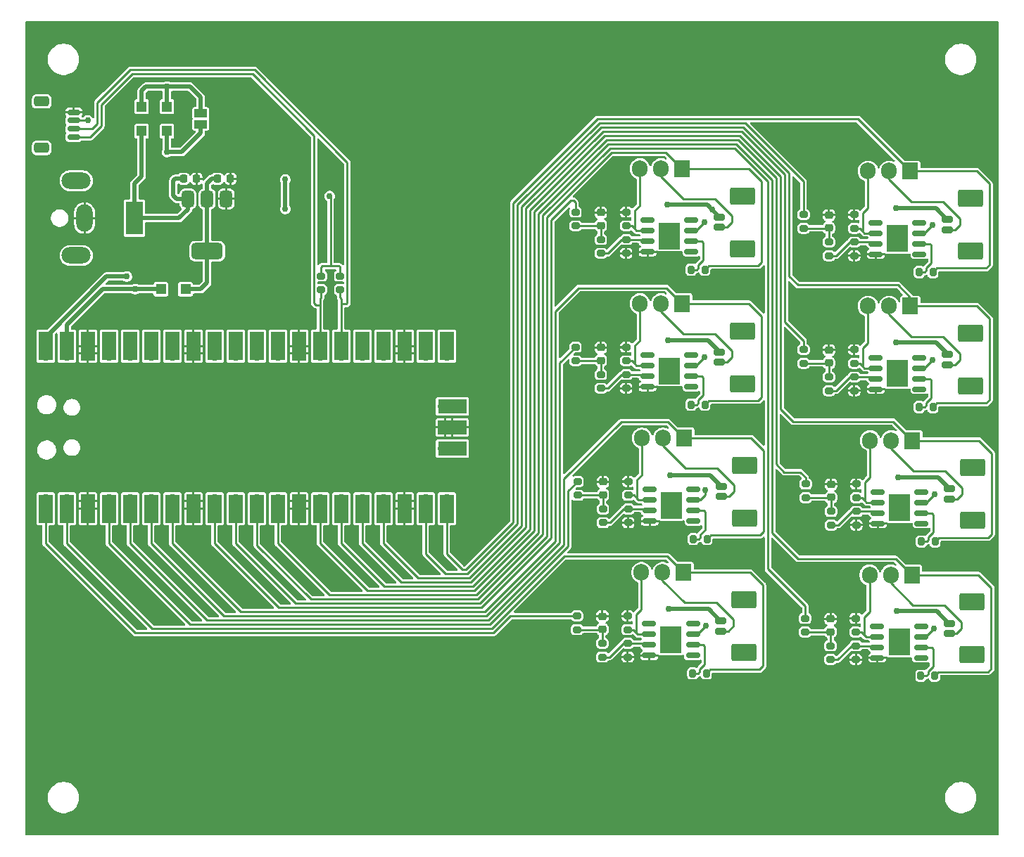
<source format=gtl>
G04 #@! TF.GenerationSoftware,KiCad,Pcbnew,8.0.2-1*
G04 #@! TF.CreationDate,2024-09-04T16:21:55-07:00*
G04 #@! TF.ProjectId,laserBoxNew,6c617365-7242-46f7-984e-65772e6b6963,v01*
G04 #@! TF.SameCoordinates,Original*
G04 #@! TF.FileFunction,Copper,L1,Top*
G04 #@! TF.FilePolarity,Positive*
%FSLAX46Y46*%
G04 Gerber Fmt 4.6, Leading zero omitted, Abs format (unit mm)*
G04 Created by KiCad (PCBNEW 8.0.2-1) date 2024-09-04 16:21:55*
%MOMM*%
%LPD*%
G01*
G04 APERTURE LIST*
G04 Aperture macros list*
%AMRoundRect*
0 Rectangle with rounded corners*
0 $1 Rounding radius*
0 $2 $3 $4 $5 $6 $7 $8 $9 X,Y pos of 4 corners*
0 Add a 4 corners polygon primitive as box body*
4,1,4,$2,$3,$4,$5,$6,$7,$8,$9,$2,$3,0*
0 Add four circle primitives for the rounded corners*
1,1,$1+$1,$2,$3*
1,1,$1+$1,$4,$5*
1,1,$1+$1,$6,$7*
1,1,$1+$1,$8,$9*
0 Add four rect primitives between the rounded corners*
20,1,$1+$1,$2,$3,$4,$5,0*
20,1,$1+$1,$4,$5,$6,$7,0*
20,1,$1+$1,$6,$7,$8,$9,0*
20,1,$1+$1,$8,$9,$2,$3,0*%
G04 Aperture macros list end*
G04 #@! TA.AperFunction,SMDPad,CuDef*
%ADD10RoundRect,0.200000X-0.275000X0.200000X-0.275000X-0.200000X0.275000X-0.200000X0.275000X0.200000X0*%
G04 #@! TD*
G04 #@! TA.AperFunction,SMDPad,CuDef*
%ADD11RoundRect,0.200000X0.275000X-0.200000X0.275000X0.200000X-0.275000X0.200000X-0.275000X-0.200000X0*%
G04 #@! TD*
G04 #@! TA.AperFunction,ComponentPad*
%ADD12O,1.700000X1.700000*%
G04 #@! TD*
G04 #@! TA.AperFunction,SMDPad,CuDef*
%ADD13R,1.700000X3.500000*%
G04 #@! TD*
G04 #@! TA.AperFunction,ComponentPad*
%ADD14R,1.700000X1.700000*%
G04 #@! TD*
G04 #@! TA.AperFunction,SMDPad,CuDef*
%ADD15R,3.500000X1.700000*%
G04 #@! TD*
G04 #@! TA.AperFunction,SMDPad,CuDef*
%ADD16RoundRect,0.150000X-0.662500X-0.150000X0.662500X-0.150000X0.662500X0.150000X-0.662500X0.150000X0*%
G04 #@! TD*
G04 #@! TA.AperFunction,HeatsinkPad*
%ADD17R,2.514000X3.200000*%
G04 #@! TD*
G04 #@! TA.AperFunction,SMDPad,CuDef*
%ADD18RoundRect,0.225000X0.250000X-0.225000X0.250000X0.225000X-0.250000X0.225000X-0.250000X-0.225000X0*%
G04 #@! TD*
G04 #@! TA.AperFunction,SMDPad,CuDef*
%ADD19RoundRect,0.200000X0.450000X-0.200000X0.450000X0.200000X-0.450000X0.200000X-0.450000X-0.200000X0*%
G04 #@! TD*
G04 #@! TA.AperFunction,SMDPad,CuDef*
%ADD20RoundRect,0.250001X1.249999X-0.799999X1.249999X0.799999X-1.249999X0.799999X-1.249999X-0.799999X0*%
G04 #@! TD*
G04 #@! TA.AperFunction,ComponentPad*
%ADD21R,1.905000X2.000000*%
G04 #@! TD*
G04 #@! TA.AperFunction,ComponentPad*
%ADD22O,1.905000X2.000000*%
G04 #@! TD*
G04 #@! TA.AperFunction,SMDPad,CuDef*
%ADD23RoundRect,0.200000X0.200000X0.275000X-0.200000X0.275000X-0.200000X-0.275000X0.200000X-0.275000X0*%
G04 #@! TD*
G04 #@! TA.AperFunction,SMDPad,CuDef*
%ADD24R,1.250000X1.220000*%
G04 #@! TD*
G04 #@! TA.AperFunction,SMDPad,CuDef*
%ADD25R,1.220000X1.250000*%
G04 #@! TD*
G04 #@! TA.AperFunction,SMDPad,CuDef*
%ADD26RoundRect,0.225000X-0.225000X-0.250000X0.225000X-0.250000X0.225000X0.250000X-0.225000X0.250000X0*%
G04 #@! TD*
G04 #@! TA.AperFunction,SMDPad,CuDef*
%ADD27RoundRect,0.150000X-0.625000X0.150000X-0.625000X-0.150000X0.625000X-0.150000X0.625000X0.150000X0*%
G04 #@! TD*
G04 #@! TA.AperFunction,SMDPad,CuDef*
%ADD28RoundRect,0.250000X-0.650000X0.350000X-0.650000X-0.350000X0.650000X-0.350000X0.650000X0.350000X0*%
G04 #@! TD*
G04 #@! TA.AperFunction,SMDPad,CuDef*
%ADD29RoundRect,0.375000X-0.375000X0.625000X-0.375000X-0.625000X0.375000X-0.625000X0.375000X0.625000X0*%
G04 #@! TD*
G04 #@! TA.AperFunction,SMDPad,CuDef*
%ADD30RoundRect,0.500000X-1.400000X0.500000X-1.400000X-0.500000X1.400000X-0.500000X1.400000X0.500000X0*%
G04 #@! TD*
G04 #@! TA.AperFunction,SMDPad,CuDef*
%ADD31R,1.500000X1.000000*%
G04 #@! TD*
G04 #@! TA.AperFunction,ComponentPad*
%ADD32R,2.000000X4.000000*%
G04 #@! TD*
G04 #@! TA.AperFunction,ComponentPad*
%ADD33O,2.000000X3.300000*%
G04 #@! TD*
G04 #@! TA.AperFunction,ComponentPad*
%ADD34O,3.500000X2.000000*%
G04 #@! TD*
G04 #@! TA.AperFunction,ViaPad*
%ADD35C,0.762000*%
G04 #@! TD*
G04 #@! TA.AperFunction,Conductor*
%ADD36C,0.254000*%
G04 #@! TD*
G04 #@! TA.AperFunction,Conductor*
%ADD37C,0.508000*%
G04 #@! TD*
G04 #@! TA.AperFunction,Conductor*
%ADD38C,1.270000*%
G04 #@! TD*
G04 APERTURE END LIST*
D10*
X178193500Y-92034500D03*
X178193500Y-93684500D03*
D11*
X174891500Y-77504500D03*
X174891500Y-75854500D03*
D10*
X150683000Y-107928000D03*
X150683000Y-109578000D03*
D12*
X80645000Y-90805000D03*
D13*
X80645000Y-91705000D03*
D12*
X83185000Y-90805000D03*
D13*
X83185000Y-91705000D03*
D14*
X85725000Y-90805000D03*
D13*
X85725000Y-91705000D03*
D12*
X88265000Y-90805000D03*
D13*
X88265000Y-91705000D03*
D12*
X90805000Y-90805000D03*
D13*
X90805000Y-91705000D03*
D12*
X93345000Y-90805000D03*
D13*
X93345000Y-91705000D03*
D12*
X95885000Y-90805000D03*
D13*
X95885000Y-91705000D03*
D14*
X98425000Y-90805000D03*
D13*
X98425000Y-91705000D03*
D12*
X100965000Y-90805000D03*
D13*
X100965000Y-91705000D03*
D12*
X103505000Y-90805000D03*
D13*
X103505000Y-91705000D03*
D12*
X106045000Y-90805000D03*
D13*
X106045000Y-91705000D03*
D12*
X108585000Y-90805000D03*
D13*
X108585000Y-91705000D03*
D14*
X111125000Y-90805000D03*
D13*
X111125000Y-91705000D03*
D12*
X113665000Y-90805000D03*
D13*
X113665000Y-91705000D03*
D12*
X116205000Y-90805000D03*
D13*
X116205000Y-91705000D03*
D12*
X118745000Y-90805000D03*
D13*
X118745000Y-91705000D03*
D12*
X121285000Y-90805000D03*
D13*
X121285000Y-91705000D03*
D14*
X123825000Y-90805000D03*
D13*
X123825000Y-91705000D03*
D12*
X126365000Y-90805000D03*
D13*
X126365000Y-91705000D03*
D12*
X128905000Y-90805000D03*
D13*
X128905000Y-91705000D03*
D12*
X128905000Y-73025000D03*
D13*
X128905000Y-72125000D03*
D12*
X126365000Y-73025000D03*
D13*
X126365000Y-72125000D03*
D14*
X123825000Y-73025000D03*
D13*
X123825000Y-72125000D03*
D12*
X121285000Y-73025000D03*
D13*
X121285000Y-72125000D03*
D12*
X118745000Y-73025000D03*
D13*
X118745000Y-72125000D03*
D12*
X116205000Y-73025000D03*
D13*
X116205000Y-72125000D03*
D12*
X113665000Y-73025000D03*
D13*
X113665000Y-72125000D03*
D14*
X111125000Y-73025000D03*
D13*
X111125000Y-72125000D03*
D12*
X108585000Y-73025000D03*
D13*
X108585000Y-72125000D03*
D12*
X106045000Y-73025000D03*
D13*
X106045000Y-72125000D03*
D12*
X103505000Y-73025000D03*
D13*
X103505000Y-72125000D03*
D12*
X100965000Y-73025000D03*
D13*
X100965000Y-72125000D03*
D14*
X98425000Y-73025000D03*
D13*
X98425000Y-72125000D03*
D12*
X95885000Y-73025000D03*
D13*
X95885000Y-72125000D03*
D12*
X93345000Y-73025000D03*
D13*
X93345000Y-72125000D03*
D12*
X90805000Y-73025000D03*
D13*
X90805000Y-72125000D03*
D12*
X88265000Y-73025000D03*
D13*
X88265000Y-72125000D03*
D14*
X85725000Y-73025000D03*
D13*
X85725000Y-72125000D03*
D12*
X83185000Y-73025000D03*
D13*
X83185000Y-72125000D03*
D12*
X80645000Y-73025000D03*
D13*
X80645000Y-72125000D03*
D12*
X128675000Y-84455000D03*
D15*
X129575000Y-84455000D03*
D14*
X128675000Y-81915000D03*
D15*
X129575000Y-81915000D03*
D12*
X128675000Y-79375000D03*
D15*
X129575000Y-79375000D03*
D11*
X147452000Y-60950000D03*
X147452000Y-59300000D03*
D16*
X180687000Y-105876500D03*
X180687000Y-107146500D03*
X180687000Y-108416500D03*
X180687000Y-109686500D03*
X185962000Y-109686500D03*
X185962000Y-108416500D03*
X185962000Y-107146500D03*
X185962000Y-105876500D03*
D17*
X183324500Y-107781500D03*
D10*
X144658000Y-88434000D03*
X144658000Y-90084000D03*
D18*
X175074500Y-106524500D03*
X175074500Y-104974500D03*
D19*
X189160000Y-74383500D03*
X189160000Y-73133500D03*
D20*
X191910000Y-76933500D03*
X191910000Y-70583500D03*
D21*
X184665500Y-51063500D03*
D22*
X182125500Y-51063500D03*
X179585500Y-51063500D03*
D10*
X172097500Y-88732500D03*
X172097500Y-90382500D03*
D11*
X178122500Y-106574500D03*
X178122500Y-104924500D03*
D21*
X184665500Y-67319500D03*
D22*
X182125500Y-67319500D03*
X179585500Y-67319500D03*
D11*
X175145500Y-93684500D03*
X175145500Y-92034500D03*
D10*
X144404000Y-72254000D03*
X144404000Y-73904000D03*
D18*
X174891500Y-74152500D03*
X174891500Y-72602500D03*
D23*
X187583500Y-111845500D03*
X185933500Y-111845500D03*
D21*
X157480000Y-83201000D03*
D22*
X154940000Y-83201000D03*
X152400000Y-83201000D03*
D10*
X150754000Y-91736000D03*
X150754000Y-93386000D03*
D24*
X94537000Y-65278000D03*
X97487000Y-65278000D03*
D16*
X180504000Y-57248500D03*
X180504000Y-58518500D03*
X180504000Y-59788500D03*
X180504000Y-61058500D03*
X185779000Y-61058500D03*
X185779000Y-59788500D03*
X185779000Y-58518500D03*
X185779000Y-57248500D03*
D17*
X183141500Y-59153500D03*
D16*
X153064500Y-56950000D03*
X153064500Y-58220000D03*
X153064500Y-59490000D03*
X153064500Y-60760000D03*
X158339500Y-60760000D03*
X158339500Y-59490000D03*
X158339500Y-58220000D03*
X158339500Y-56950000D03*
D17*
X155702000Y-58855000D03*
D21*
X184848500Y-99691500D03*
D22*
X182308500Y-99691500D03*
X179768500Y-99691500D03*
D11*
X150754000Y-90084000D03*
X150754000Y-88434000D03*
D25*
X95250000Y-43278000D03*
X95250000Y-46228000D03*
D26*
X101333000Y-51968000D03*
X102883000Y-51968000D03*
D23*
X187654500Y-95653500D03*
X186004500Y-95653500D03*
D10*
X113792000Y-63691000D03*
X113792000Y-65341000D03*
D11*
X147706000Y-93386000D03*
X147706000Y-91736000D03*
D26*
X97256000Y-51968000D03*
X98806000Y-51968000D03*
D21*
X184919500Y-83499500D03*
D22*
X182379500Y-83499500D03*
X179839500Y-83499500D03*
D16*
X153318500Y-89386000D03*
X153318500Y-90656000D03*
X153318500Y-91926000D03*
X153318500Y-93196000D03*
X158593500Y-93196000D03*
X158593500Y-91926000D03*
X158593500Y-90656000D03*
X158593500Y-89386000D03*
D17*
X155956000Y-91291000D03*
D11*
X175074500Y-109876500D03*
X175074500Y-108226500D03*
X174891500Y-61248500D03*
X174891500Y-59598500D03*
D27*
X84042000Y-43966000D03*
X84042000Y-44966000D03*
X84042000Y-45966000D03*
X84042000Y-46966000D03*
D28*
X80167000Y-42666000D03*
X80167000Y-48266000D03*
D18*
X147452000Y-57598000D03*
X147452000Y-56048000D03*
D10*
X144404000Y-55998000D03*
X144404000Y-57648000D03*
D25*
X92202000Y-43278000D03*
X92202000Y-46228000D03*
D16*
X180758000Y-89684500D03*
X180758000Y-90954500D03*
X180758000Y-92224500D03*
X180758000Y-93494500D03*
X186033000Y-93494500D03*
X186033000Y-92224500D03*
X186033000Y-90954500D03*
X186033000Y-89684500D03*
D17*
X183395500Y-91589500D03*
D18*
X147452000Y-73854000D03*
X147452000Y-72304000D03*
D23*
X187400500Y-79473500D03*
X185750500Y-79473500D03*
D11*
X178193500Y-90382500D03*
X178193500Y-88732500D03*
D10*
X150500000Y-59300000D03*
X150500000Y-60950000D03*
X171843500Y-72552500D03*
X171843500Y-74202500D03*
D16*
X153247500Y-105578000D03*
X153247500Y-106848000D03*
X153247500Y-108118000D03*
X153247500Y-109388000D03*
X158522500Y-109388000D03*
X158522500Y-108118000D03*
X158522500Y-106848000D03*
X158522500Y-105578000D03*
D17*
X155885000Y-107483000D03*
D11*
X150500000Y-73904000D03*
X150500000Y-72254000D03*
D23*
X159961000Y-62919000D03*
X158311000Y-62919000D03*
D11*
X147635000Y-109578000D03*
X147635000Y-107928000D03*
D18*
X147706000Y-90034000D03*
X147706000Y-88484000D03*
X175145500Y-90332500D03*
X175145500Y-88782500D03*
D19*
X189343000Y-106755500D03*
X189343000Y-105505500D03*
D20*
X192093000Y-109305500D03*
X192093000Y-102955500D03*
D23*
X160144000Y-111547000D03*
X158494000Y-111547000D03*
D11*
X177939500Y-74202500D03*
X177939500Y-72552500D03*
X150683000Y-106276000D03*
X150683000Y-104626000D03*
D10*
X177939500Y-59598500D03*
X177939500Y-61248500D03*
D23*
X187400500Y-63217500D03*
X185750500Y-63217500D03*
X159961000Y-79175000D03*
X158311000Y-79175000D03*
D29*
X102376000Y-54406000D03*
X100076000Y-54406000D03*
D30*
X100076000Y-60706000D03*
D29*
X97776000Y-54406000D03*
D18*
X174891500Y-57896500D03*
X174891500Y-56346500D03*
D11*
X147452000Y-77206000D03*
X147452000Y-75556000D03*
D31*
X99314000Y-44103000D03*
X99314000Y-45403000D03*
D19*
X161903500Y-106457000D03*
X161903500Y-105207000D03*
D20*
X164653500Y-109007000D03*
X164653500Y-102657000D03*
D19*
X189414000Y-90563500D03*
X189414000Y-89313500D03*
D20*
X192164000Y-93113500D03*
X192164000Y-86763500D03*
D19*
X161974500Y-90265000D03*
X161974500Y-89015000D03*
D20*
X164724500Y-92815000D03*
X164724500Y-86465000D03*
D19*
X189160000Y-58127500D03*
X189160000Y-56877500D03*
D20*
X191910000Y-60677500D03*
X191910000Y-54327500D03*
D21*
X157226000Y-67021000D03*
D22*
X154686000Y-67021000D03*
X152146000Y-67021000D03*
D10*
X144587000Y-104626000D03*
X144587000Y-106276000D03*
D21*
X157409000Y-99393000D03*
D22*
X154869000Y-99393000D03*
X152329000Y-99393000D03*
D16*
X153064500Y-73206000D03*
X153064500Y-74476000D03*
X153064500Y-75746000D03*
X153064500Y-77016000D03*
X158339500Y-77016000D03*
X158339500Y-75746000D03*
X158339500Y-74476000D03*
X158339500Y-73206000D03*
D17*
X155702000Y-75111000D03*
D10*
X178122500Y-108226500D03*
X178122500Y-109876500D03*
X150500000Y-75556000D03*
X150500000Y-77206000D03*
D18*
X147635000Y-106226000D03*
X147635000Y-104676000D03*
D16*
X180504000Y-73504500D03*
X180504000Y-74774500D03*
X180504000Y-76044500D03*
X180504000Y-77314500D03*
X185779000Y-77314500D03*
X185779000Y-76044500D03*
X185779000Y-74774500D03*
X185779000Y-73504500D03*
D17*
X183141500Y-75409500D03*
D21*
X157226000Y-50765000D03*
D22*
X154686000Y-50765000D03*
X152146000Y-50765000D03*
D23*
X160215000Y-95355000D03*
X158565000Y-95355000D03*
D11*
X150500000Y-57648000D03*
X150500000Y-55998000D03*
D32*
X91328000Y-56714000D03*
D33*
X85328000Y-56714000D03*
D34*
X84328000Y-52214000D03*
X84328000Y-61214000D03*
D19*
X161720500Y-74085000D03*
X161720500Y-72835000D03*
D20*
X164470500Y-76635000D03*
X164470500Y-70285000D03*
D10*
X116078000Y-63691000D03*
X116078000Y-65341000D03*
X172026500Y-104924500D03*
X172026500Y-106574500D03*
X171843500Y-56296500D03*
X171843500Y-57946500D03*
X177939500Y-75854500D03*
X177939500Y-77504500D03*
D19*
X161720500Y-57829000D03*
X161720500Y-56579000D03*
D20*
X164470500Y-60379000D03*
X164470500Y-54029000D03*
D11*
X177939500Y-57946500D03*
X177939500Y-56296500D03*
D35*
X180022500Y-96202500D03*
X148717000Y-63119000D03*
X183197500Y-96202500D03*
X173037500Y-67627500D03*
X180022500Y-63182500D03*
X114300000Y-51308000D03*
X175267500Y-86623500D03*
X146050000Y-80010000D03*
X172085000Y-85090000D03*
X169545000Y-107950000D03*
X183832500Y-80327500D03*
X115951000Y-58166000D03*
X115951000Y-51435000D03*
X164465000Y-64770000D03*
X184467500Y-64135000D03*
X175267500Y-70113500D03*
X180340000Y-79375000D03*
X171450000Y-100330000D03*
X175267500Y-103133500D03*
X175267500Y-53603500D03*
X147574000Y-69815000D03*
X147320000Y-52832000D03*
X147574000Y-102835000D03*
X113792000Y-58420000D03*
X147574000Y-86325000D03*
X114808000Y-67056000D03*
X169862500Y-92392500D03*
X172402500Y-79375000D03*
X173990000Y-63182500D03*
X187362000Y-73758500D03*
X187616000Y-89938500D03*
X187362000Y-57502500D03*
X91440000Y-65278000D03*
X159922500Y-57204000D03*
X159922500Y-73460000D03*
X187545000Y-106130500D03*
X114808000Y-54067000D03*
X160105500Y-105832000D03*
X85725000Y-44958000D03*
X160041000Y-89420158D03*
X182933500Y-55530500D03*
X109474000Y-55626000D03*
X155621000Y-103790500D03*
X155748000Y-87661500D03*
X155494000Y-71405500D03*
X109474000Y-52070000D03*
X183060500Y-104044500D03*
X183187500Y-87915500D03*
X155448000Y-55118000D03*
X95250000Y-40894000D03*
X182933500Y-71659500D03*
X160838250Y-55696750D03*
X95250000Y-48768000D03*
X90424000Y-63754000D03*
D36*
X177939500Y-56296500D02*
X174941500Y-56296500D01*
X150500000Y-55998000D02*
X147502000Y-55998000D01*
X147502000Y-55998000D02*
X147452000Y-56048000D01*
X147502000Y-72254000D02*
X147452000Y-72304000D01*
X180497000Y-109876500D02*
X180687000Y-109686500D01*
X180568000Y-93684500D02*
X180758000Y-93494500D01*
X174941500Y-72552500D02*
X174891500Y-72602500D01*
X147756000Y-88434000D02*
X147706000Y-88484000D01*
X174941500Y-56296500D02*
X174891500Y-56346500D01*
X177939500Y-72552500D02*
X174941500Y-72552500D01*
X175124500Y-104924500D02*
X175074500Y-104974500D01*
X175195500Y-88732500D02*
X175145500Y-88782500D01*
X150500000Y-72254000D02*
X147502000Y-72254000D01*
X150754000Y-88434000D02*
X147756000Y-88434000D01*
X114935000Y-62484000D02*
X114935000Y-54194000D01*
X84042000Y-44966000D02*
X85717000Y-44966000D01*
X116078000Y-63691000D02*
X116078000Y-62611000D01*
X185779000Y-74774500D02*
X186346000Y-74774500D01*
X116078000Y-62611000D02*
X115951000Y-62484000D01*
X186033000Y-90954500D02*
X186600000Y-90954500D01*
X185962000Y-107146500D02*
X186529000Y-107146500D01*
X185779000Y-58518500D02*
X186346000Y-58518500D01*
X158593500Y-90656000D02*
X159405999Y-90656000D01*
X186346000Y-58518500D02*
X187362000Y-57502500D01*
X160041000Y-90020999D02*
X160041000Y-89420158D01*
X158906500Y-58220000D02*
X159922500Y-57204000D01*
X158339500Y-58220000D02*
X158906500Y-58220000D01*
X113792000Y-62611000D02*
X113792000Y-63691000D01*
X85717000Y-44966000D02*
X85725000Y-44958000D01*
X158906500Y-74476000D02*
X159922500Y-73460000D01*
X159405999Y-90656000D02*
X160041000Y-90020999D01*
X158522500Y-106848000D02*
X159089500Y-106848000D01*
X159089500Y-106848000D02*
X160105500Y-105832000D01*
X186600000Y-90954500D02*
X187616000Y-89938500D01*
X186529000Y-107146500D02*
X187545000Y-106130500D01*
D37*
X94537000Y-65278000D02*
X87493630Y-65278000D01*
D36*
X115951000Y-62484000D02*
X114935000Y-62484000D01*
D37*
X87493630Y-65278000D02*
X83185000Y-69586630D01*
X83185000Y-69586630D02*
X83185000Y-73025000D01*
D36*
X158339500Y-74476000D02*
X158906500Y-74476000D01*
X114935000Y-54194000D02*
X114808000Y-54067000D01*
X186346000Y-74774500D02*
X187362000Y-73758500D01*
X114935000Y-62484000D02*
X113919000Y-62484000D01*
X113919000Y-62484000D02*
X113792000Y-62611000D01*
X91440000Y-106680000D02*
X134529100Y-106680000D01*
X134529100Y-106680000D02*
X136583100Y-104626000D01*
X80645000Y-90805000D02*
X80645000Y-95885000D01*
X136583100Y-104626000D02*
X144587000Y-104626000D01*
X80645000Y-95885000D02*
X91440000Y-106680000D01*
X166963500Y-100912750D02*
X165443750Y-99393000D01*
X155466000Y-97450000D02*
X157409000Y-99393000D01*
X134318680Y-106172000D02*
X143040680Y-97450000D01*
X83185000Y-95885000D02*
X93472000Y-106172000D01*
X160614000Y-111077000D02*
X166553000Y-111077000D01*
X160144000Y-111547000D02*
X160614000Y-111077000D01*
X143040680Y-97450000D02*
X155466000Y-97450000D01*
X93472000Y-106172000D02*
X134318680Y-106172000D01*
X165443750Y-99393000D02*
X157409000Y-99393000D01*
X166963500Y-110666500D02*
X166963500Y-100912750D01*
X166553000Y-111077000D02*
X166963500Y-110666500D01*
X83185000Y-90805000D02*
X83185000Y-95885000D01*
D37*
X160432500Y-103790500D02*
X155621000Y-103790500D01*
X189206000Y-73120500D02*
X187745000Y-71659500D01*
X109474000Y-52070000D02*
X109474000Y-55626000D01*
X160259500Y-55118000D02*
X155448000Y-55118000D01*
X187745000Y-71659500D02*
X182933500Y-71659500D01*
X161766500Y-72866500D02*
X160305500Y-71405500D01*
X95250000Y-43278000D02*
X95250000Y-40894000D01*
X189206000Y-56991500D02*
X187745000Y-55530500D01*
X92710000Y-40894000D02*
X94742000Y-40894000D01*
X99314000Y-42164000D02*
X98044000Y-40894000D01*
X162020500Y-89122500D02*
X160559500Y-87661500D01*
X98044000Y-40894000D02*
X95250000Y-40894000D01*
D36*
X161720500Y-56579000D02*
X161227000Y-56579000D01*
D37*
X92202000Y-43278000D02*
X92202000Y-41402000D01*
X187872000Y-104044500D02*
X183060500Y-104044500D01*
X189460000Y-89376500D02*
X187999000Y-87915500D01*
X187745000Y-55530500D02*
X182933500Y-55530500D01*
X187999000Y-87915500D02*
X183187500Y-87915500D01*
X161720500Y-56579000D02*
X160259500Y-55118000D01*
X95250000Y-40894000D02*
X94742000Y-40894000D01*
X160559500Y-87661500D02*
X155748000Y-87661500D01*
X161893500Y-105251500D02*
X160432500Y-103790500D01*
X160305500Y-71405500D02*
X155494000Y-71405500D01*
X92202000Y-41402000D02*
X92710000Y-40894000D01*
X189333000Y-105505500D02*
X187872000Y-104044500D01*
X99314000Y-44103000D02*
X99314000Y-42164000D01*
X95250000Y-48768000D02*
X95250000Y-46228000D01*
X97028000Y-48768000D02*
X95250000Y-48768000D01*
X99314000Y-46482000D02*
X97028000Y-48768000D01*
X80645000Y-71049000D02*
X87940000Y-63754000D01*
X99314000Y-45403000D02*
X99314000Y-46482000D01*
X80645000Y-73025000D02*
X80645000Y-71049000D01*
X87940000Y-63754000D02*
X90424000Y-63754000D01*
D36*
X98044000Y-105664000D02*
X134108260Y-105664000D01*
X143510000Y-89582000D02*
X144658000Y-88434000D01*
X88265000Y-90805000D02*
X88265000Y-95885000D01*
X88265000Y-95885000D02*
X98044000Y-105664000D01*
X143510000Y-96262260D02*
X143510000Y-89582000D01*
X134108260Y-105664000D02*
X143510000Y-96262260D01*
X167034500Y-84720750D02*
X165514750Y-83201000D01*
X155537000Y-81258000D02*
X157480000Y-83201000D01*
X166624000Y-94885000D02*
X167034500Y-94474500D01*
X90805000Y-90805000D02*
X90805000Y-95885000D01*
X90805000Y-95885000D02*
X100076000Y-105156000D01*
X149882000Y-81258000D02*
X155537000Y-81258000D01*
X160685000Y-94885000D02*
X166624000Y-94885000D01*
X143002000Y-88138000D02*
X149882000Y-81258000D01*
X133897840Y-105156000D02*
X143002000Y-96051840D01*
X160215000Y-95355000D02*
X160685000Y-94885000D01*
X100076000Y-105156000D02*
X133897840Y-105156000D01*
X143002000Y-96051840D02*
X143002000Y-88138000D01*
X167034500Y-94474500D02*
X167034500Y-84720750D01*
X165514750Y-83201000D02*
X157480000Y-83201000D01*
X93345000Y-90805000D02*
X93345000Y-95885000D01*
X102108000Y-104648000D02*
X133687420Y-104648000D01*
X142494000Y-95841420D02*
X142494000Y-74164000D01*
X142494000Y-74164000D02*
X144404000Y-72254000D01*
X133687420Y-104648000D02*
X142494000Y-95841420D01*
X93345000Y-95885000D02*
X102108000Y-104648000D01*
X144780000Y-65128000D02*
X155333000Y-65128000D01*
X95885000Y-95885000D02*
X104140000Y-104140000D01*
X141986001Y-95630999D02*
X141986001Y-67921999D01*
X166370000Y-78705000D02*
X166780500Y-78294500D01*
X165260750Y-67021000D02*
X157226000Y-67021000D01*
X95885000Y-90805000D02*
X95885000Y-95885000D01*
X166780500Y-68540750D02*
X165260750Y-67021000D01*
X166780500Y-78294500D02*
X166780500Y-68540750D01*
X159961000Y-79175000D02*
X160431000Y-78705000D01*
X104140000Y-104140000D02*
X133477000Y-104140000D01*
X155333000Y-65128000D02*
X157226000Y-67021000D01*
X133477000Y-104140000D02*
X141986001Y-95630999D01*
X160431000Y-78705000D02*
X166370000Y-78705000D01*
X141986001Y-67921999D02*
X144780000Y-65128000D01*
X100965000Y-95885000D02*
X108712000Y-103632000D01*
X144404000Y-54869000D02*
X144404000Y-55998000D01*
X144404000Y-55998000D02*
X144319000Y-55998000D01*
X143827500Y-54610000D02*
X144145000Y-54610000D01*
X133092262Y-103632000D02*
X141478001Y-95246261D01*
X108712000Y-103632000D02*
X133092262Y-103632000D01*
X100965000Y-90805000D02*
X100965000Y-95885000D01*
X141478001Y-95246261D02*
X141478001Y-56959499D01*
X141478001Y-56959499D02*
X143827500Y-54610000D01*
X144145000Y-54610000D02*
X144404000Y-54869000D01*
X110744000Y-103124000D02*
X132881842Y-103124000D01*
X155283000Y-48822000D02*
X157226000Y-50765000D01*
X165260750Y-50765000D02*
X157226000Y-50765000D01*
X160431000Y-62449000D02*
X166370000Y-62449000D01*
X140970001Y-56598419D02*
X148746420Y-48822000D01*
X140970001Y-95035841D02*
X140970001Y-56598419D01*
X166370000Y-62449000D02*
X166780500Y-62038500D01*
X148746420Y-48822000D02*
X155283000Y-48822000D01*
X159961000Y-62919000D02*
X160431000Y-62449000D01*
X166780500Y-62038500D02*
X166780500Y-52284750D01*
X166780500Y-52284750D02*
X165260750Y-50765000D01*
X132881842Y-103124000D02*
X140970001Y-95035841D01*
X103505000Y-90805000D02*
X103505000Y-95885000D01*
X103505000Y-95885000D02*
X110744000Y-103124000D01*
D37*
X96012000Y-52222000D02*
X96266000Y-51968000D01*
D38*
X91400000Y-56642000D02*
X91328000Y-56714000D01*
D37*
X96702000Y-56714000D02*
X97776000Y-55640000D01*
X96266000Y-51968000D02*
X97256000Y-51968000D01*
X91328000Y-56714000D02*
X96702000Y-56714000D01*
X96443000Y-54406000D02*
X96012000Y-53975000D01*
X91328000Y-52578000D02*
X91328000Y-56714000D01*
X97776000Y-55640000D02*
X97776000Y-54406000D01*
X96012000Y-53975000D02*
X96012000Y-52222000D01*
X92202000Y-46228000D02*
X92202000Y-51704000D01*
X97776000Y-54406000D02*
X96443000Y-54406000D01*
X92202000Y-51704000D02*
X91328000Y-52578000D01*
X100076000Y-54406000D02*
X100076000Y-60706000D01*
X100076000Y-64516000D02*
X99314000Y-65278000D01*
X100076000Y-60706000D02*
X100076000Y-64516000D01*
X100647500Y-51968000D02*
X101333000Y-51968000D01*
X100076000Y-52539500D02*
X100647500Y-51968000D01*
X100076000Y-54406000D02*
X100076000Y-52539500D01*
X99314000Y-65278000D02*
X97487000Y-65278000D01*
D36*
X86868000Y-42799000D02*
X90805000Y-38862000D01*
X90805000Y-38862000D02*
X105791000Y-38862000D01*
X116205000Y-73025000D02*
X116205000Y-67056000D01*
X116205000Y-67056000D02*
X116205000Y-66421000D01*
X86868000Y-45339000D02*
X86868000Y-42799000D01*
X116078000Y-66294000D02*
X116078000Y-65341000D01*
X116934000Y-50005000D02*
X116934000Y-66962000D01*
X84042000Y-45966000D02*
X86241000Y-45966000D01*
X86241000Y-45966000D02*
X86868000Y-45339000D01*
X116840000Y-67056000D02*
X116205000Y-67056000D01*
X116205000Y-66421000D02*
X116078000Y-66294000D01*
X116934000Y-66962000D02*
X116840000Y-67056000D01*
X105791000Y-38862000D02*
X116934000Y-50005000D01*
X113665000Y-66421000D02*
X113792000Y-66294000D01*
X84042000Y-46966000D02*
X86003000Y-46966000D01*
X91059000Y-39370000D02*
X105537000Y-39370000D01*
X105537000Y-39370000D02*
X112936000Y-46769000D01*
X112936000Y-66962000D02*
X113157000Y-67183000D01*
X86003000Y-46966000D02*
X87376000Y-45593000D01*
X87376000Y-43053000D02*
X91059000Y-39370000D01*
X113665000Y-67183000D02*
X113665000Y-66421000D01*
X87376000Y-45593000D02*
X87376000Y-43053000D01*
X113792000Y-66294000D02*
X113792000Y-65341000D01*
X113157000Y-67183000D02*
X113665000Y-67183000D01*
X113665000Y-73025000D02*
X113665000Y-67183000D01*
X112936000Y-46769000D02*
X112936000Y-66962000D01*
X128778000Y-99568000D02*
X126365000Y-97155000D01*
X164790690Y-45266000D02*
X147273480Y-45266000D01*
X131408902Y-99568000D02*
X128778000Y-99568000D01*
X126365000Y-97155000D02*
X126365000Y-90805000D01*
X137414000Y-55125480D02*
X137414000Y-93562902D01*
X164790690Y-45266000D02*
X171843500Y-52318810D01*
X137414000Y-93562902D02*
X131408902Y-99568000D01*
X147273480Y-45266000D02*
X137414000Y-55125480D01*
X171843500Y-52318810D02*
X171843500Y-56296500D01*
X193809500Y-62747500D02*
X194220000Y-62337000D01*
X128905000Y-92759000D02*
X129352000Y-93206000D01*
X136906000Y-54915060D02*
X147063060Y-44758000D01*
X178360000Y-44758000D02*
X184665500Y-51063500D01*
X130810000Y-99060000D02*
X131198482Y-99060000D01*
X128905000Y-90805000D02*
X128905000Y-97155000D01*
X128905000Y-90805000D02*
X128905000Y-92759000D01*
X136906000Y-93352482D02*
X136906000Y-54915060D01*
X187870500Y-62747500D02*
X193809500Y-62747500D01*
X187400500Y-63217500D02*
X187870500Y-62747500D01*
X131198482Y-99060000D02*
X136906000Y-93352482D01*
X128905000Y-97155000D02*
X130810000Y-99060000D01*
X192700250Y-51063500D02*
X184665500Y-51063500D01*
X184665500Y-51016000D02*
X184665500Y-51063500D01*
X147063060Y-44758000D02*
X178360000Y-44758000D01*
X194220000Y-62337000D02*
X194220000Y-52583250D01*
X194220000Y-52583250D02*
X192700250Y-51063500D01*
X183197500Y-64770000D02*
X184665500Y-66238000D01*
X194220000Y-78593000D02*
X194220000Y-68839250D01*
X137922000Y-93773322D02*
X137922000Y-55335900D01*
X194220000Y-68839250D02*
X192700250Y-67319500D01*
X170082501Y-51276231D02*
X170082501Y-63720001D01*
X121285000Y-95885000D02*
X125476000Y-100076000D01*
X147483900Y-45774000D02*
X164580270Y-45774000D01*
X164580270Y-45774000D02*
X170082501Y-51276231D01*
X170082501Y-63720001D02*
X171132500Y-64770000D01*
X187400500Y-79473500D02*
X187870500Y-79003500D01*
X184665500Y-66238000D02*
X184665500Y-67319500D01*
X121285000Y-90805000D02*
X121285000Y-95885000D01*
X187870500Y-79003500D02*
X193809500Y-79003500D01*
X137922000Y-55335900D02*
X147483900Y-45774000D01*
X192700250Y-67319500D02*
X184665500Y-67319500D01*
X125476000Y-100076000D02*
X131619322Y-100076000D01*
X171132500Y-64770000D02*
X183197500Y-64770000D01*
X131619322Y-100076000D02*
X137922000Y-93773322D01*
X193809500Y-79003500D02*
X194220000Y-78593000D01*
X170585250Y-81211250D02*
X169066500Y-79692500D01*
X188124500Y-95183500D02*
X194063500Y-95183500D01*
X164159430Y-46790000D02*
X169066501Y-51697071D01*
X194474000Y-85019250D02*
X192954250Y-83499500D01*
X138938001Y-55756739D02*
X147904740Y-46790000D01*
X138938001Y-94194161D02*
X138938001Y-55756739D01*
X194063500Y-95183500D02*
X194474000Y-94773000D01*
X121412000Y-101092000D02*
X132040162Y-101092000D01*
X169066501Y-51697071D02*
X169066500Y-77626500D01*
X132040162Y-101092000D02*
X138938001Y-94194161D01*
X182631250Y-81211250D02*
X184919500Y-83499500D01*
X147904740Y-46790000D02*
X164159430Y-46790000D01*
X116205000Y-95885000D02*
X121412000Y-101092000D01*
X192954250Y-83499500D02*
X184919500Y-83499500D01*
X194474000Y-94773000D02*
X194474000Y-85019250D01*
X187654500Y-95653500D02*
X188124500Y-95183500D01*
X169066500Y-77626500D02*
X169066500Y-79692500D01*
X182631250Y-81211250D02*
X170585250Y-81211250D01*
X116205000Y-90805000D02*
X116205000Y-95885000D01*
X147694320Y-46282000D02*
X164369850Y-46282000D01*
X138430000Y-55546320D02*
X147694320Y-46282000D01*
X138430000Y-93983742D02*
X138430000Y-55546320D01*
X131829742Y-100584000D02*
X138430000Y-93983742D01*
X118745000Y-95885000D02*
X123444000Y-100584000D01*
X171843500Y-71484000D02*
X169574500Y-69215000D01*
X169574501Y-51486651D02*
X169574500Y-69215000D01*
X164369850Y-46282000D02*
X169574501Y-51486651D01*
X118745000Y-90805000D02*
X118745000Y-95885000D01*
X123444000Y-100584000D02*
X131829742Y-100584000D01*
X171843500Y-72552500D02*
X171843500Y-71484000D01*
X140462001Y-56387999D02*
X148536000Y-48314000D01*
X112550000Y-102616000D02*
X132671422Y-102616000D01*
X167542500Y-94684920D02*
X167542500Y-98962500D01*
X172026500Y-103446500D02*
X172026500Y-104924500D01*
X148536000Y-48314000D02*
X163528170Y-48314000D01*
X167542500Y-98962500D02*
X172026500Y-103446500D01*
X167542501Y-94264079D02*
X167542500Y-94684920D01*
X163528170Y-48314000D02*
X167542500Y-52328330D01*
X106045000Y-90805000D02*
X106045000Y-96111000D01*
X106045000Y-96111000D02*
X112550000Y-102616000D01*
X132671422Y-102616000D02*
X140462001Y-94825421D01*
X140462001Y-94825421D02*
X140462001Y-56387999D01*
X167542500Y-52328330D02*
X167542501Y-94264079D01*
X168050501Y-94615000D02*
X171184001Y-97748500D01*
X148325580Y-47806000D02*
X163738590Y-47806000D01*
X168050501Y-52117911D02*
X168050501Y-94615000D01*
X108585000Y-95885000D02*
X114808000Y-102108000D01*
X182905500Y-97748500D02*
X184848500Y-99691500D01*
X108585000Y-90805000D02*
X108585000Y-95885000D01*
X139954001Y-94615001D02*
X139954001Y-56177579D01*
X163738590Y-47806000D02*
X168050501Y-52117911D01*
X132461002Y-102108000D02*
X139954001Y-94615001D01*
X114808000Y-102108000D02*
X132461002Y-102108000D01*
X171184001Y-97748500D02*
X182905500Y-97748500D01*
X188053500Y-111375500D02*
X193992500Y-111375500D01*
X187583500Y-111845500D02*
X188053500Y-111375500D01*
X194403000Y-110965000D02*
X194403000Y-101211250D01*
X194403000Y-101211250D02*
X192883250Y-99691500D01*
X193992500Y-111375500D02*
X194403000Y-110965000D01*
X192883250Y-99691500D02*
X184848500Y-99691500D01*
X139954001Y-56177579D02*
X148325580Y-47806000D01*
X113665000Y-90805000D02*
X113665000Y-95885000D01*
X139446001Y-94404581D02*
X139446001Y-55967159D01*
X169511000Y-87312500D02*
X171450000Y-87312500D01*
X139446001Y-55967159D02*
X148115160Y-47298000D01*
X119380000Y-101600000D02*
X132250582Y-101600000D01*
X148115160Y-47298000D02*
X163949010Y-47298000D01*
X163949010Y-47298000D02*
X168558501Y-51907491D01*
X172097500Y-87960000D02*
X172097500Y-88732500D01*
X171450000Y-87312500D02*
X172097500Y-87960000D01*
X168558501Y-51907491D02*
X168558500Y-86360000D01*
X132250582Y-101600000D02*
X139446001Y-94404581D01*
X168558500Y-86360000D02*
X169511000Y-87312500D01*
X113665000Y-95885000D02*
X119380000Y-101600000D01*
X144658000Y-90084000D02*
X147656000Y-90084000D01*
X147706000Y-90034000D02*
X147706000Y-91736000D01*
X147656000Y-90084000D02*
X147706000Y-90034000D01*
X163478500Y-89640000D02*
X163478500Y-88878000D01*
X161446500Y-86846000D02*
X157636500Y-86846000D01*
X157636500Y-86846000D02*
X154940000Y-84149500D01*
X154940000Y-84149500D02*
X154940000Y-83201000D01*
X163478500Y-88878000D02*
X161446500Y-86846000D01*
X162853500Y-90265000D02*
X163478500Y-89640000D01*
X161974500Y-90265000D02*
X162853500Y-90265000D01*
X147706000Y-93386000D02*
X148565000Y-93386000D01*
X150754000Y-91736000D02*
X153128500Y-91736000D01*
X150215000Y-91736000D02*
X150754000Y-91736000D01*
X153128500Y-91736000D02*
X153318500Y-91926000D01*
X148565000Y-93386000D02*
X150215000Y-91736000D01*
X151981000Y-90656000D02*
X153318500Y-90656000D01*
X151409000Y-90084000D02*
X151765000Y-90440000D01*
X152400000Y-87630000D02*
X151765000Y-88265000D01*
X151765000Y-90440000D02*
X151981000Y-90656000D01*
X151765000Y-88265000D02*
X151765000Y-90440000D01*
X150754000Y-90084000D02*
X151409000Y-90084000D01*
X152400000Y-83201000D02*
X152400000Y-87630000D01*
X159434000Y-95139000D02*
X159434000Y-94833800D01*
X160020000Y-92091000D02*
X159855000Y-91926000D01*
X160020000Y-94247800D02*
X160020000Y-92091000D01*
X159218000Y-95355000D02*
X159434000Y-95139000D01*
X159855000Y-91926000D02*
X158593500Y-91926000D01*
X159434000Y-94833800D02*
X160020000Y-94247800D01*
X158565000Y-95355000D02*
X159218000Y-95355000D01*
X147585000Y-106276000D02*
X147635000Y-106226000D01*
X144587000Y-106276000D02*
X147585000Y-106276000D01*
X147635000Y-106226000D02*
X147635000Y-107928000D01*
X147452000Y-73854000D02*
X147452000Y-75556000D01*
X144404000Y-73904000D02*
X147402000Y-73904000D01*
X147402000Y-73904000D02*
X147452000Y-73854000D01*
X147402000Y-57648000D02*
X147452000Y-57598000D01*
X147452000Y-57598000D02*
X147452000Y-59300000D01*
X144404000Y-57648000D02*
X147402000Y-57648000D01*
X175024500Y-106574500D02*
X175074500Y-106524500D01*
X172026500Y-106574500D02*
X175024500Y-106574500D01*
X175074500Y-106524500D02*
X175074500Y-108226500D01*
X175095500Y-90382500D02*
X175145500Y-90332500D01*
X172097500Y-90382500D02*
X175095500Y-90382500D01*
X175145500Y-90332500D02*
X175145500Y-92034500D01*
X174841500Y-74202500D02*
X174891500Y-74152500D01*
X174891500Y-74152500D02*
X174891500Y-75854500D01*
X171843500Y-74202500D02*
X174841500Y-74202500D01*
X174841500Y-57946500D02*
X174891500Y-57896500D01*
X171843500Y-57946500D02*
X174841500Y-57946500D01*
X174891500Y-57896500D02*
X174891500Y-59598500D01*
X161375500Y-103038000D02*
X157565500Y-103038000D01*
X154869000Y-100341500D02*
X154869000Y-99393000D01*
X163407500Y-105832000D02*
X163407500Y-105070000D01*
X163407500Y-105070000D02*
X161375500Y-103038000D01*
X161903500Y-106457000D02*
X162782500Y-106457000D01*
X162782500Y-106457000D02*
X163407500Y-105832000D01*
X157565500Y-103038000D02*
X154869000Y-100341500D01*
X161192500Y-70666000D02*
X157382500Y-70666000D01*
X163224500Y-73460000D02*
X163224500Y-72698000D01*
X154686000Y-67969500D02*
X154686000Y-67021000D01*
X161720500Y-74085000D02*
X162599500Y-74085000D01*
X157382500Y-70666000D02*
X154686000Y-67969500D01*
X163224500Y-72698000D02*
X161192500Y-70666000D01*
X162599500Y-74085000D02*
X163224500Y-73460000D01*
X162599500Y-57829000D02*
X163224500Y-57204000D01*
X163224500Y-56442000D02*
X161192500Y-54410000D01*
X154686000Y-51713500D02*
X154686000Y-50765000D01*
X161720500Y-57829000D02*
X162599500Y-57829000D01*
X161192500Y-54410000D02*
X157382500Y-54410000D01*
X157382500Y-54410000D02*
X154686000Y-51713500D01*
X163224500Y-57204000D02*
X163224500Y-56442000D01*
X188815000Y-103336500D02*
X185005000Y-103336500D01*
X189343000Y-106755500D02*
X190222000Y-106755500D01*
X182308500Y-100640000D02*
X182308500Y-99691500D01*
X190847000Y-106130500D02*
X190847000Y-105368500D01*
X190222000Y-106755500D02*
X190847000Y-106130500D01*
X190847000Y-105368500D02*
X188815000Y-103336500D01*
X185005000Y-103336500D02*
X182308500Y-100640000D01*
X185076000Y-87144500D02*
X182379500Y-84448000D01*
X188886000Y-87144500D02*
X185076000Y-87144500D01*
X182379500Y-84448000D02*
X182379500Y-83499500D01*
X189414000Y-90563500D02*
X190293000Y-90563500D01*
X190293000Y-90563500D02*
X190918000Y-89938500D01*
X190918000Y-89176500D02*
X188886000Y-87144500D01*
X190918000Y-89938500D02*
X190918000Y-89176500D01*
X190664000Y-72996500D02*
X188632000Y-70964500D01*
X190664000Y-73758500D02*
X190664000Y-72996500D01*
X190039000Y-74383500D02*
X190664000Y-73758500D01*
X189160000Y-74383500D02*
X190039000Y-74383500D01*
X182125500Y-68268000D02*
X182125500Y-67319500D01*
X188632000Y-70964500D02*
X184822000Y-70964500D01*
X184822000Y-70964500D02*
X182125500Y-68268000D01*
X184822000Y-54708500D02*
X182125500Y-52012000D01*
X188632000Y-54708500D02*
X184822000Y-54708500D01*
X190664000Y-56740500D02*
X188632000Y-54708500D01*
X189160000Y-58127500D02*
X190039000Y-58127500D01*
X182125500Y-52012000D02*
X182125500Y-51063500D01*
X190664000Y-57502500D02*
X190664000Y-56740500D01*
X190039000Y-58127500D02*
X190664000Y-57502500D01*
X148494000Y-109578000D02*
X150144000Y-107928000D01*
X150144000Y-107928000D02*
X150683000Y-107928000D01*
X147635000Y-109578000D02*
X148494000Y-109578000D01*
X150683000Y-107928000D02*
X153057500Y-107928000D01*
X153057500Y-107928000D02*
X153247500Y-108118000D01*
X150683000Y-106276000D02*
X151338000Y-106276000D01*
X152329000Y-99393000D02*
X152329000Y-103822000D01*
X151694000Y-106632000D02*
X151910000Y-106848000D01*
X152329000Y-103822000D02*
X151694000Y-104457000D01*
X151910000Y-106848000D02*
X153247500Y-106848000D01*
X151338000Y-106276000D02*
X151694000Y-106632000D01*
X151694000Y-104457000D02*
X151694000Y-106632000D01*
X159784000Y-108118000D02*
X158522500Y-108118000D01*
X159147000Y-111547000D02*
X159363000Y-111331000D01*
X159949000Y-108283000D02*
X159784000Y-108118000D01*
X159363000Y-111025800D02*
X159949000Y-110439800D01*
X159949000Y-110439800D02*
X159949000Y-108283000D01*
X158494000Y-111547000D02*
X159147000Y-111547000D01*
X159363000Y-111331000D02*
X159363000Y-111025800D01*
X147452000Y-77206000D02*
X148311000Y-77206000D01*
X150500000Y-75556000D02*
X152874500Y-75556000D01*
X152874500Y-75556000D02*
X153064500Y-75746000D01*
X149961000Y-75556000D02*
X150500000Y-75556000D01*
X148311000Y-77206000D02*
X149961000Y-75556000D01*
X152146000Y-67021000D02*
X152146000Y-71450000D01*
X151727000Y-74476000D02*
X153064500Y-74476000D01*
X151155000Y-73904000D02*
X151511000Y-74260000D01*
X152146000Y-71450000D02*
X151511000Y-72085000D01*
X151511000Y-72085000D02*
X151511000Y-74260000D01*
X151511000Y-74260000D02*
X151727000Y-74476000D01*
X150500000Y-73904000D02*
X151155000Y-73904000D01*
X159766000Y-75911000D02*
X159601000Y-75746000D01*
X159601000Y-75746000D02*
X158339500Y-75746000D01*
X159180000Y-78653800D02*
X159766000Y-78067800D01*
X159766000Y-78067800D02*
X159766000Y-75911000D01*
X159180000Y-78959000D02*
X159180000Y-78653800D01*
X158311000Y-79175000D02*
X158964000Y-79175000D01*
X158964000Y-79175000D02*
X159180000Y-78959000D01*
X150500000Y-59300000D02*
X152874500Y-59300000D01*
X149961000Y-59300000D02*
X150500000Y-59300000D01*
X148311000Y-60950000D02*
X149961000Y-59300000D01*
X152874500Y-59300000D02*
X153064500Y-59490000D01*
X147452000Y-60950000D02*
X148311000Y-60950000D01*
X152146000Y-50765000D02*
X152146000Y-55194000D01*
X151511000Y-58004000D02*
X151727000Y-58220000D01*
X152146000Y-55194000D02*
X151511000Y-55829000D01*
X151511000Y-55829000D02*
X151511000Y-58004000D01*
X150500000Y-57648000D02*
X151155000Y-57648000D01*
X151727000Y-58220000D02*
X153064500Y-58220000D01*
X151155000Y-57648000D02*
X151511000Y-58004000D01*
X159180000Y-62703000D02*
X159180000Y-62397800D01*
X158311000Y-62919000D02*
X158964000Y-62919000D01*
X159766000Y-61811800D02*
X159766000Y-59655000D01*
X159180000Y-62397800D02*
X159766000Y-61811800D01*
X159601000Y-59490000D02*
X158339500Y-59490000D01*
X158964000Y-62919000D02*
X159180000Y-62703000D01*
X159766000Y-59655000D02*
X159601000Y-59490000D01*
X177583500Y-108226500D02*
X178122500Y-108226500D01*
X178122500Y-108226500D02*
X180497000Y-108226500D01*
X180497000Y-108226500D02*
X180687000Y-108416500D01*
X175074500Y-109876500D02*
X175933500Y-109876500D01*
X175933500Y-109876500D02*
X177583500Y-108226500D01*
X179133500Y-104755500D02*
X179133500Y-106930500D01*
X179768500Y-99691500D02*
X179768500Y-104120500D01*
X179768500Y-104120500D02*
X179133500Y-104755500D01*
X179133500Y-106930500D02*
X179349500Y-107146500D01*
X178777500Y-106574500D02*
X179133500Y-106930500D01*
X178122500Y-106574500D02*
X178777500Y-106574500D01*
X179349500Y-107146500D02*
X180687000Y-107146500D01*
X185933500Y-111845500D02*
X186586500Y-111845500D01*
X187388500Y-110738300D02*
X187388500Y-108581500D01*
X187223500Y-108416500D02*
X185962000Y-108416500D01*
X186586500Y-111845500D02*
X186802500Y-111629500D01*
X187388500Y-108581500D02*
X187223500Y-108416500D01*
X186802500Y-111629500D02*
X186802500Y-111324300D01*
X186802500Y-111324300D02*
X187388500Y-110738300D01*
X180568000Y-92034500D02*
X180758000Y-92224500D01*
X178193500Y-92034500D02*
X180568000Y-92034500D01*
X176004500Y-93684500D02*
X177654500Y-92034500D01*
X175145500Y-93684500D02*
X176004500Y-93684500D01*
X177654500Y-92034500D02*
X178193500Y-92034500D01*
X179204500Y-90738500D02*
X179420500Y-90954500D01*
X178193500Y-90382500D02*
X178848500Y-90382500D01*
X178848500Y-90382500D02*
X179204500Y-90738500D01*
X179420500Y-90954500D02*
X180758000Y-90954500D01*
X179839500Y-83499500D02*
X179839500Y-87928500D01*
X179204500Y-88563500D02*
X179204500Y-90738500D01*
X179839500Y-87928500D02*
X179204500Y-88563500D01*
X186657500Y-95653500D02*
X186873500Y-95437500D01*
X186004500Y-95653500D02*
X186657500Y-95653500D01*
X187459500Y-92389500D02*
X187294500Y-92224500D01*
X186873500Y-95437500D02*
X186873500Y-95132300D01*
X187294500Y-92224500D02*
X186033000Y-92224500D01*
X186873500Y-95132300D02*
X187459500Y-94546300D01*
X187459500Y-94546300D02*
X187459500Y-92389500D01*
X180314000Y-75854500D02*
X180504000Y-76044500D01*
X177939500Y-75854500D02*
X180314000Y-75854500D01*
X174891500Y-77504500D02*
X175750500Y-77504500D01*
X175750500Y-77504500D02*
X177400500Y-75854500D01*
X177400500Y-75854500D02*
X177939500Y-75854500D01*
X178950500Y-74558500D02*
X179166500Y-74774500D01*
X179166500Y-74774500D02*
X180504000Y-74774500D01*
X178594500Y-74202500D02*
X178950500Y-74558500D01*
X177939500Y-74202500D02*
X178594500Y-74202500D01*
X179585500Y-71748500D02*
X178950500Y-72383500D01*
X178950500Y-72383500D02*
X178950500Y-74558500D01*
X179585500Y-67319500D02*
X179585500Y-71748500D01*
X187205500Y-76209500D02*
X187040500Y-76044500D01*
X186619500Y-78952300D02*
X187205500Y-78366300D01*
X187205500Y-78366300D02*
X187205500Y-76209500D01*
X186619500Y-79257500D02*
X186619500Y-78952300D01*
X187040500Y-76044500D02*
X185779000Y-76044500D01*
X185750500Y-79473500D02*
X186403500Y-79473500D01*
X186403500Y-79473500D02*
X186619500Y-79257500D01*
X174891500Y-61248500D02*
X175750500Y-61248500D01*
X177400500Y-59598500D02*
X177939500Y-59598500D01*
X175750500Y-61248500D02*
X177400500Y-59598500D01*
X180314000Y-59598500D02*
X180504000Y-59788500D01*
X177939500Y-59598500D02*
X180314000Y-59598500D01*
X179585500Y-51063500D02*
X179585500Y-55492500D01*
X177939500Y-57946500D02*
X178594500Y-57946500D01*
X179166500Y-58518500D02*
X180504000Y-58518500D01*
X178594500Y-57946500D02*
X178950500Y-58302500D01*
X178950500Y-58302500D02*
X179166500Y-58518500D01*
X178950500Y-56127500D02*
X178950500Y-58302500D01*
X179585500Y-55492500D02*
X178950500Y-56127500D01*
X185750500Y-63217500D02*
X186403500Y-63217500D01*
X186619500Y-63001500D02*
X186619500Y-62696300D01*
X186403500Y-63217500D02*
X186619500Y-63001500D01*
X187205500Y-59953500D02*
X187040500Y-59788500D01*
X187205500Y-62110300D02*
X187205500Y-59953500D01*
X187040500Y-59788500D02*
X185779000Y-59788500D01*
X186619500Y-62696300D02*
X187205500Y-62110300D01*
G04 #@! TA.AperFunction,Conductor*
G36*
X155190907Y-65529502D02*
G01*
X155211881Y-65546404D01*
X155343372Y-65677895D01*
X155377397Y-65740206D01*
X155372333Y-65811022D01*
X155329786Y-65867858D01*
X155263266Y-65892669D01*
X155197076Y-65879258D01*
X155149329Y-65854930D01*
X155149322Y-65854927D01*
X154968644Y-65796222D01*
X154968642Y-65796221D01*
X154968640Y-65796221D01*
X154780993Y-65766500D01*
X154591007Y-65766500D01*
X154403360Y-65796221D01*
X154403358Y-65796221D01*
X154403355Y-65796222D01*
X154222677Y-65854927D01*
X154222671Y-65854930D01*
X154053390Y-65941183D01*
X153899689Y-66052854D01*
X153899686Y-66052856D01*
X153765356Y-66187186D01*
X153765354Y-66187189D01*
X153653683Y-66340890D01*
X153653681Y-66340894D01*
X153567429Y-66510173D01*
X153557051Y-66542115D01*
X153535833Y-66607416D01*
X153495759Y-66666022D01*
X153430363Y-66693659D01*
X153360406Y-66681552D01*
X153308100Y-66633546D01*
X153296167Y-66607416D01*
X153274949Y-66542115D01*
X153264571Y-66510173D01*
X153178319Y-66340894D01*
X153066648Y-66187192D01*
X153066645Y-66187189D01*
X153066643Y-66187186D01*
X152932313Y-66052856D01*
X152932310Y-66052854D01*
X152932308Y-66052852D01*
X152798624Y-65955725D01*
X152778609Y-65941183D01*
X152778608Y-65941182D01*
X152778606Y-65941181D01*
X152609327Y-65854929D01*
X152609324Y-65854928D01*
X152609322Y-65854927D01*
X152428644Y-65796222D01*
X152428642Y-65796221D01*
X152428640Y-65796221D01*
X152240993Y-65766500D01*
X152051007Y-65766500D01*
X151863360Y-65796221D01*
X151863358Y-65796221D01*
X151863355Y-65796222D01*
X151682677Y-65854927D01*
X151682671Y-65854930D01*
X151513390Y-65941183D01*
X151359689Y-66052854D01*
X151359686Y-66052856D01*
X151225356Y-66187186D01*
X151225354Y-66187189D01*
X151113683Y-66340890D01*
X151113681Y-66340894D01*
X151027429Y-66510173D01*
X151017051Y-66542115D01*
X150968722Y-66690855D01*
X150968721Y-66690858D01*
X150968721Y-66690860D01*
X150939000Y-66878507D01*
X150939000Y-67163493D01*
X150968278Y-67348340D01*
X150968722Y-67351144D01*
X151025858Y-67526994D01*
X151027429Y-67531827D01*
X151113681Y-67701106D01*
X151225352Y-67854808D01*
X151225354Y-67854810D01*
X151225356Y-67854813D01*
X151359686Y-67989143D01*
X151359689Y-67989145D01*
X151359692Y-67989148D01*
X151513394Y-68100819D01*
X151682673Y-68187071D01*
X151682677Y-68187072D01*
X151686710Y-68188743D01*
X151741994Y-68233287D01*
X151764419Y-68300649D01*
X151764500Y-68305155D01*
X151764500Y-71239787D01*
X151744498Y-71307908D01*
X151727599Y-71328877D01*
X151512102Y-71544375D01*
X151299778Y-71756699D01*
X151237466Y-71790724D01*
X151166650Y-71785659D01*
X151109815Y-71743112D01*
X151109301Y-71742421D01*
X151099652Y-71729346D01*
X150989534Y-71648076D01*
X150860359Y-71602876D01*
X150860361Y-71602876D01*
X150829688Y-71600000D01*
X150627000Y-71600000D01*
X150627000Y-72908000D01*
X150829683Y-72908000D01*
X150829688Y-72907999D01*
X150860358Y-72905123D01*
X150961884Y-72869598D01*
X151032789Y-72865978D01*
X151094394Y-72901267D01*
X151127141Y-72964260D01*
X151129500Y-72988527D01*
X151129500Y-73168942D01*
X151109498Y-73237063D01*
X151055842Y-73283556D01*
X150985568Y-73293660D01*
X150961885Y-73287872D01*
X150879878Y-73259177D01*
X150860451Y-73252379D01*
X150829749Y-73249500D01*
X150829748Y-73249500D01*
X150170259Y-73249500D01*
X150170244Y-73249501D01*
X150139547Y-73252379D01*
X150139544Y-73252380D01*
X150010232Y-73297628D01*
X150010225Y-73297631D01*
X149899989Y-73378989D01*
X149818631Y-73489225D01*
X149818628Y-73489232D01*
X149773379Y-73618545D01*
X149770500Y-73649248D01*
X149770500Y-74158740D01*
X149770501Y-74158755D01*
X149773379Y-74189452D01*
X149773380Y-74189455D01*
X149818628Y-74318767D01*
X149818631Y-74318774D01*
X149899989Y-74429010D01*
X150010225Y-74510368D01*
X150010232Y-74510371D01*
X150139546Y-74555620D01*
X150139549Y-74555621D01*
X150170251Y-74558500D01*
X150829748Y-74558499D01*
X150860451Y-74555621D01*
X150989773Y-74510369D01*
X151036057Y-74476209D01*
X151102740Y-74451852D01*
X151172010Y-74467414D01*
X151199971Y-74488494D01*
X151205724Y-74494247D01*
X151421724Y-74710247D01*
X151492753Y-74781276D01*
X151492754Y-74781277D01*
X151492756Y-74781278D01*
X151579741Y-74831499D01*
X151579743Y-74831499D01*
X151579746Y-74831501D01*
X151676775Y-74857500D01*
X151777225Y-74857500D01*
X152009260Y-74857500D01*
X152077381Y-74877502D01*
X152098355Y-74894405D01*
X152163355Y-74959405D01*
X152197381Y-75021717D01*
X152192316Y-75092532D01*
X152149769Y-75149368D01*
X152083249Y-75174179D01*
X152074260Y-75174500D01*
X151269533Y-75174500D01*
X151201412Y-75154498D01*
X151168154Y-75123321D01*
X151100010Y-75030989D01*
X150989774Y-74949631D01*
X150989767Y-74949628D01*
X150860453Y-74904379D01*
X150860455Y-74904379D01*
X150835889Y-74902075D01*
X150829749Y-74901500D01*
X150829748Y-74901500D01*
X150170259Y-74901500D01*
X150170244Y-74901501D01*
X150139547Y-74904379D01*
X150139544Y-74904380D01*
X150010232Y-74949628D01*
X150010225Y-74949631D01*
X149899991Y-75030988D01*
X149818631Y-75141226D01*
X149818630Y-75141226D01*
X149809316Y-75167845D01*
X149767936Y-75225535D01*
X149753391Y-75235344D01*
X149726754Y-75250723D01*
X149726751Y-75250725D01*
X149706933Y-75270544D01*
X149655724Y-75321753D01*
X149655722Y-75321755D01*
X148259354Y-76718122D01*
X148197042Y-76752148D01*
X148126226Y-76747083D01*
X148069391Y-76704536D01*
X148068879Y-76703847D01*
X148052009Y-76680989D01*
X147941774Y-76599631D01*
X147941767Y-76599628D01*
X147812453Y-76554379D01*
X147812455Y-76554379D01*
X147787081Y-76552000D01*
X147781749Y-76551500D01*
X147781748Y-76551500D01*
X147122259Y-76551500D01*
X147122244Y-76551501D01*
X147091547Y-76554379D01*
X147091544Y-76554380D01*
X146962232Y-76599628D01*
X146962225Y-76599631D01*
X146851989Y-76680989D01*
X146770631Y-76791225D01*
X146770628Y-76791232D01*
X146725379Y-76920545D01*
X146722500Y-76951248D01*
X146722500Y-77460740D01*
X146722501Y-77460755D01*
X146725379Y-77491452D01*
X146725380Y-77491455D01*
X146770628Y-77620767D01*
X146770631Y-77620774D01*
X146851989Y-77731010D01*
X146962225Y-77812368D01*
X146962232Y-77812371D01*
X147091546Y-77857620D01*
X147091549Y-77857621D01*
X147122251Y-77860500D01*
X147781748Y-77860499D01*
X147812451Y-77857621D01*
X147941773Y-77812369D01*
X148052010Y-77731010D01*
X148071042Y-77705223D01*
X148120154Y-77638679D01*
X148176699Y-77595746D01*
X148221533Y-77587500D01*
X148361223Y-77587500D01*
X148361225Y-77587500D01*
X148458254Y-77561501D01*
X148458257Y-77561499D01*
X148458258Y-77561499D01*
X148509303Y-77532028D01*
X148545247Y-77511276D01*
X148595835Y-77460688D01*
X149771000Y-77460688D01*
X149773876Y-77491357D01*
X149773876Y-77491359D01*
X149819076Y-77620534D01*
X149900347Y-77730652D01*
X150010465Y-77811923D01*
X150139640Y-77857123D01*
X150139638Y-77857123D01*
X150170311Y-77859999D01*
X150170317Y-77860000D01*
X150373000Y-77860000D01*
X150627000Y-77860000D01*
X150829683Y-77860000D01*
X150829688Y-77859999D01*
X150860360Y-77857123D01*
X150989534Y-77811923D01*
X151099652Y-77730652D01*
X151180923Y-77620534D01*
X151226123Y-77491359D01*
X151226124Y-77491357D01*
X151228999Y-77460688D01*
X151229000Y-77460682D01*
X151229000Y-77333000D01*
X150627000Y-77333000D01*
X150627000Y-77860000D01*
X150373000Y-77860000D01*
X150373000Y-77333000D01*
X149771000Y-77333000D01*
X149771000Y-77460688D01*
X148595835Y-77460688D01*
X148616276Y-77440247D01*
X148633996Y-77422527D01*
X148633998Y-77422523D01*
X148858729Y-77197792D01*
X151998001Y-77197792D01*
X152012983Y-77292397D01*
X152071082Y-77406424D01*
X152161575Y-77496917D01*
X152275599Y-77555015D01*
X152370208Y-77569999D01*
X152937500Y-77569999D01*
X153191500Y-77569999D01*
X153758792Y-77569999D01*
X153853397Y-77555016D01*
X153967424Y-77496917D01*
X154057917Y-77406424D01*
X154116015Y-77292400D01*
X154131000Y-77197791D01*
X154131000Y-77143000D01*
X153191500Y-77143000D01*
X153191500Y-77569999D01*
X152937500Y-77569999D01*
X152937500Y-77143000D01*
X151998001Y-77143000D01*
X151998001Y-77197792D01*
X148858729Y-77197792D01*
X149105210Y-76951311D01*
X149771000Y-76951311D01*
X149771000Y-77079000D01*
X150373000Y-77079000D01*
X150627000Y-77079000D01*
X151229000Y-77079000D01*
X151229000Y-76951317D01*
X151228999Y-76951311D01*
X151226123Y-76920639D01*
X151180923Y-76791465D01*
X151099652Y-76681347D01*
X150989534Y-76600076D01*
X150860359Y-76554876D01*
X150860361Y-76554876D01*
X150829688Y-76552000D01*
X150627000Y-76552000D01*
X150627000Y-77079000D01*
X150373000Y-77079000D01*
X150373000Y-76552000D01*
X150170311Y-76552000D01*
X150139639Y-76554876D01*
X150010465Y-76600076D01*
X149900347Y-76681347D01*
X149819076Y-76791465D01*
X149773876Y-76920639D01*
X149771000Y-76951311D01*
X149105210Y-76951311D01*
X149868533Y-76187987D01*
X149930843Y-76153964D01*
X150001658Y-76159028D01*
X150005137Y-76160589D01*
X150139546Y-76207620D01*
X150139549Y-76207621D01*
X150170251Y-76210500D01*
X150829748Y-76210499D01*
X150860451Y-76207621D01*
X150989773Y-76162369D01*
X151100010Y-76081010D01*
X151113862Y-76062241D01*
X151168154Y-75988679D01*
X151224699Y-75945746D01*
X151269533Y-75937500D01*
X151893321Y-75937500D01*
X151961442Y-75957502D01*
X152007935Y-76011158D01*
X152011952Y-76021475D01*
X152012501Y-76022554D01*
X152012502Y-76022555D01*
X152025230Y-76047535D01*
X152070673Y-76136723D01*
X152161274Y-76227324D01*
X152161276Y-76227325D01*
X152161277Y-76227326D01*
X152217556Y-76256002D01*
X152243092Y-76269013D01*
X152294708Y-76317761D01*
X152311774Y-76386676D01*
X152288874Y-76453877D01*
X152243094Y-76493546D01*
X152161578Y-76535080D01*
X152161573Y-76535084D01*
X152071082Y-76625575D01*
X152012984Y-76739599D01*
X151998000Y-76834208D01*
X151998000Y-76889000D01*
X154151056Y-76889000D01*
X154169178Y-76879104D01*
X154239994Y-76884166D01*
X154265962Y-76897455D01*
X154345699Y-76950734D01*
X154419933Y-76965500D01*
X156984066Y-76965499D01*
X156984069Y-76965498D01*
X156984073Y-76965498D01*
X157033326Y-76955701D01*
X157058301Y-76950734D01*
X157076497Y-76938575D01*
X157144247Y-76917359D01*
X157212715Y-76936140D01*
X157260160Y-76988956D01*
X157272500Y-77043339D01*
X157272500Y-77197834D01*
X157275860Y-77219049D01*
X157287501Y-77292553D01*
X157345673Y-77406723D01*
X157436276Y-77497326D01*
X157463643Y-77511270D01*
X157550445Y-77555498D01*
X157645166Y-77570500D01*
X157645168Y-77570500D01*
X159033832Y-77570500D01*
X159033834Y-77570500D01*
X159128555Y-77555498D01*
X159201296Y-77518433D01*
X159271073Y-77505329D01*
X159336858Y-77532028D01*
X159377765Y-77590056D01*
X159384500Y-77630700D01*
X159384500Y-77857587D01*
X159364498Y-77925708D01*
X159347595Y-77946682D01*
X158945753Y-78348524D01*
X158911490Y-78382787D01*
X158874725Y-78419551D01*
X158874721Y-78419557D01*
X158866304Y-78434135D01*
X158814919Y-78483127D01*
X158745205Y-78496560D01*
X158715572Y-78490060D01*
X158596453Y-78448379D01*
X158596455Y-78448379D01*
X158571889Y-78446075D01*
X158565749Y-78445500D01*
X158565748Y-78445500D01*
X158056259Y-78445500D01*
X158056244Y-78445501D01*
X158025547Y-78448379D01*
X158025544Y-78448380D01*
X157896232Y-78493628D01*
X157896225Y-78493631D01*
X157785989Y-78574989D01*
X157704631Y-78685225D01*
X157704628Y-78685232D01*
X157659379Y-78814545D01*
X157656500Y-78845248D01*
X157656500Y-79504740D01*
X157656501Y-79504755D01*
X157659379Y-79535452D01*
X157659380Y-79535455D01*
X157704628Y-79664767D01*
X157704631Y-79664774D01*
X157785989Y-79775010D01*
X157896225Y-79856368D01*
X157896232Y-79856371D01*
X158025546Y-79901620D01*
X158025549Y-79901621D01*
X158056251Y-79904500D01*
X158565748Y-79904499D01*
X158596451Y-79901621D01*
X158725773Y-79856369D01*
X158836010Y-79775010D01*
X158917369Y-79664773D01*
X158927160Y-79636789D01*
X158968538Y-79579099D01*
X159013478Y-79556699D01*
X159014221Y-79556500D01*
X159014225Y-79556500D01*
X159111254Y-79530501D01*
X159131710Y-79518691D01*
X159142936Y-79512210D01*
X159211931Y-79495471D01*
X159279023Y-79518691D01*
X159322911Y-79574497D01*
X159324866Y-79579712D01*
X159354629Y-79664769D01*
X159354631Y-79664774D01*
X159435989Y-79775010D01*
X159546225Y-79856368D01*
X159546232Y-79856371D01*
X159675546Y-79901620D01*
X159675549Y-79901621D01*
X159706251Y-79904500D01*
X160215748Y-79904499D01*
X160246451Y-79901621D01*
X160375773Y-79856369D01*
X160486010Y-79775010D01*
X160567369Y-79664773D01*
X160612621Y-79535451D01*
X160615500Y-79504749D01*
X160615499Y-79212498D01*
X160635501Y-79144380D01*
X160689156Y-79097887D01*
X160741499Y-79086500D01*
X166420223Y-79086500D01*
X166420225Y-79086500D01*
X166517254Y-79060501D01*
X166517257Y-79060499D01*
X166517258Y-79060499D01*
X166580443Y-79024019D01*
X166604247Y-79010276D01*
X166675276Y-78939247D01*
X166945905Y-78668618D01*
X167008217Y-78634592D01*
X167079032Y-78639657D01*
X167135868Y-78682204D01*
X167160679Y-78748724D01*
X167161000Y-78757713D01*
X167161000Y-84003536D01*
X167140998Y-84071657D01*
X167087342Y-84118150D01*
X167017068Y-84128254D01*
X166952488Y-84098760D01*
X166945905Y-84092631D01*
X165749003Y-82895729D01*
X165748993Y-82895721D01*
X165662008Y-82845500D01*
X165650542Y-82842427D01*
X165564975Y-82819500D01*
X165564973Y-82819500D01*
X158812999Y-82819500D01*
X158744878Y-82799498D01*
X158698385Y-82745842D01*
X158686999Y-82693500D01*
X158686999Y-82175936D01*
X158686998Y-82175927D01*
X158672234Y-82101699D01*
X158615983Y-82017515D01*
X158531802Y-81961266D01*
X158457569Y-81946500D01*
X158457567Y-81946500D01*
X156817213Y-81946500D01*
X156749092Y-81926498D01*
X156728122Y-81909599D01*
X155771247Y-80952724D01*
X155771245Y-80952723D01*
X155771243Y-80952721D01*
X155684258Y-80902500D01*
X155672792Y-80899427D01*
X155587225Y-80876500D01*
X149831775Y-80876500D01*
X149772390Y-80892412D01*
X149734741Y-80902500D01*
X149647756Y-80952721D01*
X149647751Y-80952725D01*
X149612238Y-80988239D01*
X149576724Y-81023753D01*
X143090595Y-87509882D01*
X143028283Y-87543908D01*
X142957468Y-87538843D01*
X142900632Y-87496296D01*
X142875821Y-87429776D01*
X142875500Y-87420787D01*
X142875500Y-74374213D01*
X142895502Y-74306092D01*
X142912400Y-74285122D01*
X143459406Y-73738115D01*
X143521717Y-73704092D01*
X143592532Y-73709156D01*
X143649368Y-73751703D01*
X143674179Y-73818223D01*
X143674500Y-73827212D01*
X143674500Y-74158740D01*
X143674501Y-74158755D01*
X143677379Y-74189452D01*
X143677380Y-74189455D01*
X143722628Y-74318767D01*
X143722631Y-74318774D01*
X143803989Y-74429010D01*
X143914225Y-74510368D01*
X143914232Y-74510371D01*
X144043546Y-74555620D01*
X144043549Y-74555621D01*
X144074251Y-74558500D01*
X144733748Y-74558499D01*
X144764451Y-74555621D01*
X144893773Y-74510369D01*
X145004010Y-74429010D01*
X145029849Y-74394000D01*
X145072154Y-74336679D01*
X145128699Y-74293746D01*
X145173533Y-74285500D01*
X146694544Y-74285500D01*
X146762665Y-74305502D01*
X146795409Y-74335988D01*
X146836051Y-74390279D01*
X146859456Y-74421544D01*
X146969832Y-74504172D01*
X146969835Y-74504174D01*
X146969836Y-74504174D01*
X146969837Y-74504175D01*
X146988532Y-74511147D01*
X147045367Y-74553693D01*
X147070179Y-74620213D01*
X147070500Y-74629203D01*
X147070500Y-74822343D01*
X147050498Y-74890464D01*
X146996842Y-74936957D01*
X146986128Y-74941267D01*
X146962227Y-74949631D01*
X146962226Y-74949631D01*
X146962225Y-74949632D01*
X146962223Y-74949633D01*
X146851989Y-75030989D01*
X146770631Y-75141225D01*
X146770628Y-75141232D01*
X146725379Y-75270545D01*
X146722500Y-75301248D01*
X146722500Y-75810740D01*
X146722501Y-75810755D01*
X146725379Y-75841452D01*
X146725380Y-75841455D01*
X146770628Y-75970767D01*
X146770631Y-75970774D01*
X146851989Y-76081010D01*
X146962225Y-76162368D01*
X146962232Y-76162371D01*
X147091546Y-76207620D01*
X147091549Y-76207621D01*
X147122251Y-76210500D01*
X147781748Y-76210499D01*
X147812451Y-76207621D01*
X147941773Y-76162369D01*
X148052010Y-76081010D01*
X148133369Y-75970773D01*
X148178621Y-75841451D01*
X148181500Y-75810749D01*
X148181499Y-75301252D01*
X148178621Y-75270549D01*
X148145537Y-75176002D01*
X148133371Y-75141232D01*
X148133368Y-75141225D01*
X148052010Y-75030989D01*
X147941776Y-74949633D01*
X147941774Y-74949632D01*
X147941773Y-74949631D01*
X147917881Y-74941270D01*
X147860192Y-74899893D01*
X147834030Y-74833892D01*
X147833500Y-74822343D01*
X147833500Y-74629203D01*
X147853502Y-74561082D01*
X147907158Y-74514589D01*
X147915458Y-74511151D01*
X147934163Y-74504175D01*
X148044544Y-74421544D01*
X148127175Y-74311163D01*
X148175360Y-74181973D01*
X148181500Y-74124864D01*
X148181500Y-73583136D01*
X148175360Y-73526027D01*
X148127175Y-73396837D01*
X148127173Y-73396835D01*
X148127173Y-73396833D01*
X148127172Y-73396832D01*
X148071651Y-73322667D01*
X148044544Y-73286456D01*
X147991544Y-73246780D01*
X147934167Y-73203827D01*
X147934163Y-73203825D01*
X147915296Y-73196788D01*
X147858461Y-73154241D01*
X147833651Y-73087721D01*
X147848743Y-73018347D01*
X147898946Y-72968145D01*
X147915299Y-72960677D01*
X147933918Y-72953732D01*
X148044186Y-72871186D01*
X148126731Y-72760920D01*
X148174868Y-72631860D01*
X148180999Y-72574832D01*
X148181000Y-72574815D01*
X148181000Y-72508688D01*
X149771000Y-72508688D01*
X149773876Y-72539360D01*
X149819076Y-72668534D01*
X149900347Y-72778652D01*
X150010465Y-72859923D01*
X150139640Y-72905123D01*
X150139638Y-72905123D01*
X150170311Y-72907999D01*
X150170317Y-72908000D01*
X150373000Y-72908000D01*
X150373000Y-72381000D01*
X149771000Y-72381000D01*
X149771000Y-72508688D01*
X148181000Y-72508688D01*
X148181000Y-72431000D01*
X146723000Y-72431000D01*
X146723000Y-72574832D01*
X146729131Y-72631860D01*
X146777268Y-72760920D01*
X146859813Y-72871186D01*
X146970080Y-72953731D01*
X146988701Y-72960677D01*
X147045537Y-73003224D01*
X147070348Y-73069744D01*
X147055257Y-73139118D01*
X147005055Y-73189320D01*
X146988704Y-73196788D01*
X146969834Y-73203826D01*
X146969832Y-73203827D01*
X146859458Y-73286454D01*
X146859457Y-73286455D01*
X146859456Y-73286456D01*
X146776825Y-73396837D01*
X146760526Y-73440535D01*
X146717981Y-73497368D01*
X146651460Y-73522179D01*
X146642472Y-73522500D01*
X145173533Y-73522500D01*
X145105412Y-73502498D01*
X145072154Y-73471321D01*
X145004010Y-73378989D01*
X144893774Y-73297631D01*
X144893767Y-73297628D01*
X144764453Y-73252379D01*
X144764455Y-73252379D01*
X144733751Y-73249500D01*
X144252211Y-73249500D01*
X144184090Y-73229498D01*
X144137597Y-73175842D01*
X144127493Y-73105568D01*
X144156987Y-73040988D01*
X144163089Y-73034432D01*
X144252120Y-72945401D01*
X144314430Y-72911378D01*
X144341213Y-72908499D01*
X144733739Y-72908499D01*
X144733748Y-72908499D01*
X144764451Y-72905621D01*
X144893773Y-72860369D01*
X145004010Y-72779010D01*
X145085369Y-72668773D01*
X145130621Y-72539451D01*
X145133500Y-72508749D01*
X145133499Y-72033167D01*
X146723000Y-72033167D01*
X146723000Y-72177000D01*
X147325000Y-72177000D01*
X147579000Y-72177000D01*
X148181000Y-72177000D01*
X148181000Y-72033184D01*
X148180999Y-72033167D01*
X148177359Y-71999311D01*
X149771000Y-71999311D01*
X149771000Y-72127000D01*
X150373000Y-72127000D01*
X150373000Y-71600000D01*
X150170311Y-71600000D01*
X150139639Y-71602876D01*
X150010465Y-71648076D01*
X149900347Y-71729347D01*
X149819076Y-71839465D01*
X149773876Y-71968639D01*
X149771000Y-71999311D01*
X148177359Y-71999311D01*
X148174868Y-71976139D01*
X148126731Y-71847079D01*
X148044186Y-71736813D01*
X147933920Y-71654268D01*
X147804860Y-71606131D01*
X147747832Y-71600000D01*
X147579000Y-71600000D01*
X147579000Y-72177000D01*
X147325000Y-72177000D01*
X147325000Y-71600000D01*
X147156167Y-71600000D01*
X147099139Y-71606131D01*
X146970079Y-71654268D01*
X146859813Y-71736813D01*
X146777268Y-71847079D01*
X146729131Y-71976139D01*
X146723000Y-72033167D01*
X145133499Y-72033167D01*
X145133499Y-71999252D01*
X145130621Y-71968549D01*
X145088117Y-71847079D01*
X145085371Y-71839232D01*
X145085368Y-71839225D01*
X145004010Y-71728989D01*
X144893774Y-71647631D01*
X144893767Y-71647628D01*
X144764453Y-71602379D01*
X144764455Y-71602379D01*
X144739081Y-71600000D01*
X144733749Y-71599500D01*
X144733748Y-71599500D01*
X144074259Y-71599500D01*
X144074244Y-71599501D01*
X144043547Y-71602379D01*
X144043544Y-71602380D01*
X143914232Y-71647628D01*
X143914225Y-71647631D01*
X143803989Y-71728989D01*
X143722631Y-71839225D01*
X143722628Y-71839232D01*
X143677379Y-71968545D01*
X143674500Y-71999248D01*
X143674500Y-72391786D01*
X143654498Y-72459907D01*
X143637595Y-72480881D01*
X142582596Y-73535880D01*
X142520284Y-73569906D01*
X142449469Y-73564841D01*
X142392633Y-73522294D01*
X142367822Y-73455774D01*
X142367501Y-73446785D01*
X142367501Y-68132211D01*
X142387503Y-68064090D01*
X142404406Y-68043116D01*
X144901117Y-65546405D01*
X144963429Y-65512379D01*
X144990212Y-65509500D01*
X155122786Y-65509500D01*
X155190907Y-65529502D01*
G37*
G04 #@! TD.AperFunction*
G04 #@! TA.AperFunction,Conductor*
G36*
X155140908Y-49223502D02*
G01*
X155161882Y-49240405D01*
X155343373Y-49421896D01*
X155377399Y-49484208D01*
X155372334Y-49555023D01*
X155329787Y-49611859D01*
X155263267Y-49636670D01*
X155197076Y-49623258D01*
X155149334Y-49598932D01*
X155149322Y-49598927D01*
X154968644Y-49540222D01*
X154968642Y-49540221D01*
X154968640Y-49540221D01*
X154780993Y-49510500D01*
X154591007Y-49510500D01*
X154403360Y-49540221D01*
X154403358Y-49540221D01*
X154403355Y-49540222D01*
X154222677Y-49598927D01*
X154222671Y-49598930D01*
X154053390Y-49685183D01*
X153899689Y-49796854D01*
X153899686Y-49796856D01*
X153765356Y-49931186D01*
X153765354Y-49931189D01*
X153653683Y-50084890D01*
X153567430Y-50254171D01*
X153567427Y-50254177D01*
X153535833Y-50351416D01*
X153495759Y-50410022D01*
X153430363Y-50437659D01*
X153360406Y-50425552D01*
X153308100Y-50377546D01*
X153296167Y-50351416D01*
X153264572Y-50254177D01*
X153264571Y-50254173D01*
X153178319Y-50084894D01*
X153066648Y-49931192D01*
X153066645Y-49931189D01*
X153066643Y-49931186D01*
X152932313Y-49796856D01*
X152932310Y-49796854D01*
X152932308Y-49796852D01*
X152778606Y-49685181D01*
X152609327Y-49598929D01*
X152609324Y-49598928D01*
X152609322Y-49598927D01*
X152428644Y-49540222D01*
X152428642Y-49540221D01*
X152428640Y-49540221D01*
X152240993Y-49510500D01*
X152051007Y-49510500D01*
X151863360Y-49540221D01*
X151863358Y-49540221D01*
X151863355Y-49540222D01*
X151682677Y-49598927D01*
X151682671Y-49598930D01*
X151513390Y-49685183D01*
X151359689Y-49796854D01*
X151359686Y-49796856D01*
X151225356Y-49931186D01*
X151225354Y-49931189D01*
X151113683Y-50084890D01*
X151027430Y-50254171D01*
X151027427Y-50254177D01*
X150968722Y-50434855D01*
X150968721Y-50434858D01*
X150968721Y-50434860D01*
X150939000Y-50622507D01*
X150939000Y-50907493D01*
X150961795Y-51051409D01*
X150968722Y-51095144D01*
X151025858Y-51270994D01*
X151027429Y-51275827D01*
X151113681Y-51445106D01*
X151225352Y-51598808D01*
X151225354Y-51598810D01*
X151225356Y-51598813D01*
X151359686Y-51733143D01*
X151359689Y-51733145D01*
X151359692Y-51733148D01*
X151513394Y-51844819D01*
X151682673Y-51931071D01*
X151682677Y-51931072D01*
X151686710Y-51932743D01*
X151741994Y-51977287D01*
X151764419Y-52044649D01*
X151764500Y-52049155D01*
X151764500Y-54983787D01*
X151744498Y-55051908D01*
X151727599Y-55072877D01*
X151495382Y-55305095D01*
X151299778Y-55500699D01*
X151237466Y-55534724D01*
X151166650Y-55529659D01*
X151109815Y-55487112D01*
X151109301Y-55486421D01*
X151099652Y-55473346D01*
X150989534Y-55392076D01*
X150860359Y-55346876D01*
X150860361Y-55346876D01*
X150829688Y-55344000D01*
X150627000Y-55344000D01*
X150627000Y-56652000D01*
X150829683Y-56652000D01*
X150829688Y-56651999D01*
X150860358Y-56649123D01*
X150961884Y-56613598D01*
X151032789Y-56609978D01*
X151094394Y-56645267D01*
X151127141Y-56708260D01*
X151129500Y-56732527D01*
X151129500Y-56912942D01*
X151109498Y-56981063D01*
X151055842Y-57027556D01*
X150985568Y-57037660D01*
X150961885Y-57031872D01*
X150879878Y-57003177D01*
X150860451Y-56996379D01*
X150829749Y-56993500D01*
X150829748Y-56993500D01*
X150170259Y-56993500D01*
X150170244Y-56993501D01*
X150139547Y-56996379D01*
X150139544Y-56996380D01*
X150010232Y-57041628D01*
X150010225Y-57041631D01*
X149899989Y-57122989D01*
X149818631Y-57233225D01*
X149818628Y-57233232D01*
X149773379Y-57362545D01*
X149770500Y-57393248D01*
X149770500Y-57902740D01*
X149770501Y-57902755D01*
X149773379Y-57933452D01*
X149773380Y-57933455D01*
X149818628Y-58062767D01*
X149818631Y-58062774D01*
X149899989Y-58173010D01*
X150010225Y-58254368D01*
X150010232Y-58254371D01*
X150139546Y-58299620D01*
X150139549Y-58299621D01*
X150170251Y-58302500D01*
X150829748Y-58302499D01*
X150860451Y-58299621D01*
X150989773Y-58254369D01*
X151036057Y-58220209D01*
X151102740Y-58195852D01*
X151172010Y-58211414D01*
X151199971Y-58232494D01*
X151205724Y-58238247D01*
X151421724Y-58454247D01*
X151492753Y-58525276D01*
X151492754Y-58525277D01*
X151492756Y-58525278D01*
X151579741Y-58575499D01*
X151579743Y-58575499D01*
X151579746Y-58575501D01*
X151676775Y-58601500D01*
X152009260Y-58601500D01*
X152077381Y-58621502D01*
X152098355Y-58638405D01*
X152163355Y-58703405D01*
X152197381Y-58765717D01*
X152192316Y-58836532D01*
X152149769Y-58893368D01*
X152083249Y-58918179D01*
X152074260Y-58918500D01*
X151269533Y-58918500D01*
X151201412Y-58898498D01*
X151168154Y-58867321D01*
X151100010Y-58774989D01*
X150989774Y-58693631D01*
X150989767Y-58693628D01*
X150860453Y-58648379D01*
X150860455Y-58648379D01*
X150835889Y-58646075D01*
X150829749Y-58645500D01*
X150829748Y-58645500D01*
X150170259Y-58645500D01*
X150170244Y-58645501D01*
X150139547Y-58648379D01*
X150139544Y-58648380D01*
X150010232Y-58693628D01*
X150010225Y-58693631D01*
X149899991Y-58774988D01*
X149818631Y-58885226D01*
X149818630Y-58885226D01*
X149809316Y-58911845D01*
X149767936Y-58969535D01*
X149753391Y-58979344D01*
X149726754Y-58994723D01*
X149726751Y-58994725D01*
X149706933Y-59014544D01*
X149655724Y-59065753D01*
X149655722Y-59065755D01*
X148259354Y-60462122D01*
X148197042Y-60496148D01*
X148126226Y-60491083D01*
X148069391Y-60448536D01*
X148068879Y-60447847D01*
X148052009Y-60424989D01*
X147941774Y-60343631D01*
X147941767Y-60343628D01*
X147812453Y-60298379D01*
X147812455Y-60298379D01*
X147787081Y-60296000D01*
X147781749Y-60295500D01*
X147781748Y-60295500D01*
X147122259Y-60295500D01*
X147122244Y-60295501D01*
X147091547Y-60298379D01*
X147091544Y-60298380D01*
X146962232Y-60343628D01*
X146962225Y-60343631D01*
X146851989Y-60424989D01*
X146770631Y-60535225D01*
X146770628Y-60535232D01*
X146725379Y-60664545D01*
X146722500Y-60695248D01*
X146722500Y-61204740D01*
X146722501Y-61204755D01*
X146725379Y-61235452D01*
X146725380Y-61235455D01*
X146770628Y-61364767D01*
X146770631Y-61364774D01*
X146851989Y-61475010D01*
X146962225Y-61556368D01*
X146962232Y-61556371D01*
X147091546Y-61601620D01*
X147091549Y-61601621D01*
X147122251Y-61604500D01*
X147781748Y-61604499D01*
X147812451Y-61601621D01*
X147941773Y-61556369D01*
X148052010Y-61475010D01*
X148071042Y-61449223D01*
X148120154Y-61382679D01*
X148176699Y-61339746D01*
X148221533Y-61331500D01*
X148361223Y-61331500D01*
X148361225Y-61331500D01*
X148458254Y-61305501D01*
X148458257Y-61305499D01*
X148458258Y-61305499D01*
X148509303Y-61276028D01*
X148545247Y-61255276D01*
X148595835Y-61204688D01*
X149771000Y-61204688D01*
X149773876Y-61235357D01*
X149773876Y-61235359D01*
X149819076Y-61364534D01*
X149900347Y-61474652D01*
X150010465Y-61555923D01*
X150139640Y-61601123D01*
X150139638Y-61601123D01*
X150170311Y-61603999D01*
X150170317Y-61604000D01*
X150373000Y-61604000D01*
X150627000Y-61604000D01*
X150829683Y-61604000D01*
X150829688Y-61603999D01*
X150860360Y-61601123D01*
X150989534Y-61555923D01*
X151099652Y-61474652D01*
X151180923Y-61364534D01*
X151226123Y-61235359D01*
X151226124Y-61235357D01*
X151228999Y-61204688D01*
X151229000Y-61204682D01*
X151229000Y-61077000D01*
X150627000Y-61077000D01*
X150627000Y-61604000D01*
X150373000Y-61604000D01*
X150373000Y-61077000D01*
X149771000Y-61077000D01*
X149771000Y-61204688D01*
X148595835Y-61204688D01*
X148616276Y-61184247D01*
X148633996Y-61166527D01*
X148633998Y-61166523D01*
X148858729Y-60941792D01*
X151998001Y-60941792D01*
X152012983Y-61036397D01*
X152071082Y-61150424D01*
X152161575Y-61240917D01*
X152275599Y-61299015D01*
X152370208Y-61313999D01*
X152937500Y-61313999D01*
X153191500Y-61313999D01*
X153758792Y-61313999D01*
X153853397Y-61299016D01*
X153967424Y-61240917D01*
X154057917Y-61150424D01*
X154116015Y-61036400D01*
X154131000Y-60941791D01*
X154131000Y-60887000D01*
X153191500Y-60887000D01*
X153191500Y-61313999D01*
X152937500Y-61313999D01*
X152937500Y-60887000D01*
X151998001Y-60887000D01*
X151998001Y-60941792D01*
X148858729Y-60941792D01*
X149105210Y-60695311D01*
X149771000Y-60695311D01*
X149771000Y-60823000D01*
X150373000Y-60823000D01*
X150627000Y-60823000D01*
X151229000Y-60823000D01*
X151229000Y-60695317D01*
X151228999Y-60695311D01*
X151226123Y-60664639D01*
X151180923Y-60535465D01*
X151099652Y-60425347D01*
X150989534Y-60344076D01*
X150860359Y-60298876D01*
X150860361Y-60298876D01*
X150829688Y-60296000D01*
X150627000Y-60296000D01*
X150627000Y-60823000D01*
X150373000Y-60823000D01*
X150373000Y-60296000D01*
X150170311Y-60296000D01*
X150139639Y-60298876D01*
X150010465Y-60344076D01*
X149900347Y-60425347D01*
X149819076Y-60535465D01*
X149773876Y-60664639D01*
X149771000Y-60695311D01*
X149105210Y-60695311D01*
X149868533Y-59931987D01*
X149930843Y-59897964D01*
X150001658Y-59903028D01*
X150005137Y-59904589D01*
X150139546Y-59951620D01*
X150139549Y-59951621D01*
X150170251Y-59954500D01*
X150829748Y-59954499D01*
X150860451Y-59951621D01*
X150989773Y-59906369D01*
X151100010Y-59825010D01*
X151113862Y-59806241D01*
X151168154Y-59732679D01*
X151224699Y-59689746D01*
X151269533Y-59681500D01*
X151893321Y-59681500D01*
X151961442Y-59701502D01*
X152007935Y-59755158D01*
X152011952Y-59765475D01*
X152012501Y-59766554D01*
X152012502Y-59766555D01*
X152025230Y-59791535D01*
X152070673Y-59880723D01*
X152161274Y-59971324D01*
X152161276Y-59971325D01*
X152161277Y-59971326D01*
X152217556Y-60000002D01*
X152243092Y-60013013D01*
X152294708Y-60061761D01*
X152311774Y-60130676D01*
X152288874Y-60197877D01*
X152243094Y-60237546D01*
X152161578Y-60279080D01*
X152161573Y-60279084D01*
X152071082Y-60369575D01*
X152012984Y-60483599D01*
X151998000Y-60578208D01*
X151998000Y-60633000D01*
X154151056Y-60633000D01*
X154169178Y-60623104D01*
X154239994Y-60628166D01*
X154265962Y-60641455D01*
X154345699Y-60694734D01*
X154419933Y-60709500D01*
X156984066Y-60709499D01*
X156984069Y-60709498D01*
X156984073Y-60709498D01*
X157033326Y-60699701D01*
X157058301Y-60694734D01*
X157076497Y-60682575D01*
X157144247Y-60661359D01*
X157212715Y-60680140D01*
X157260160Y-60732956D01*
X157272500Y-60787339D01*
X157272500Y-60941834D01*
X157275860Y-60963049D01*
X157287501Y-61036553D01*
X157345673Y-61150723D01*
X157436276Y-61241326D01*
X157477703Y-61262434D01*
X157550445Y-61299498D01*
X157645166Y-61314500D01*
X157645168Y-61314500D01*
X159033832Y-61314500D01*
X159033834Y-61314500D01*
X159128555Y-61299498D01*
X159201296Y-61262433D01*
X159271073Y-61249329D01*
X159336858Y-61276028D01*
X159377765Y-61334056D01*
X159384500Y-61374700D01*
X159384500Y-61601587D01*
X159364498Y-61669708D01*
X159347595Y-61690682D01*
X158945753Y-62092524D01*
X158911490Y-62126787D01*
X158874725Y-62163551D01*
X158874721Y-62163557D01*
X158866304Y-62178135D01*
X158814919Y-62227127D01*
X158745205Y-62240560D01*
X158715572Y-62234060D01*
X158596453Y-62192379D01*
X158596455Y-62192379D01*
X158571889Y-62190075D01*
X158565749Y-62189500D01*
X158565748Y-62189500D01*
X158056259Y-62189500D01*
X158056244Y-62189501D01*
X158025547Y-62192379D01*
X158025544Y-62192380D01*
X157896232Y-62237628D01*
X157896225Y-62237631D01*
X157785989Y-62318989D01*
X157704631Y-62429225D01*
X157704628Y-62429232D01*
X157659379Y-62558545D01*
X157656500Y-62589248D01*
X157656500Y-63248740D01*
X157656501Y-63248755D01*
X157659379Y-63279452D01*
X157659380Y-63279455D01*
X157704628Y-63408767D01*
X157704631Y-63408774D01*
X157785989Y-63519010D01*
X157896225Y-63600368D01*
X157896232Y-63600371D01*
X158025546Y-63645620D01*
X158025549Y-63645621D01*
X158056251Y-63648500D01*
X158565748Y-63648499D01*
X158596451Y-63645621D01*
X158725773Y-63600369D01*
X158836010Y-63519010D01*
X158917369Y-63408773D01*
X158927160Y-63380789D01*
X158968538Y-63323099D01*
X159013478Y-63300699D01*
X159014221Y-63300500D01*
X159014225Y-63300500D01*
X159111254Y-63274501D01*
X159131710Y-63262691D01*
X159142936Y-63256210D01*
X159211931Y-63239471D01*
X159279023Y-63262691D01*
X159322911Y-63318497D01*
X159324866Y-63323712D01*
X159354629Y-63408769D01*
X159354631Y-63408774D01*
X159435989Y-63519010D01*
X159546225Y-63600368D01*
X159546232Y-63600371D01*
X159675546Y-63645620D01*
X159675549Y-63645621D01*
X159706251Y-63648500D01*
X160215748Y-63648499D01*
X160246451Y-63645621D01*
X160375773Y-63600369D01*
X160486010Y-63519010D01*
X160567369Y-63408773D01*
X160612621Y-63279451D01*
X160615500Y-63248749D01*
X160615499Y-62956498D01*
X160635501Y-62888380D01*
X160689156Y-62841887D01*
X160741499Y-62830500D01*
X166420223Y-62830500D01*
X166420225Y-62830500D01*
X166517254Y-62804501D01*
X166517257Y-62804499D01*
X166517258Y-62804499D01*
X166560750Y-62779388D01*
X166604247Y-62754276D01*
X166675276Y-62683247D01*
X166945905Y-62412618D01*
X167008217Y-62378592D01*
X167079032Y-62383657D01*
X167135868Y-62426204D01*
X167160679Y-62492724D01*
X167161000Y-62501713D01*
X167161000Y-68077536D01*
X167140998Y-68145657D01*
X167087342Y-68192150D01*
X167017068Y-68202254D01*
X166952488Y-68172760D01*
X166945905Y-68166631D01*
X165495004Y-66715730D01*
X165494997Y-66715724D01*
X165468624Y-66700498D01*
X165408008Y-66665501D01*
X165408005Y-66665500D01*
X165408004Y-66665499D01*
X165408002Y-66665498D01*
X165408001Y-66665498D01*
X165382003Y-66658532D01*
X165310975Y-66639500D01*
X165310973Y-66639500D01*
X158558999Y-66639500D01*
X158490878Y-66619498D01*
X158444385Y-66565842D01*
X158432999Y-66513500D01*
X158432999Y-65995936D01*
X158432998Y-65995927D01*
X158418234Y-65921699D01*
X158408353Y-65906911D01*
X158361984Y-65837516D01*
X158340866Y-65823405D01*
X158277802Y-65781266D01*
X158203569Y-65766500D01*
X158203567Y-65766500D01*
X156563213Y-65766500D01*
X156495092Y-65746498D01*
X156474122Y-65729599D01*
X155567247Y-64822724D01*
X155567242Y-64822721D01*
X155555584Y-64815990D01*
X155555582Y-64815989D01*
X155480254Y-64772499D01*
X155383225Y-64746500D01*
X144729775Y-64746500D01*
X144670390Y-64762412D01*
X144632741Y-64772500D01*
X144545756Y-64822721D01*
X144545751Y-64822725D01*
X144510238Y-64858239D01*
X144474724Y-64893753D01*
X142074596Y-67293881D01*
X142012284Y-67327907D01*
X141941469Y-67322842D01*
X141884633Y-67280295D01*
X141859822Y-67213775D01*
X141859501Y-67204786D01*
X141859501Y-57393248D01*
X143674500Y-57393248D01*
X143674500Y-57902740D01*
X143674501Y-57902755D01*
X143677379Y-57933452D01*
X143677380Y-57933455D01*
X143722628Y-58062767D01*
X143722631Y-58062774D01*
X143803989Y-58173010D01*
X143914225Y-58254368D01*
X143914232Y-58254371D01*
X144043546Y-58299620D01*
X144043549Y-58299621D01*
X144074251Y-58302500D01*
X144733748Y-58302499D01*
X144764451Y-58299621D01*
X144893773Y-58254369D01*
X145004010Y-58173010D01*
X145029849Y-58138000D01*
X145072154Y-58080679D01*
X145128699Y-58037746D01*
X145173533Y-58029500D01*
X146694544Y-58029500D01*
X146762665Y-58049502D01*
X146795409Y-58079988D01*
X146836051Y-58134279D01*
X146859456Y-58165544D01*
X146969832Y-58248172D01*
X146969835Y-58248174D01*
X146969836Y-58248174D01*
X146969837Y-58248175D01*
X146988532Y-58255147D01*
X147045367Y-58297693D01*
X147070179Y-58364213D01*
X147070500Y-58373203D01*
X147070500Y-58566343D01*
X147050498Y-58634464D01*
X146996842Y-58680957D01*
X146986128Y-58685267D01*
X146962227Y-58693631D01*
X146962226Y-58693631D01*
X146962225Y-58693632D01*
X146962223Y-58693633D01*
X146851989Y-58774989D01*
X146770631Y-58885225D01*
X146770628Y-58885232D01*
X146725379Y-59014545D01*
X146722500Y-59045248D01*
X146722500Y-59554740D01*
X146722501Y-59554755D01*
X146725379Y-59585452D01*
X146725380Y-59585455D01*
X146770628Y-59714767D01*
X146770631Y-59714774D01*
X146851989Y-59825010D01*
X146962225Y-59906368D01*
X146962232Y-59906371D01*
X147091546Y-59951620D01*
X147091549Y-59951621D01*
X147122251Y-59954500D01*
X147781748Y-59954499D01*
X147812451Y-59951621D01*
X147941773Y-59906369D01*
X148052010Y-59825010D01*
X148133369Y-59714773D01*
X148178621Y-59585451D01*
X148181500Y-59554749D01*
X148181499Y-59045252D01*
X148178621Y-59014549D01*
X148145537Y-58920002D01*
X148133371Y-58885232D01*
X148133368Y-58885225D01*
X148052010Y-58774989D01*
X147941776Y-58693633D01*
X147941774Y-58693632D01*
X147941773Y-58693631D01*
X147917881Y-58685270D01*
X147860192Y-58643893D01*
X147834030Y-58577892D01*
X147833500Y-58566343D01*
X147833500Y-58373203D01*
X147853502Y-58305082D01*
X147907158Y-58258589D01*
X147915458Y-58255151D01*
X147934163Y-58248175D01*
X148044544Y-58165544D01*
X148127175Y-58055163D01*
X148175360Y-57925973D01*
X148181500Y-57868864D01*
X148181500Y-57327136D01*
X148175360Y-57270027D01*
X148127175Y-57140837D01*
X148127173Y-57140835D01*
X148127173Y-57140833D01*
X148127172Y-57140832D01*
X148091949Y-57093781D01*
X148044544Y-57030456D01*
X147991544Y-56990780D01*
X147934167Y-56947827D01*
X147934163Y-56947825D01*
X147915296Y-56940788D01*
X147858461Y-56898241D01*
X147833651Y-56831721D01*
X147848743Y-56762347D01*
X147898946Y-56712145D01*
X147915299Y-56704677D01*
X147933918Y-56697732D01*
X148044186Y-56615186D01*
X148126731Y-56504920D01*
X148174868Y-56375860D01*
X148180999Y-56318832D01*
X148181000Y-56318815D01*
X148181000Y-56252688D01*
X149771000Y-56252688D01*
X149773876Y-56283360D01*
X149819076Y-56412534D01*
X149900347Y-56522652D01*
X150010465Y-56603923D01*
X150139640Y-56649123D01*
X150139638Y-56649123D01*
X150170311Y-56651999D01*
X150170317Y-56652000D01*
X150373000Y-56652000D01*
X150373000Y-56125000D01*
X149771000Y-56125000D01*
X149771000Y-56252688D01*
X148181000Y-56252688D01*
X148181000Y-56175000D01*
X146723000Y-56175000D01*
X146723000Y-56318832D01*
X146729131Y-56375860D01*
X146777268Y-56504920D01*
X146859813Y-56615186D01*
X146970080Y-56697731D01*
X146988701Y-56704677D01*
X147045537Y-56747224D01*
X147070348Y-56813744D01*
X147055257Y-56883118D01*
X147005055Y-56933320D01*
X146988704Y-56940788D01*
X146969834Y-56947826D01*
X146969832Y-56947827D01*
X146859458Y-57030454D01*
X146859457Y-57030455D01*
X146859456Y-57030456D01*
X146776825Y-57140837D01*
X146760526Y-57184535D01*
X146717981Y-57241368D01*
X146651460Y-57266179D01*
X146642472Y-57266500D01*
X145173533Y-57266500D01*
X145105412Y-57246498D01*
X145072154Y-57215321D01*
X145004010Y-57122989D01*
X144893774Y-57041631D01*
X144893767Y-57041628D01*
X144764453Y-56996379D01*
X144764455Y-56996379D01*
X144739889Y-56994075D01*
X144733749Y-56993500D01*
X144733748Y-56993500D01*
X144074259Y-56993500D01*
X144074244Y-56993501D01*
X144043547Y-56996379D01*
X144043544Y-56996380D01*
X143914232Y-57041628D01*
X143914225Y-57041631D01*
X143803989Y-57122989D01*
X143722631Y-57233225D01*
X143722628Y-57233232D01*
X143677379Y-57362545D01*
X143674500Y-57393248D01*
X141859501Y-57393248D01*
X141859501Y-57169711D01*
X141879503Y-57101590D01*
X141896406Y-57080616D01*
X142693662Y-56283360D01*
X143509280Y-55467741D01*
X143571590Y-55433718D01*
X143642405Y-55438782D01*
X143699241Y-55481329D01*
X143724052Y-55547849D01*
X143717302Y-55598453D01*
X143677379Y-55712545D01*
X143674500Y-55743248D01*
X143674500Y-56252740D01*
X143674501Y-56252755D01*
X143677379Y-56283452D01*
X143677380Y-56283455D01*
X143722628Y-56412767D01*
X143722631Y-56412774D01*
X143803989Y-56523010D01*
X143914225Y-56604368D01*
X143914232Y-56604371D01*
X144043546Y-56649620D01*
X144043549Y-56649621D01*
X144074251Y-56652500D01*
X144733748Y-56652499D01*
X144764451Y-56649621D01*
X144893773Y-56604369D01*
X145004010Y-56523010D01*
X145085369Y-56412773D01*
X145130621Y-56283451D01*
X145133500Y-56252749D01*
X145133499Y-55777167D01*
X146723000Y-55777167D01*
X146723000Y-55921000D01*
X147325000Y-55921000D01*
X147579000Y-55921000D01*
X148181000Y-55921000D01*
X148181000Y-55777184D01*
X148180999Y-55777167D01*
X148177359Y-55743311D01*
X149771000Y-55743311D01*
X149771000Y-55871000D01*
X150373000Y-55871000D01*
X150373000Y-55344000D01*
X150170311Y-55344000D01*
X150139639Y-55346876D01*
X150010465Y-55392076D01*
X149900347Y-55473347D01*
X149819076Y-55583465D01*
X149773876Y-55712639D01*
X149771000Y-55743311D01*
X148177359Y-55743311D01*
X148174868Y-55720139D01*
X148126731Y-55591079D01*
X148044186Y-55480813D01*
X147933920Y-55398268D01*
X147804860Y-55350131D01*
X147747832Y-55344000D01*
X147579000Y-55344000D01*
X147579000Y-55921000D01*
X147325000Y-55921000D01*
X147325000Y-55344000D01*
X147156167Y-55344000D01*
X147099139Y-55350131D01*
X146970079Y-55398268D01*
X146859813Y-55480813D01*
X146777268Y-55591079D01*
X146729131Y-55720139D01*
X146723000Y-55777167D01*
X145133499Y-55777167D01*
X145133499Y-55743252D01*
X145130621Y-55712549D01*
X145087387Y-55588993D01*
X145085371Y-55583232D01*
X145085368Y-55583225D01*
X145004010Y-55472989D01*
X144893776Y-55391633D01*
X144893774Y-55391632D01*
X144893773Y-55391631D01*
X144869881Y-55383270D01*
X144812192Y-55341893D01*
X144786030Y-55275892D01*
X144785500Y-55264343D01*
X144785500Y-54818776D01*
X144784350Y-54814483D01*
X144759501Y-54721746D01*
X144759499Y-54721743D01*
X144759499Y-54721741D01*
X144709278Y-54634756D01*
X144709274Y-54634751D01*
X144683702Y-54609179D01*
X144638247Y-54563724D01*
X144638245Y-54563722D01*
X144379247Y-54304724D01*
X144348939Y-54287226D01*
X144330044Y-54276317D01*
X144292258Y-54254501D01*
X144292255Y-54254500D01*
X144292254Y-54254499D01*
X144292252Y-54254498D01*
X144292251Y-54254498D01*
X144266253Y-54247532D01*
X144195225Y-54228500D01*
X144195223Y-54228500D01*
X144183633Y-54228500D01*
X144115512Y-54208498D01*
X144069019Y-54154842D01*
X144058915Y-54084568D01*
X144088409Y-54019988D01*
X144094538Y-54013405D01*
X148867538Y-49240405D01*
X148929850Y-49206379D01*
X148956633Y-49203500D01*
X155072787Y-49203500D01*
X155140908Y-49223502D01*
G37*
G04 #@! TD.AperFunction*
G04 #@! TA.AperFunction,Conductor*
G36*
X113526012Y-47136989D02*
G01*
X113532595Y-47143118D01*
X116515595Y-50126118D01*
X116549621Y-50188430D01*
X116552500Y-50215213D01*
X116552500Y-62241786D01*
X116532498Y-62309907D01*
X116478842Y-62356400D01*
X116408568Y-62366504D01*
X116343988Y-62337010D01*
X116337406Y-62330883D01*
X116325512Y-62318989D01*
X116312247Y-62305724D01*
X116185247Y-62178724D01*
X116171659Y-62170879D01*
X116158970Y-62163553D01*
X116098258Y-62128500D01*
X116086792Y-62125427D01*
X116001225Y-62102500D01*
X116001223Y-62102500D01*
X115442500Y-62102500D01*
X115374379Y-62082498D01*
X115327886Y-62028842D01*
X115316500Y-61976500D01*
X115316500Y-54488285D01*
X115336502Y-54420164D01*
X115338804Y-54416709D01*
X115348112Y-54403224D01*
X115374841Y-54364501D01*
X115429566Y-54220202D01*
X115429566Y-54220201D01*
X115429567Y-54220199D01*
X115448168Y-54067003D01*
X115448168Y-54066996D01*
X115429567Y-53913800D01*
X115417592Y-53882226D01*
X115374841Y-53769499D01*
X115287173Y-53642490D01*
X115171657Y-53540152D01*
X115035007Y-53468433D01*
X115035006Y-53468432D01*
X115035005Y-53468432D01*
X114885165Y-53431500D01*
X114885164Y-53431500D01*
X114730836Y-53431500D01*
X114730834Y-53431500D01*
X114580994Y-53468432D01*
X114444344Y-53540151D01*
X114444342Y-53540152D01*
X114328827Y-53642490D01*
X114241160Y-53769496D01*
X114186432Y-53913800D01*
X114167832Y-54066996D01*
X114167832Y-54067003D01*
X114186432Y-54220199D01*
X114241160Y-54364503D01*
X114261800Y-54394405D01*
X114328827Y-54491510D01*
X114444343Y-54593848D01*
X114484072Y-54614699D01*
X114486054Y-54615739D01*
X114537077Y-54665106D01*
X114553500Y-54727307D01*
X114553500Y-61976500D01*
X114533498Y-62044621D01*
X114479842Y-62091114D01*
X114427500Y-62102500D01*
X113868775Y-62102500D01*
X113809390Y-62118412D01*
X113771741Y-62128500D01*
X113711030Y-62163553D01*
X113698341Y-62170879D01*
X113691547Y-62174801D01*
X113684754Y-62178723D01*
X113684753Y-62178724D01*
X113557753Y-62305724D01*
X113544488Y-62318989D01*
X113532594Y-62330883D01*
X113470281Y-62364907D01*
X113399465Y-62359841D01*
X113342630Y-62317293D01*
X113317821Y-62250772D01*
X113317500Y-62241786D01*
X113317500Y-47232213D01*
X113337502Y-47164092D01*
X113391158Y-47117599D01*
X113461432Y-47107495D01*
X113526012Y-47136989D01*
G37*
G04 #@! TD.AperFunction*
G04 #@! TA.AperFunction,Conductor*
G36*
X195275621Y-33032502D02*
G01*
X195322114Y-33086158D01*
X195333500Y-33138500D01*
X195333500Y-130945500D01*
X195313498Y-131013621D01*
X195259842Y-131060114D01*
X195207500Y-131071500D01*
X78350500Y-131071500D01*
X78282379Y-131051498D01*
X78235886Y-130997842D01*
X78224500Y-130945500D01*
X78224500Y-126368615D01*
X80921550Y-126368615D01*
X80921550Y-126615384D01*
X80953757Y-126860028D01*
X81017625Y-127098387D01*
X81017626Y-127098389D01*
X81017627Y-127098392D01*
X81112059Y-127326373D01*
X81112060Y-127326374D01*
X81112065Y-127326384D01*
X81235439Y-127540073D01*
X81385662Y-127735849D01*
X81385671Y-127735859D01*
X81560140Y-127910328D01*
X81560150Y-127910337D01*
X81560151Y-127910338D01*
X81755923Y-128060558D01*
X81969627Y-128183941D01*
X82197608Y-128278373D01*
X82435964Y-128342241D01*
X82435970Y-128342241D01*
X82435971Y-128342242D01*
X82464047Y-128345938D01*
X82680618Y-128374450D01*
X82680625Y-128374450D01*
X82927375Y-128374450D01*
X82927382Y-128374450D01*
X83172036Y-128342241D01*
X83410392Y-128278373D01*
X83638373Y-128183941D01*
X83852077Y-128060558D01*
X84047849Y-127910338D01*
X84222338Y-127735849D01*
X84372558Y-127540077D01*
X84495941Y-127326373D01*
X84590373Y-127098392D01*
X84654241Y-126860036D01*
X84686450Y-126615382D01*
X84686450Y-126368618D01*
X84686450Y-126368615D01*
X188871550Y-126368615D01*
X188871550Y-126615384D01*
X188903757Y-126860028D01*
X188967625Y-127098387D01*
X188967626Y-127098389D01*
X188967627Y-127098392D01*
X189062059Y-127326373D01*
X189062060Y-127326374D01*
X189062065Y-127326384D01*
X189185439Y-127540073D01*
X189335662Y-127735849D01*
X189335671Y-127735859D01*
X189510140Y-127910328D01*
X189510150Y-127910337D01*
X189510151Y-127910338D01*
X189705923Y-128060558D01*
X189919627Y-128183941D01*
X190147608Y-128278373D01*
X190385964Y-128342241D01*
X190385970Y-128342241D01*
X190385971Y-128342242D01*
X190414047Y-128345938D01*
X190630618Y-128374450D01*
X190630625Y-128374450D01*
X190877375Y-128374450D01*
X190877382Y-128374450D01*
X191122036Y-128342241D01*
X191360392Y-128278373D01*
X191588373Y-128183941D01*
X191802077Y-128060558D01*
X191997849Y-127910338D01*
X192172338Y-127735849D01*
X192322558Y-127540077D01*
X192445941Y-127326373D01*
X192540373Y-127098392D01*
X192604241Y-126860036D01*
X192636450Y-126615382D01*
X192636450Y-126368618D01*
X192604241Y-126123964D01*
X192540373Y-125885608D01*
X192445941Y-125657627D01*
X192322558Y-125443923D01*
X192172338Y-125248151D01*
X192172337Y-125248150D01*
X192172328Y-125248140D01*
X191997859Y-125073671D01*
X191997849Y-125073662D01*
X191802073Y-124923439D01*
X191588384Y-124800065D01*
X191588379Y-124800062D01*
X191588373Y-124800059D01*
X191360392Y-124705627D01*
X191360389Y-124705626D01*
X191360387Y-124705625D01*
X191164613Y-124653167D01*
X191122036Y-124641759D01*
X191122034Y-124641758D01*
X191122028Y-124641757D01*
X190877384Y-124609550D01*
X190877382Y-124609550D01*
X190630618Y-124609550D01*
X190630615Y-124609550D01*
X190385971Y-124641757D01*
X190147612Y-124705625D01*
X190147608Y-124705627D01*
X189919625Y-124800060D01*
X189919615Y-124800065D01*
X189705926Y-124923439D01*
X189510150Y-125073662D01*
X189510140Y-125073671D01*
X189335671Y-125248140D01*
X189335662Y-125248150D01*
X189185439Y-125443926D01*
X189062065Y-125657615D01*
X189062060Y-125657625D01*
X188967627Y-125885608D01*
X188967625Y-125885612D01*
X188903757Y-126123971D01*
X188871550Y-126368615D01*
X84686450Y-126368615D01*
X84654241Y-126123964D01*
X84590373Y-125885608D01*
X84495941Y-125657627D01*
X84372558Y-125443923D01*
X84222338Y-125248151D01*
X84222337Y-125248150D01*
X84222328Y-125248140D01*
X84047859Y-125073671D01*
X84047849Y-125073662D01*
X83852073Y-124923439D01*
X83638384Y-124800065D01*
X83638379Y-124800062D01*
X83638373Y-124800059D01*
X83410392Y-124705627D01*
X83410389Y-124705626D01*
X83410387Y-124705625D01*
X83214613Y-124653167D01*
X83172036Y-124641759D01*
X83172034Y-124641758D01*
X83172028Y-124641757D01*
X82927384Y-124609550D01*
X82927382Y-124609550D01*
X82680618Y-124609550D01*
X82680615Y-124609550D01*
X82435971Y-124641757D01*
X82197612Y-124705625D01*
X82197608Y-124705627D01*
X81969625Y-124800060D01*
X81969615Y-124800065D01*
X81755926Y-124923439D01*
X81560150Y-125073662D01*
X81560140Y-125073671D01*
X81385671Y-125248140D01*
X81385662Y-125248150D01*
X81235439Y-125443926D01*
X81112065Y-125657615D01*
X81112060Y-125657625D01*
X81017627Y-125885608D01*
X81017625Y-125885612D01*
X80953757Y-126123971D01*
X80921550Y-126368615D01*
X78224500Y-126368615D01*
X78224500Y-90804996D01*
X79535768Y-90804996D01*
X79535768Y-90805000D01*
X79536711Y-90815179D01*
X79539963Y-90850272D01*
X79540500Y-90861897D01*
X79540500Y-93480063D01*
X79540501Y-93480073D01*
X79555265Y-93554300D01*
X79611516Y-93638484D01*
X79695697Y-93694733D01*
X79695699Y-93694734D01*
X79769933Y-93709500D01*
X80137500Y-93709499D01*
X80205620Y-93729501D01*
X80252113Y-93783156D01*
X80263500Y-93835499D01*
X80263500Y-95935223D01*
X80263499Y-95935223D01*
X80273882Y-95973971D01*
X80289499Y-96032254D01*
X80319663Y-96084500D01*
X80339724Y-96119247D01*
X80339725Y-96119248D01*
X80339729Y-96119253D01*
X91130313Y-106909835D01*
X91130334Y-106909858D01*
X91205746Y-106985270D01*
X91205751Y-106985274D01*
X91205753Y-106985276D01*
X91205754Y-106985277D01*
X91205756Y-106985278D01*
X91292741Y-107035499D01*
X91292743Y-107035499D01*
X91292746Y-107035501D01*
X91389775Y-107061500D01*
X91389777Y-107061500D01*
X134579323Y-107061500D01*
X134579325Y-107061500D01*
X134676354Y-107035501D01*
X134676357Y-107035499D01*
X134676358Y-107035499D01*
X134720108Y-107010240D01*
X134763347Y-106985276D01*
X134834376Y-106914247D01*
X135727375Y-106021248D01*
X143857500Y-106021248D01*
X143857500Y-106530740D01*
X143857501Y-106530755D01*
X143860379Y-106561452D01*
X143860380Y-106561455D01*
X143905628Y-106690767D01*
X143905631Y-106690774D01*
X143986989Y-106801010D01*
X144097225Y-106882368D01*
X144097232Y-106882371D01*
X144226546Y-106927620D01*
X144226549Y-106927621D01*
X144257251Y-106930500D01*
X144916748Y-106930499D01*
X144947451Y-106927621D01*
X145076773Y-106882369D01*
X145187010Y-106801010D01*
X145212849Y-106766000D01*
X145255154Y-106708679D01*
X145311699Y-106665746D01*
X145356533Y-106657500D01*
X146877544Y-106657500D01*
X146945665Y-106677502D01*
X146978409Y-106707988D01*
X147019051Y-106762279D01*
X147042456Y-106793544D01*
X147152832Y-106876172D01*
X147152835Y-106876174D01*
X147152836Y-106876174D01*
X147152837Y-106876175D01*
X147171532Y-106883147D01*
X147228367Y-106925693D01*
X147253179Y-106992213D01*
X147253500Y-107001203D01*
X147253500Y-107194343D01*
X147233498Y-107262464D01*
X147179842Y-107308957D01*
X147169128Y-107313267D01*
X147145227Y-107321631D01*
X147145226Y-107321631D01*
X147145225Y-107321632D01*
X147145223Y-107321633D01*
X147034989Y-107402989D01*
X146953631Y-107513225D01*
X146953628Y-107513232D01*
X146908379Y-107642545D01*
X146905500Y-107673248D01*
X146905500Y-108182740D01*
X146905501Y-108182755D01*
X146908379Y-108213452D01*
X146908380Y-108213455D01*
X146953628Y-108342767D01*
X146953631Y-108342774D01*
X147034989Y-108453010D01*
X147145225Y-108534368D01*
X147145232Y-108534371D01*
X147274546Y-108579620D01*
X147274549Y-108579621D01*
X147305251Y-108582500D01*
X147964748Y-108582499D01*
X147995451Y-108579621D01*
X148124773Y-108534369D01*
X148235010Y-108453010D01*
X148316369Y-108342773D01*
X148361621Y-108213451D01*
X148364500Y-108182749D01*
X148364499Y-107673252D01*
X148361621Y-107642549D01*
X148328537Y-107548002D01*
X148316371Y-107513232D01*
X148316368Y-107513225D01*
X148235010Y-107402989D01*
X148124776Y-107321633D01*
X148124774Y-107321632D01*
X148124773Y-107321631D01*
X148100881Y-107313270D01*
X148043192Y-107271893D01*
X148017030Y-107205892D01*
X148016500Y-107194343D01*
X148016500Y-107001203D01*
X148036502Y-106933082D01*
X148090158Y-106886589D01*
X148098458Y-106883151D01*
X148117163Y-106876175D01*
X148227544Y-106793544D01*
X148310175Y-106683163D01*
X148358360Y-106553973D01*
X148364500Y-106496864D01*
X148364500Y-105955136D01*
X148358360Y-105898027D01*
X148310175Y-105768837D01*
X148310173Y-105768835D01*
X148310173Y-105768833D01*
X148310172Y-105768832D01*
X148254651Y-105694667D01*
X148227544Y-105658456D01*
X148174544Y-105618780D01*
X148117167Y-105575827D01*
X148117163Y-105575825D01*
X148098296Y-105568788D01*
X148041461Y-105526241D01*
X148016651Y-105459721D01*
X148031743Y-105390347D01*
X148081946Y-105340145D01*
X148098299Y-105332677D01*
X148116918Y-105325732D01*
X148227186Y-105243186D01*
X148309731Y-105132920D01*
X148357868Y-105003860D01*
X148363999Y-104946832D01*
X148364000Y-104946815D01*
X148364000Y-104880688D01*
X149954000Y-104880688D01*
X149956876Y-104911360D01*
X150002076Y-105040534D01*
X150083347Y-105150652D01*
X150193465Y-105231923D01*
X150322640Y-105277123D01*
X150322638Y-105277123D01*
X150353311Y-105279999D01*
X150353317Y-105280000D01*
X150556000Y-105280000D01*
X150556000Y-104753000D01*
X149954000Y-104753000D01*
X149954000Y-104880688D01*
X148364000Y-104880688D01*
X148364000Y-104803000D01*
X146906000Y-104803000D01*
X146906000Y-104946832D01*
X146912131Y-105003860D01*
X146960268Y-105132920D01*
X147042813Y-105243186D01*
X147153080Y-105325731D01*
X147171701Y-105332677D01*
X147228537Y-105375224D01*
X147253348Y-105441744D01*
X147238257Y-105511118D01*
X147188055Y-105561320D01*
X147171704Y-105568788D01*
X147152834Y-105575826D01*
X147152832Y-105575827D01*
X147042458Y-105658454D01*
X147042457Y-105658455D01*
X147042456Y-105658456D01*
X146959825Y-105768837D01*
X146943526Y-105812535D01*
X146900981Y-105869368D01*
X146834460Y-105894179D01*
X146825472Y-105894500D01*
X145356533Y-105894500D01*
X145288412Y-105874498D01*
X145255154Y-105843321D01*
X145187010Y-105750989D01*
X145076774Y-105669631D01*
X145076767Y-105669628D01*
X144947453Y-105624379D01*
X144947455Y-105624379D01*
X144922889Y-105622075D01*
X144916749Y-105621500D01*
X144916748Y-105621500D01*
X144257259Y-105621500D01*
X144257244Y-105621501D01*
X144226547Y-105624379D01*
X144226544Y-105624380D01*
X144097232Y-105669628D01*
X144097225Y-105669631D01*
X143986989Y-105750989D01*
X143905631Y-105861225D01*
X143905628Y-105861232D01*
X143860379Y-105990545D01*
X143857500Y-106021248D01*
X135727375Y-106021248D01*
X136704218Y-105044405D01*
X136766530Y-105010379D01*
X136793313Y-105007500D01*
X143817467Y-105007500D01*
X143885588Y-105027502D01*
X143918846Y-105058679D01*
X143986989Y-105151010D01*
X144097225Y-105232368D01*
X144097232Y-105232371D01*
X144226546Y-105277620D01*
X144226549Y-105277621D01*
X144257251Y-105280500D01*
X144916748Y-105280499D01*
X144947451Y-105277621D01*
X145076773Y-105232369D01*
X145187010Y-105151010D01*
X145268369Y-105040773D01*
X145313621Y-104911451D01*
X145316500Y-104880749D01*
X145316499Y-104405167D01*
X146906000Y-104405167D01*
X146906000Y-104549000D01*
X147508000Y-104549000D01*
X147762000Y-104549000D01*
X148364000Y-104549000D01*
X148364000Y-104405184D01*
X148363999Y-104405167D01*
X148360359Y-104371311D01*
X149954000Y-104371311D01*
X149954000Y-104499000D01*
X150556000Y-104499000D01*
X150556000Y-103972000D01*
X150353311Y-103972000D01*
X150322639Y-103974876D01*
X150193465Y-104020076D01*
X150083347Y-104101347D01*
X150002076Y-104211465D01*
X149956876Y-104340639D01*
X149954000Y-104371311D01*
X148360359Y-104371311D01*
X148357868Y-104348139D01*
X148309731Y-104219079D01*
X148227186Y-104108813D01*
X148116920Y-104026268D01*
X147987860Y-103978131D01*
X147930832Y-103972000D01*
X147762000Y-103972000D01*
X147762000Y-104549000D01*
X147508000Y-104549000D01*
X147508000Y-103972000D01*
X147339167Y-103972000D01*
X147282139Y-103978131D01*
X147153079Y-104026268D01*
X147042813Y-104108813D01*
X146960268Y-104219079D01*
X146912131Y-104348139D01*
X146906000Y-104405167D01*
X145316499Y-104405167D01*
X145316499Y-104371252D01*
X145313621Y-104340549D01*
X145278916Y-104241368D01*
X145268371Y-104211232D01*
X145268368Y-104211225D01*
X145187010Y-104100989D01*
X145076774Y-104019631D01*
X145076767Y-104019628D01*
X144947453Y-103974379D01*
X144947455Y-103974379D01*
X144922081Y-103972000D01*
X144916749Y-103971500D01*
X144916748Y-103971500D01*
X144257259Y-103971500D01*
X144257244Y-103971501D01*
X144226547Y-103974379D01*
X144226544Y-103974380D01*
X144097232Y-104019628D01*
X144097225Y-104019631D01*
X143986989Y-104100989D01*
X143918846Y-104193321D01*
X143862301Y-104236254D01*
X143817467Y-104244500D01*
X137089893Y-104244500D01*
X137021772Y-104224498D01*
X136975279Y-104170842D01*
X136965175Y-104100568D01*
X136994669Y-104035988D01*
X137000798Y-104029405D01*
X143161798Y-97868405D01*
X143224110Y-97834379D01*
X143250893Y-97831500D01*
X155255787Y-97831500D01*
X155323908Y-97851502D01*
X155344882Y-97868405D01*
X155526373Y-98049896D01*
X155560399Y-98112208D01*
X155555334Y-98183023D01*
X155512787Y-98239859D01*
X155446267Y-98264670D01*
X155380076Y-98251258D01*
X155332334Y-98226932D01*
X155332322Y-98226927D01*
X155151644Y-98168222D01*
X155151642Y-98168221D01*
X155151640Y-98168221D01*
X154963993Y-98138500D01*
X154774007Y-98138500D01*
X154586360Y-98168221D01*
X154586358Y-98168221D01*
X154586355Y-98168222D01*
X154405677Y-98226927D01*
X154405671Y-98226930D01*
X154236390Y-98313183D01*
X154082689Y-98424854D01*
X154082686Y-98424856D01*
X153948356Y-98559186D01*
X153948354Y-98559189D01*
X153836683Y-98712890D01*
X153750430Y-98882171D01*
X153750427Y-98882177D01*
X153718833Y-98979416D01*
X153678759Y-99038022D01*
X153613363Y-99065659D01*
X153543406Y-99053552D01*
X153491100Y-99005546D01*
X153479167Y-98979416D01*
X153447572Y-98882177D01*
X153447571Y-98882173D01*
X153361319Y-98712894D01*
X153249648Y-98559192D01*
X153249645Y-98559189D01*
X153249643Y-98559186D01*
X153115313Y-98424856D01*
X153115310Y-98424854D01*
X153115308Y-98424852D01*
X152961606Y-98313181D01*
X152792327Y-98226929D01*
X152792324Y-98226928D01*
X152792322Y-98226927D01*
X152611644Y-98168222D01*
X152611642Y-98168221D01*
X152611640Y-98168221D01*
X152423993Y-98138500D01*
X152234007Y-98138500D01*
X152046360Y-98168221D01*
X152046358Y-98168221D01*
X152046355Y-98168222D01*
X151865677Y-98226927D01*
X151865671Y-98226930D01*
X151696390Y-98313183D01*
X151542689Y-98424854D01*
X151542686Y-98424856D01*
X151408356Y-98559186D01*
X151408354Y-98559189D01*
X151296683Y-98712890D01*
X151210430Y-98882171D01*
X151210427Y-98882177D01*
X151151722Y-99062855D01*
X151151721Y-99062858D01*
X151151721Y-99062860D01*
X151122000Y-99250507D01*
X151122000Y-99535493D01*
X151144017Y-99674498D01*
X151151722Y-99723144D01*
X151208858Y-99898994D01*
X151210429Y-99903827D01*
X151296681Y-100073106D01*
X151408352Y-100226808D01*
X151408354Y-100226810D01*
X151408356Y-100226813D01*
X151542686Y-100361143D01*
X151542689Y-100361145D01*
X151542692Y-100361148D01*
X151696394Y-100472819D01*
X151865673Y-100559071D01*
X151865677Y-100559072D01*
X151869710Y-100560743D01*
X151924994Y-100605287D01*
X151947419Y-100672649D01*
X151947500Y-100677155D01*
X151947500Y-103611787D01*
X151927498Y-103679908D01*
X151910599Y-103700877D01*
X151678382Y-103933095D01*
X151482778Y-104128699D01*
X151420466Y-104162724D01*
X151349650Y-104157659D01*
X151292815Y-104115112D01*
X151292301Y-104114421D01*
X151282652Y-104101346D01*
X151172534Y-104020076D01*
X151043359Y-103974876D01*
X151043361Y-103974876D01*
X151012688Y-103972000D01*
X150810000Y-103972000D01*
X150810000Y-105280000D01*
X151012683Y-105280000D01*
X151012688Y-105279999D01*
X151043358Y-105277123D01*
X151144884Y-105241598D01*
X151215789Y-105237978D01*
X151277394Y-105273267D01*
X151310141Y-105336260D01*
X151312500Y-105360527D01*
X151312500Y-105540942D01*
X151292498Y-105609063D01*
X151238842Y-105655556D01*
X151168568Y-105665660D01*
X151144885Y-105659872D01*
X151062878Y-105631177D01*
X151043451Y-105624379D01*
X151012749Y-105621500D01*
X151012748Y-105621500D01*
X150353259Y-105621500D01*
X150353244Y-105621501D01*
X150322547Y-105624379D01*
X150322544Y-105624380D01*
X150193232Y-105669628D01*
X150193225Y-105669631D01*
X150082989Y-105750989D01*
X150001631Y-105861225D01*
X150001628Y-105861232D01*
X149956379Y-105990545D01*
X149953500Y-106021248D01*
X149953500Y-106530740D01*
X149953501Y-106530755D01*
X149956379Y-106561452D01*
X149956380Y-106561455D01*
X150001628Y-106690767D01*
X150001631Y-106690774D01*
X150082989Y-106801010D01*
X150193225Y-106882368D01*
X150193232Y-106882371D01*
X150322546Y-106927620D01*
X150322549Y-106927621D01*
X150353251Y-106930500D01*
X151012748Y-106930499D01*
X151043451Y-106927621D01*
X151172773Y-106882369D01*
X151219057Y-106848209D01*
X151285740Y-106823852D01*
X151355010Y-106839414D01*
X151382971Y-106860494D01*
X151388724Y-106866247D01*
X151604724Y-107082247D01*
X151675753Y-107153276D01*
X151675754Y-107153277D01*
X151675756Y-107153278D01*
X151762741Y-107203499D01*
X151762743Y-107203499D01*
X151762746Y-107203501D01*
X151859775Y-107229500D01*
X152192260Y-107229500D01*
X152260381Y-107249502D01*
X152281355Y-107266405D01*
X152346355Y-107331405D01*
X152380381Y-107393717D01*
X152375316Y-107464532D01*
X152332769Y-107521368D01*
X152266249Y-107546179D01*
X152257260Y-107546500D01*
X151452533Y-107546500D01*
X151384412Y-107526498D01*
X151351154Y-107495321D01*
X151283010Y-107402989D01*
X151172774Y-107321631D01*
X151172767Y-107321628D01*
X151043453Y-107276379D01*
X151043455Y-107276379D01*
X151018889Y-107274075D01*
X151012749Y-107273500D01*
X151012748Y-107273500D01*
X150353259Y-107273500D01*
X150353244Y-107273501D01*
X150322547Y-107276379D01*
X150322544Y-107276380D01*
X150193232Y-107321628D01*
X150193225Y-107321631D01*
X150082991Y-107402988D01*
X150001631Y-107513226D01*
X150001630Y-107513226D01*
X149992316Y-107539845D01*
X149950936Y-107597535D01*
X149936391Y-107607344D01*
X149909754Y-107622723D01*
X149909751Y-107622725D01*
X149889933Y-107642544D01*
X149838724Y-107693753D01*
X149838722Y-107693755D01*
X148442354Y-109090122D01*
X148380042Y-109124148D01*
X148309226Y-109119083D01*
X148252391Y-109076536D01*
X148251879Y-109075847D01*
X148235009Y-109052989D01*
X148124774Y-108971631D01*
X148124767Y-108971628D01*
X147995453Y-108926379D01*
X147995455Y-108926379D01*
X147970081Y-108924000D01*
X147964749Y-108923500D01*
X147964748Y-108923500D01*
X147305259Y-108923500D01*
X147305244Y-108923501D01*
X147274547Y-108926379D01*
X147274544Y-108926380D01*
X147145232Y-108971628D01*
X147145225Y-108971631D01*
X147034989Y-109052989D01*
X146953631Y-109163225D01*
X146953628Y-109163232D01*
X146908379Y-109292545D01*
X146905500Y-109323248D01*
X146905500Y-109832740D01*
X146905501Y-109832755D01*
X146908379Y-109863452D01*
X146908380Y-109863455D01*
X146953628Y-109992767D01*
X146953631Y-109992774D01*
X147034989Y-110103010D01*
X147145225Y-110184368D01*
X147145232Y-110184371D01*
X147274546Y-110229620D01*
X147274549Y-110229621D01*
X147305251Y-110232500D01*
X147964748Y-110232499D01*
X147995451Y-110229621D01*
X148124773Y-110184369D01*
X148235010Y-110103010D01*
X148254042Y-110077223D01*
X148303154Y-110010679D01*
X148359699Y-109967746D01*
X148404533Y-109959500D01*
X148544223Y-109959500D01*
X148544225Y-109959500D01*
X148641254Y-109933501D01*
X148641257Y-109933499D01*
X148641258Y-109933499D01*
X148692303Y-109904028D01*
X148728247Y-109883276D01*
X148778835Y-109832688D01*
X149954000Y-109832688D01*
X149956876Y-109863357D01*
X149956876Y-109863359D01*
X150002076Y-109992534D01*
X150083347Y-110102652D01*
X150193465Y-110183923D01*
X150322640Y-110229123D01*
X150322638Y-110229123D01*
X150353311Y-110231999D01*
X150353317Y-110232000D01*
X150556000Y-110232000D01*
X150810000Y-110232000D01*
X151012683Y-110232000D01*
X151012688Y-110231999D01*
X151043360Y-110229123D01*
X151172534Y-110183923D01*
X151282652Y-110102652D01*
X151363923Y-109992534D01*
X151409123Y-109863359D01*
X151409124Y-109863357D01*
X151411999Y-109832688D01*
X151412000Y-109832682D01*
X151412000Y-109705000D01*
X150810000Y-109705000D01*
X150810000Y-110232000D01*
X150556000Y-110232000D01*
X150556000Y-109705000D01*
X149954000Y-109705000D01*
X149954000Y-109832688D01*
X148778835Y-109832688D01*
X148799276Y-109812247D01*
X148816996Y-109794527D01*
X148816998Y-109794523D01*
X149041729Y-109569792D01*
X152181001Y-109569792D01*
X152195983Y-109664397D01*
X152254082Y-109778424D01*
X152344575Y-109868917D01*
X152458599Y-109927015D01*
X152553208Y-109941999D01*
X153120500Y-109941999D01*
X153374500Y-109941999D01*
X153941792Y-109941999D01*
X154036397Y-109927016D01*
X154150424Y-109868917D01*
X154240917Y-109778424D01*
X154299015Y-109664400D01*
X154314000Y-109569791D01*
X154314000Y-109515000D01*
X153374500Y-109515000D01*
X153374500Y-109941999D01*
X153120500Y-109941999D01*
X153120500Y-109515000D01*
X152181001Y-109515000D01*
X152181001Y-109569792D01*
X149041729Y-109569792D01*
X149288210Y-109323311D01*
X149954000Y-109323311D01*
X149954000Y-109451000D01*
X150556000Y-109451000D01*
X150810000Y-109451000D01*
X151412000Y-109451000D01*
X151412000Y-109323317D01*
X151411999Y-109323311D01*
X151409123Y-109292639D01*
X151363923Y-109163465D01*
X151282652Y-109053347D01*
X151172534Y-108972076D01*
X151043359Y-108926876D01*
X151043361Y-108926876D01*
X151012688Y-108924000D01*
X150810000Y-108924000D01*
X150810000Y-109451000D01*
X150556000Y-109451000D01*
X150556000Y-108924000D01*
X150353311Y-108924000D01*
X150322639Y-108926876D01*
X150193465Y-108972076D01*
X150083347Y-109053347D01*
X150002076Y-109163465D01*
X149956876Y-109292639D01*
X149954000Y-109323311D01*
X149288210Y-109323311D01*
X150051533Y-108559987D01*
X150113843Y-108525964D01*
X150184658Y-108531028D01*
X150188137Y-108532589D01*
X150322546Y-108579620D01*
X150322549Y-108579621D01*
X150353251Y-108582500D01*
X151012748Y-108582499D01*
X151043451Y-108579621D01*
X151172773Y-108534369D01*
X151283010Y-108453010D01*
X151296862Y-108434241D01*
X151351154Y-108360679D01*
X151407699Y-108317746D01*
X151452533Y-108309500D01*
X152076321Y-108309500D01*
X152144442Y-108329502D01*
X152190935Y-108383158D01*
X152194952Y-108393475D01*
X152195501Y-108394554D01*
X152195502Y-108394555D01*
X152208230Y-108419535D01*
X152253673Y-108508723D01*
X152344274Y-108599324D01*
X152344276Y-108599325D01*
X152344277Y-108599326D01*
X152400556Y-108628002D01*
X152426092Y-108641013D01*
X152477708Y-108689761D01*
X152494774Y-108758676D01*
X152471874Y-108825877D01*
X152426094Y-108865546D01*
X152344578Y-108907080D01*
X152344573Y-108907084D01*
X152254082Y-108997575D01*
X152195984Y-109111599D01*
X152181000Y-109206208D01*
X152181000Y-109261000D01*
X154334056Y-109261000D01*
X154352178Y-109251104D01*
X154422994Y-109256166D01*
X154448962Y-109269455D01*
X154528699Y-109322734D01*
X154602933Y-109337500D01*
X157167066Y-109337499D01*
X157167069Y-109337498D01*
X157167073Y-109337498D01*
X157216326Y-109327701D01*
X157241301Y-109322734D01*
X157259497Y-109310575D01*
X157327247Y-109289359D01*
X157395715Y-109308140D01*
X157443160Y-109360956D01*
X157455500Y-109415339D01*
X157455500Y-109569834D01*
X157458860Y-109591049D01*
X157470501Y-109664553D01*
X157528673Y-109778723D01*
X157619276Y-109869326D01*
X157646643Y-109883270D01*
X157733445Y-109927498D01*
X157828166Y-109942500D01*
X157828168Y-109942500D01*
X159216832Y-109942500D01*
X159216834Y-109942500D01*
X159311555Y-109927498D01*
X159384296Y-109890433D01*
X159454073Y-109877329D01*
X159519858Y-109904028D01*
X159560765Y-109962056D01*
X159567500Y-110002700D01*
X159567500Y-110229587D01*
X159547498Y-110297708D01*
X159530595Y-110318682D01*
X159128753Y-110720524D01*
X159094490Y-110754787D01*
X159057725Y-110791551D01*
X159057721Y-110791557D01*
X159049304Y-110806135D01*
X158997919Y-110855127D01*
X158928205Y-110868560D01*
X158898572Y-110862060D01*
X158779453Y-110820379D01*
X158779455Y-110820379D01*
X158754889Y-110818075D01*
X158748749Y-110817500D01*
X158748748Y-110817500D01*
X158239259Y-110817500D01*
X158239244Y-110817501D01*
X158208547Y-110820379D01*
X158208544Y-110820380D01*
X158079232Y-110865628D01*
X158079225Y-110865631D01*
X157968989Y-110946989D01*
X157887631Y-111057225D01*
X157887628Y-111057232D01*
X157842379Y-111186545D01*
X157839500Y-111217248D01*
X157839500Y-111876740D01*
X157839501Y-111876755D01*
X157842379Y-111907452D01*
X157842380Y-111907455D01*
X157887628Y-112036767D01*
X157887631Y-112036774D01*
X157968989Y-112147010D01*
X158079225Y-112228368D01*
X158079232Y-112228371D01*
X158208546Y-112273620D01*
X158208549Y-112273621D01*
X158239251Y-112276500D01*
X158748748Y-112276499D01*
X158779451Y-112273621D01*
X158908773Y-112228369D01*
X159019010Y-112147010D01*
X159100369Y-112036773D01*
X159110160Y-112008789D01*
X159151538Y-111951099D01*
X159196478Y-111928699D01*
X159197221Y-111928500D01*
X159197225Y-111928500D01*
X159294254Y-111902501D01*
X159314710Y-111890691D01*
X159325936Y-111884210D01*
X159394931Y-111867471D01*
X159462023Y-111890691D01*
X159505911Y-111946497D01*
X159507866Y-111951712D01*
X159537629Y-112036769D01*
X159537631Y-112036774D01*
X159618989Y-112147010D01*
X159729225Y-112228368D01*
X159729232Y-112228371D01*
X159858546Y-112273620D01*
X159858549Y-112273621D01*
X159889251Y-112276500D01*
X160398748Y-112276499D01*
X160429451Y-112273621D01*
X160558773Y-112228369D01*
X160669010Y-112147010D01*
X160750369Y-112036773D01*
X160795621Y-111907451D01*
X160798500Y-111876749D01*
X160798499Y-111584498D01*
X160818501Y-111516380D01*
X160872156Y-111469887D01*
X160924499Y-111458500D01*
X166603223Y-111458500D01*
X166603225Y-111458500D01*
X166700254Y-111432501D01*
X166700257Y-111432499D01*
X166700258Y-111432499D01*
X166743750Y-111407388D01*
X166787247Y-111382276D01*
X166858276Y-111311247D01*
X167268776Y-110900747D01*
X167319002Y-110813753D01*
X167345001Y-110716725D01*
X167345001Y-110616275D01*
X167345001Y-110608558D01*
X167345000Y-110608540D01*
X167345000Y-106319748D01*
X171297000Y-106319748D01*
X171297000Y-106829240D01*
X171297001Y-106829255D01*
X171299879Y-106859952D01*
X171299880Y-106859955D01*
X171345128Y-106989267D01*
X171345131Y-106989274D01*
X171426489Y-107099510D01*
X171536725Y-107180868D01*
X171536732Y-107180871D01*
X171666046Y-107226120D01*
X171666049Y-107226121D01*
X171696751Y-107229000D01*
X172356248Y-107228999D01*
X172386951Y-107226121D01*
X172516273Y-107180869D01*
X172626510Y-107099510D01*
X172653182Y-107063371D01*
X172694654Y-107007179D01*
X172751199Y-106964246D01*
X172796033Y-106956000D01*
X174317044Y-106956000D01*
X174385165Y-106976002D01*
X174417909Y-107006488D01*
X174470111Y-107076221D01*
X174481956Y-107092044D01*
X174592332Y-107174672D01*
X174592335Y-107174674D01*
X174592336Y-107174674D01*
X174592337Y-107174675D01*
X174611032Y-107181647D01*
X174667867Y-107224193D01*
X174692679Y-107290713D01*
X174693000Y-107299703D01*
X174693000Y-107492843D01*
X174672998Y-107560964D01*
X174619342Y-107607457D01*
X174608628Y-107611767D01*
X174584727Y-107620131D01*
X174584726Y-107620131D01*
X174584725Y-107620132D01*
X174584723Y-107620133D01*
X174474489Y-107701489D01*
X174393131Y-107811725D01*
X174393128Y-107811732D01*
X174347879Y-107941045D01*
X174345000Y-107971748D01*
X174345000Y-108481240D01*
X174345001Y-108481255D01*
X174347879Y-108511952D01*
X174347880Y-108511955D01*
X174393128Y-108641267D01*
X174393131Y-108641274D01*
X174474489Y-108751510D01*
X174584725Y-108832868D01*
X174584732Y-108832871D01*
X174714046Y-108878120D01*
X174714049Y-108878121D01*
X174744751Y-108881000D01*
X175404248Y-108880999D01*
X175434951Y-108878121D01*
X175564273Y-108832869D01*
X175674510Y-108751510D01*
X175755869Y-108641273D01*
X175801121Y-108511951D01*
X175804000Y-108481249D01*
X175803999Y-107971752D01*
X175801121Y-107941049D01*
X175768070Y-107846594D01*
X175755871Y-107811732D01*
X175755868Y-107811725D01*
X175674510Y-107701489D01*
X175564276Y-107620133D01*
X175564274Y-107620132D01*
X175564273Y-107620131D01*
X175540381Y-107611770D01*
X175482692Y-107570393D01*
X175456530Y-107504392D01*
X175456000Y-107492843D01*
X175456000Y-107299703D01*
X175476002Y-107231582D01*
X175529658Y-107185089D01*
X175537958Y-107181651D01*
X175556663Y-107174675D01*
X175667044Y-107092044D01*
X175749675Y-106981663D01*
X175797860Y-106852473D01*
X175804000Y-106795364D01*
X175804000Y-106253636D01*
X175797860Y-106196527D01*
X175749675Y-106067337D01*
X175749673Y-106067335D01*
X175749673Y-106067333D01*
X175749672Y-106067332D01*
X175697781Y-105998016D01*
X175667044Y-105956956D01*
X175614044Y-105917280D01*
X175556667Y-105874327D01*
X175556663Y-105874325D01*
X175537796Y-105867288D01*
X175480961Y-105824741D01*
X175456151Y-105758221D01*
X175471243Y-105688847D01*
X175521446Y-105638645D01*
X175537799Y-105631177D01*
X175556418Y-105624232D01*
X175666686Y-105541686D01*
X175749231Y-105431420D01*
X175797368Y-105302360D01*
X175803499Y-105245332D01*
X175803500Y-105245315D01*
X175803500Y-105179188D01*
X177393500Y-105179188D01*
X177396376Y-105209860D01*
X177441576Y-105339034D01*
X177522847Y-105449152D01*
X177632965Y-105530423D01*
X177762140Y-105575623D01*
X177762138Y-105575623D01*
X177792811Y-105578499D01*
X177792817Y-105578500D01*
X177995500Y-105578500D01*
X177995500Y-105051500D01*
X177393500Y-105051500D01*
X177393500Y-105179188D01*
X175803500Y-105179188D01*
X175803500Y-105101500D01*
X174345500Y-105101500D01*
X174345500Y-105245332D01*
X174351631Y-105302360D01*
X174399768Y-105431420D01*
X174482313Y-105541686D01*
X174592580Y-105624231D01*
X174611201Y-105631177D01*
X174668037Y-105673724D01*
X174692848Y-105740244D01*
X174677757Y-105809618D01*
X174627555Y-105859820D01*
X174611204Y-105867288D01*
X174592334Y-105874326D01*
X174592332Y-105874327D01*
X174481958Y-105956954D01*
X174481957Y-105956955D01*
X174481956Y-105956956D01*
X174399325Y-106067337D01*
X174383026Y-106111035D01*
X174340481Y-106167868D01*
X174273960Y-106192679D01*
X174264972Y-106193000D01*
X172796033Y-106193000D01*
X172727912Y-106172998D01*
X172694654Y-106141821D01*
X172626510Y-106049489D01*
X172516274Y-105968131D01*
X172516267Y-105968128D01*
X172386953Y-105922879D01*
X172386955Y-105922879D01*
X172361464Y-105920489D01*
X172356249Y-105920000D01*
X172356248Y-105920000D01*
X171696759Y-105920000D01*
X171696744Y-105920001D01*
X171666047Y-105922879D01*
X171666044Y-105922880D01*
X171536732Y-105968128D01*
X171536725Y-105968131D01*
X171426489Y-106049489D01*
X171345131Y-106159725D01*
X171345128Y-106159732D01*
X171299879Y-106289045D01*
X171297000Y-106319748D01*
X167345000Y-106319748D01*
X167345000Y-100862526D01*
X167344602Y-100861041D01*
X167319001Y-100765496D01*
X167318999Y-100765493D01*
X167318999Y-100765491D01*
X167268778Y-100678506D01*
X167268774Y-100678501D01*
X167237771Y-100647498D01*
X167197747Y-100607474D01*
X166472201Y-99881928D01*
X165678003Y-99087729D01*
X165677993Y-99087721D01*
X165591008Y-99037500D01*
X165576889Y-99033717D01*
X165493975Y-99011500D01*
X165493973Y-99011500D01*
X158741999Y-99011500D01*
X158673878Y-98991498D01*
X158627385Y-98937842D01*
X158615999Y-98885500D01*
X158615999Y-98367936D01*
X158615998Y-98367927D01*
X158601234Y-98293699D01*
X158544983Y-98209515D01*
X158460802Y-98153266D01*
X158386569Y-98138500D01*
X158386567Y-98138500D01*
X156746213Y-98138500D01*
X156678092Y-98118498D01*
X156657122Y-98101599D01*
X155700247Y-97144724D01*
X155700245Y-97144723D01*
X155700243Y-97144721D01*
X155613258Y-97094500D01*
X155601792Y-97091427D01*
X155516225Y-97068500D01*
X155516223Y-97068500D01*
X143547473Y-97068500D01*
X143479352Y-97048498D01*
X143432859Y-96994842D01*
X143422755Y-96924568D01*
X143452249Y-96859988D01*
X143458364Y-96853418D01*
X143815276Y-96496507D01*
X143851745Y-96433340D01*
X143865501Y-96409514D01*
X143891500Y-96312485D01*
X143891500Y-90735727D01*
X143911502Y-90667606D01*
X143965158Y-90621113D01*
X144035432Y-90611009D01*
X144092321Y-90634348D01*
X144168225Y-90690368D01*
X144168232Y-90690371D01*
X144297546Y-90735620D01*
X144297549Y-90735621D01*
X144328251Y-90738500D01*
X144987748Y-90738499D01*
X145018451Y-90735621D01*
X145147773Y-90690369D01*
X145258010Y-90609010D01*
X145283849Y-90574000D01*
X145326154Y-90516679D01*
X145382699Y-90473746D01*
X145427533Y-90465500D01*
X146948544Y-90465500D01*
X147016665Y-90485502D01*
X147049409Y-90515988D01*
X147090051Y-90570279D01*
X147113456Y-90601544D01*
X147223832Y-90684172D01*
X147223835Y-90684174D01*
X147223836Y-90684174D01*
X147223837Y-90684175D01*
X147242532Y-90691147D01*
X147299367Y-90733693D01*
X147324179Y-90800213D01*
X147324500Y-90809203D01*
X147324500Y-91002343D01*
X147304498Y-91070464D01*
X147250842Y-91116957D01*
X147240128Y-91121267D01*
X147216227Y-91129631D01*
X147216226Y-91129631D01*
X147216225Y-91129632D01*
X147216223Y-91129633D01*
X147105989Y-91210989D01*
X147024631Y-91321225D01*
X147024628Y-91321232D01*
X146979379Y-91450545D01*
X146976500Y-91481248D01*
X146976500Y-91990740D01*
X146976501Y-91990755D01*
X146979379Y-92021452D01*
X146979380Y-92021455D01*
X147024628Y-92150767D01*
X147024631Y-92150774D01*
X147105989Y-92261010D01*
X147216225Y-92342368D01*
X147216232Y-92342371D01*
X147345546Y-92387620D01*
X147345549Y-92387621D01*
X147376251Y-92390500D01*
X148035748Y-92390499D01*
X148066451Y-92387621D01*
X148195773Y-92342369D01*
X148306010Y-92261010D01*
X148387369Y-92150773D01*
X148432621Y-92021451D01*
X148435500Y-91990749D01*
X148435499Y-91481252D01*
X148432621Y-91450549D01*
X148399537Y-91356002D01*
X148387371Y-91321232D01*
X148387368Y-91321225D01*
X148306010Y-91210989D01*
X148195776Y-91129633D01*
X148195774Y-91129632D01*
X148195773Y-91129631D01*
X148171881Y-91121270D01*
X148114192Y-91079893D01*
X148088030Y-91013892D01*
X148087500Y-91002343D01*
X148087500Y-90809203D01*
X148107502Y-90741082D01*
X148161158Y-90694589D01*
X148169458Y-90691151D01*
X148188163Y-90684175D01*
X148298544Y-90601544D01*
X148381175Y-90491163D01*
X148429360Y-90361973D01*
X148435500Y-90304864D01*
X148435500Y-89763136D01*
X148429360Y-89706027D01*
X148381175Y-89576837D01*
X148381173Y-89576835D01*
X148381173Y-89576833D01*
X148381172Y-89576832D01*
X148325651Y-89502667D01*
X148298544Y-89466456D01*
X148236698Y-89420158D01*
X148188167Y-89383827D01*
X148188163Y-89383825D01*
X148169296Y-89376788D01*
X148112461Y-89334241D01*
X148087651Y-89267721D01*
X148102743Y-89198347D01*
X148152946Y-89148145D01*
X148169299Y-89140677D01*
X148187918Y-89133732D01*
X148298186Y-89051186D01*
X148380731Y-88940920D01*
X148428868Y-88811860D01*
X148434999Y-88754832D01*
X148435000Y-88754815D01*
X148435000Y-88688688D01*
X150025000Y-88688688D01*
X150027876Y-88719360D01*
X150073076Y-88848534D01*
X150154347Y-88958652D01*
X150264465Y-89039923D01*
X150393640Y-89085123D01*
X150393638Y-89085123D01*
X150424311Y-89087999D01*
X150424317Y-89088000D01*
X150627000Y-89088000D01*
X150627000Y-88561000D01*
X150025000Y-88561000D01*
X150025000Y-88688688D01*
X148435000Y-88688688D01*
X148435000Y-88611000D01*
X146977000Y-88611000D01*
X146977000Y-88754832D01*
X146983131Y-88811860D01*
X147031268Y-88940920D01*
X147113813Y-89051186D01*
X147224080Y-89133731D01*
X147242701Y-89140677D01*
X147299537Y-89183224D01*
X147324348Y-89249744D01*
X147309257Y-89319118D01*
X147259055Y-89369320D01*
X147242704Y-89376788D01*
X147223834Y-89383826D01*
X147223832Y-89383827D01*
X147113458Y-89466454D01*
X147113457Y-89466455D01*
X147113456Y-89466456D01*
X147030825Y-89576837D01*
X147014526Y-89620535D01*
X146971981Y-89677368D01*
X146905460Y-89702179D01*
X146896472Y-89702500D01*
X145427533Y-89702500D01*
X145359412Y-89682498D01*
X145326154Y-89651321D01*
X145258010Y-89558989D01*
X145147774Y-89477631D01*
X145147767Y-89477628D01*
X145018453Y-89432379D01*
X145018455Y-89432379D01*
X144987751Y-89429500D01*
X144506211Y-89429500D01*
X144438090Y-89409498D01*
X144391597Y-89355842D01*
X144381493Y-89285568D01*
X144410987Y-89220988D01*
X144417089Y-89214432D01*
X144506120Y-89125401D01*
X144568430Y-89091378D01*
X144595213Y-89088499D01*
X144987739Y-89088499D01*
X144987748Y-89088499D01*
X145018451Y-89085621D01*
X145147773Y-89040369D01*
X145258010Y-88959010D01*
X145339369Y-88848773D01*
X145384621Y-88719451D01*
X145387500Y-88688749D01*
X145387499Y-88213167D01*
X146977000Y-88213167D01*
X146977000Y-88357000D01*
X147579000Y-88357000D01*
X147833000Y-88357000D01*
X148435000Y-88357000D01*
X148435000Y-88213184D01*
X148434999Y-88213167D01*
X148431359Y-88179311D01*
X150025000Y-88179311D01*
X150025000Y-88307000D01*
X150627000Y-88307000D01*
X150627000Y-87780000D01*
X150424311Y-87780000D01*
X150393639Y-87782876D01*
X150264465Y-87828076D01*
X150154347Y-87909347D01*
X150073076Y-88019465D01*
X150027876Y-88148639D01*
X150025000Y-88179311D01*
X148431359Y-88179311D01*
X148428868Y-88156139D01*
X148380731Y-88027079D01*
X148298186Y-87916813D01*
X148187920Y-87834268D01*
X148058860Y-87786131D01*
X148001832Y-87780000D01*
X147833000Y-87780000D01*
X147833000Y-88357000D01*
X147579000Y-88357000D01*
X147579000Y-87780000D01*
X147410167Y-87780000D01*
X147353139Y-87786131D01*
X147224079Y-87834268D01*
X147113813Y-87916813D01*
X147031268Y-88027079D01*
X146983131Y-88156139D01*
X146977000Y-88213167D01*
X145387499Y-88213167D01*
X145387499Y-88179252D01*
X145384621Y-88148549D01*
X145351425Y-88053681D01*
X145339371Y-88019232D01*
X145339368Y-88019225D01*
X145258010Y-87908989D01*
X145147774Y-87827631D01*
X145147767Y-87827628D01*
X145018453Y-87782379D01*
X145018455Y-87782379D01*
X144993081Y-87780000D01*
X144987749Y-87779500D01*
X144987748Y-87779500D01*
X144328259Y-87779500D01*
X144328244Y-87779501D01*
X144297548Y-87782379D01*
X144202681Y-87815574D01*
X144131777Y-87819192D01*
X144070172Y-87783903D01*
X144037426Y-87720909D01*
X144043935Y-87650211D01*
X144071970Y-87607551D01*
X150003117Y-81676405D01*
X150065429Y-81642379D01*
X150092212Y-81639500D01*
X155326787Y-81639500D01*
X155394908Y-81659502D01*
X155415882Y-81676405D01*
X155597373Y-81857896D01*
X155631399Y-81920208D01*
X155626334Y-81991023D01*
X155583787Y-82047859D01*
X155517267Y-82072670D01*
X155451076Y-82059258D01*
X155403334Y-82034932D01*
X155403322Y-82034927D01*
X155222644Y-81976222D01*
X155222642Y-81976221D01*
X155222640Y-81976221D01*
X155034993Y-81946500D01*
X154845007Y-81946500D01*
X154657360Y-81976221D01*
X154657358Y-81976221D01*
X154657355Y-81976222D01*
X154476677Y-82034927D01*
X154476671Y-82034930D01*
X154307390Y-82121183D01*
X154153689Y-82232854D01*
X154153686Y-82232856D01*
X154019356Y-82367186D01*
X154019354Y-82367189D01*
X153907683Y-82520890D01*
X153821430Y-82690171D01*
X153821427Y-82690177D01*
X153789833Y-82787416D01*
X153749759Y-82846022D01*
X153684363Y-82873659D01*
X153614406Y-82861552D01*
X153562100Y-82813546D01*
X153550167Y-82787416D01*
X153518572Y-82690177D01*
X153518571Y-82690173D01*
X153432319Y-82520894D01*
X153320648Y-82367192D01*
X153320645Y-82367189D01*
X153320643Y-82367186D01*
X153186313Y-82232856D01*
X153186310Y-82232854D01*
X153186308Y-82232852D01*
X153032606Y-82121181D01*
X152863327Y-82034929D01*
X152863324Y-82034928D01*
X152863322Y-82034927D01*
X152682644Y-81976222D01*
X152682642Y-81976221D01*
X152682640Y-81976221D01*
X152494993Y-81946500D01*
X152305007Y-81946500D01*
X152117360Y-81976221D01*
X152117358Y-81976221D01*
X152117355Y-81976222D01*
X151936677Y-82034927D01*
X151936671Y-82034930D01*
X151767390Y-82121183D01*
X151613689Y-82232854D01*
X151613686Y-82232856D01*
X151479356Y-82367186D01*
X151479354Y-82367189D01*
X151367683Y-82520890D01*
X151281430Y-82690171D01*
X151281427Y-82690177D01*
X151222722Y-82870855D01*
X151222721Y-82870858D01*
X151222721Y-82870860D01*
X151193000Y-83058507D01*
X151193000Y-83343493D01*
X151222278Y-83528340D01*
X151222722Y-83531144D01*
X151279858Y-83706994D01*
X151281429Y-83711827D01*
X151367681Y-83881106D01*
X151479352Y-84034808D01*
X151479354Y-84034810D01*
X151479356Y-84034813D01*
X151613686Y-84169143D01*
X151613689Y-84169145D01*
X151613692Y-84169148D01*
X151767394Y-84280819D01*
X151936673Y-84367071D01*
X151936677Y-84367072D01*
X151940710Y-84368743D01*
X151995994Y-84413287D01*
X152018419Y-84480649D01*
X152018500Y-84485155D01*
X152018500Y-87419787D01*
X151998498Y-87487908D01*
X151981599Y-87508877D01*
X151765500Y-87724977D01*
X151553778Y-87936699D01*
X151491466Y-87970724D01*
X151420650Y-87965659D01*
X151363815Y-87923112D01*
X151363301Y-87922421D01*
X151353652Y-87909346D01*
X151243534Y-87828076D01*
X151114359Y-87782876D01*
X151114361Y-87782876D01*
X151083688Y-87780000D01*
X150881000Y-87780000D01*
X150881000Y-89088000D01*
X151083683Y-89088000D01*
X151083688Y-89087999D01*
X151114358Y-89085123D01*
X151215884Y-89049598D01*
X151286789Y-89045978D01*
X151348394Y-89081267D01*
X151381141Y-89144260D01*
X151383500Y-89168527D01*
X151383500Y-89348942D01*
X151363498Y-89417063D01*
X151309842Y-89463556D01*
X151239568Y-89473660D01*
X151215885Y-89467872D01*
X151133878Y-89439177D01*
X151114451Y-89432379D01*
X151083749Y-89429500D01*
X151083748Y-89429500D01*
X150424259Y-89429500D01*
X150424244Y-89429501D01*
X150393547Y-89432379D01*
X150393544Y-89432380D01*
X150264232Y-89477628D01*
X150264225Y-89477631D01*
X150153989Y-89558989D01*
X150072631Y-89669225D01*
X150072628Y-89669232D01*
X150027379Y-89798545D01*
X150024500Y-89829248D01*
X150024500Y-90338740D01*
X150024501Y-90338755D01*
X150027379Y-90369452D01*
X150027380Y-90369455D01*
X150072628Y-90498767D01*
X150072631Y-90498774D01*
X150153989Y-90609010D01*
X150264225Y-90690368D01*
X150264232Y-90690371D01*
X150393546Y-90735620D01*
X150393549Y-90735621D01*
X150424251Y-90738500D01*
X151083748Y-90738499D01*
X151114451Y-90735621D01*
X151243773Y-90690369D01*
X151290057Y-90656209D01*
X151356740Y-90631852D01*
X151426010Y-90647414D01*
X151453971Y-90668494D01*
X151459724Y-90674247D01*
X151675724Y-90890247D01*
X151746753Y-90961276D01*
X151746754Y-90961277D01*
X151746756Y-90961278D01*
X151833741Y-91011499D01*
X151833743Y-91011499D01*
X151833746Y-91011501D01*
X151930775Y-91037500D01*
X152031225Y-91037500D01*
X152263260Y-91037500D01*
X152331381Y-91057502D01*
X152352355Y-91074405D01*
X152417355Y-91139405D01*
X152451381Y-91201717D01*
X152446316Y-91272532D01*
X152403769Y-91329368D01*
X152337249Y-91354179D01*
X152328260Y-91354500D01*
X151523533Y-91354500D01*
X151455412Y-91334498D01*
X151422154Y-91303321D01*
X151354010Y-91210989D01*
X151243774Y-91129631D01*
X151243767Y-91129628D01*
X151114453Y-91084379D01*
X151114455Y-91084379D01*
X151089889Y-91082075D01*
X151083749Y-91081500D01*
X151083748Y-91081500D01*
X150424259Y-91081500D01*
X150424244Y-91081501D01*
X150393547Y-91084379D01*
X150393544Y-91084380D01*
X150264232Y-91129628D01*
X150264225Y-91129631D01*
X150153991Y-91210988D01*
X150072631Y-91321226D01*
X150072630Y-91321226D01*
X150063316Y-91347845D01*
X150021936Y-91405535D01*
X150007391Y-91415344D01*
X149980754Y-91430723D01*
X149980751Y-91430725D01*
X149960933Y-91450544D01*
X149909724Y-91501753D01*
X149909722Y-91501755D01*
X148513354Y-92898122D01*
X148451042Y-92932148D01*
X148380226Y-92927083D01*
X148323391Y-92884536D01*
X148322879Y-92883847D01*
X148306009Y-92860989D01*
X148195774Y-92779631D01*
X148195767Y-92779628D01*
X148066453Y-92734379D01*
X148066455Y-92734379D01*
X148041081Y-92732000D01*
X148035749Y-92731500D01*
X148035748Y-92731500D01*
X147376259Y-92731500D01*
X147376244Y-92731501D01*
X147345547Y-92734379D01*
X147345544Y-92734380D01*
X147216232Y-92779628D01*
X147216225Y-92779631D01*
X147105989Y-92860989D01*
X147024631Y-92971225D01*
X147024628Y-92971232D01*
X146979379Y-93100545D01*
X146976500Y-93131248D01*
X146976500Y-93640740D01*
X146976501Y-93640755D01*
X146979379Y-93671452D01*
X146979380Y-93671455D01*
X147024628Y-93800767D01*
X147024631Y-93800774D01*
X147105989Y-93911010D01*
X147216225Y-93992368D01*
X147216232Y-93992371D01*
X147345546Y-94037620D01*
X147345549Y-94037621D01*
X147376251Y-94040500D01*
X148035748Y-94040499D01*
X148066451Y-94037621D01*
X148195773Y-93992369D01*
X148306010Y-93911010D01*
X148325042Y-93885223D01*
X148374154Y-93818679D01*
X148430699Y-93775746D01*
X148475533Y-93767500D01*
X148615223Y-93767500D01*
X148615225Y-93767500D01*
X148712254Y-93741501D01*
X148712257Y-93741499D01*
X148712258Y-93741499D01*
X148767682Y-93709500D01*
X148799247Y-93691276D01*
X148849835Y-93640688D01*
X150025000Y-93640688D01*
X150027876Y-93671357D01*
X150027876Y-93671359D01*
X150073076Y-93800534D01*
X150154347Y-93910652D01*
X150264465Y-93991923D01*
X150393640Y-94037123D01*
X150393638Y-94037123D01*
X150424311Y-94039999D01*
X150424317Y-94040000D01*
X150627000Y-94040000D01*
X150881000Y-94040000D01*
X151083683Y-94040000D01*
X151083688Y-94039999D01*
X151114360Y-94037123D01*
X151243534Y-93991923D01*
X151353652Y-93910652D01*
X151434923Y-93800534D01*
X151480123Y-93671359D01*
X151480124Y-93671357D01*
X151482999Y-93640688D01*
X151483000Y-93640682D01*
X151483000Y-93513000D01*
X150881000Y-93513000D01*
X150881000Y-94040000D01*
X150627000Y-94040000D01*
X150627000Y-93513000D01*
X150025000Y-93513000D01*
X150025000Y-93640688D01*
X148849835Y-93640688D01*
X148870276Y-93620247D01*
X148887996Y-93602527D01*
X148887998Y-93602523D01*
X149112729Y-93377792D01*
X152252001Y-93377792D01*
X152266983Y-93472397D01*
X152325082Y-93586424D01*
X152415575Y-93676917D01*
X152529599Y-93735015D01*
X152624208Y-93749999D01*
X153191500Y-93749999D01*
X153445500Y-93749999D01*
X154012792Y-93749999D01*
X154107397Y-93735016D01*
X154221424Y-93676917D01*
X154311917Y-93586424D01*
X154370015Y-93472400D01*
X154385000Y-93377791D01*
X154385000Y-93323000D01*
X153445500Y-93323000D01*
X153445500Y-93749999D01*
X153191500Y-93749999D01*
X153191500Y-93323000D01*
X152252001Y-93323000D01*
X152252001Y-93377792D01*
X149112729Y-93377792D01*
X149359210Y-93131311D01*
X150025000Y-93131311D01*
X150025000Y-93259000D01*
X150627000Y-93259000D01*
X150881000Y-93259000D01*
X151483000Y-93259000D01*
X151483000Y-93131317D01*
X151482999Y-93131311D01*
X151480123Y-93100639D01*
X151434923Y-92971465D01*
X151353652Y-92861347D01*
X151243534Y-92780076D01*
X151114359Y-92734876D01*
X151114361Y-92734876D01*
X151083688Y-92732000D01*
X150881000Y-92732000D01*
X150881000Y-93259000D01*
X150627000Y-93259000D01*
X150627000Y-92732000D01*
X150424311Y-92732000D01*
X150393639Y-92734876D01*
X150264465Y-92780076D01*
X150154347Y-92861347D01*
X150073076Y-92971465D01*
X150027876Y-93100639D01*
X150025000Y-93131311D01*
X149359210Y-93131311D01*
X150122533Y-92367987D01*
X150184843Y-92333964D01*
X150255658Y-92339028D01*
X150259137Y-92340589D01*
X150393546Y-92387620D01*
X150393549Y-92387621D01*
X150424251Y-92390500D01*
X151083748Y-92390499D01*
X151114451Y-92387621D01*
X151243773Y-92342369D01*
X151354010Y-92261010D01*
X151367862Y-92242241D01*
X151422154Y-92168679D01*
X151478699Y-92125746D01*
X151523533Y-92117500D01*
X152147321Y-92117500D01*
X152215442Y-92137502D01*
X152261935Y-92191158D01*
X152265952Y-92201475D01*
X152266501Y-92202554D01*
X152266502Y-92202555D01*
X152279230Y-92227535D01*
X152324673Y-92316723D01*
X152415274Y-92407324D01*
X152415276Y-92407325D01*
X152415277Y-92407326D01*
X152471556Y-92436002D01*
X152497092Y-92449013D01*
X152548708Y-92497761D01*
X152565774Y-92566676D01*
X152542874Y-92633877D01*
X152497094Y-92673546D01*
X152415578Y-92715080D01*
X152415573Y-92715084D01*
X152325082Y-92805575D01*
X152266984Y-92919599D01*
X152252000Y-93014208D01*
X152252000Y-93069000D01*
X154405056Y-93069000D01*
X154423178Y-93059104D01*
X154493994Y-93064166D01*
X154519962Y-93077455D01*
X154599699Y-93130734D01*
X154673933Y-93145500D01*
X157238066Y-93145499D01*
X157238069Y-93145498D01*
X157238073Y-93145498D01*
X157287326Y-93135701D01*
X157312301Y-93130734D01*
X157330497Y-93118575D01*
X157398247Y-93097359D01*
X157466715Y-93116140D01*
X157514160Y-93168956D01*
X157526500Y-93223339D01*
X157526500Y-93377834D01*
X157529860Y-93399049D01*
X157541501Y-93472553D01*
X157599673Y-93586723D01*
X157690276Y-93677326D01*
X157731703Y-93698434D01*
X157804445Y-93735498D01*
X157899166Y-93750500D01*
X157899168Y-93750500D01*
X159287832Y-93750500D01*
X159287834Y-93750500D01*
X159382555Y-93735498D01*
X159455296Y-93698433D01*
X159525073Y-93685329D01*
X159590858Y-93712028D01*
X159631765Y-93770056D01*
X159638500Y-93810700D01*
X159638500Y-94037587D01*
X159618498Y-94105708D01*
X159601595Y-94126682D01*
X159199753Y-94528524D01*
X159165490Y-94562787D01*
X159128725Y-94599551D01*
X159128721Y-94599557D01*
X159120304Y-94614135D01*
X159068919Y-94663127D01*
X158999205Y-94676560D01*
X158969572Y-94670060D01*
X158850453Y-94628379D01*
X158850455Y-94628379D01*
X158825889Y-94626075D01*
X158819749Y-94625500D01*
X158819748Y-94625500D01*
X158310259Y-94625500D01*
X158310244Y-94625501D01*
X158279547Y-94628379D01*
X158279544Y-94628380D01*
X158150232Y-94673628D01*
X158150225Y-94673631D01*
X158039989Y-94754989D01*
X157958631Y-94865225D01*
X157958628Y-94865232D01*
X157913379Y-94994545D01*
X157910500Y-95025248D01*
X157910500Y-95684740D01*
X157910501Y-95684755D01*
X157913379Y-95715452D01*
X157913380Y-95715455D01*
X157958628Y-95844767D01*
X157958631Y-95844774D01*
X158039989Y-95955010D01*
X158150225Y-96036368D01*
X158150232Y-96036371D01*
X158279546Y-96081620D01*
X158279549Y-96081621D01*
X158310251Y-96084500D01*
X158819748Y-96084499D01*
X158850451Y-96081621D01*
X158979773Y-96036369D01*
X159090010Y-95955010D01*
X159171369Y-95844773D01*
X159181160Y-95816789D01*
X159222538Y-95759099D01*
X159267478Y-95736699D01*
X159268221Y-95736500D01*
X159268225Y-95736500D01*
X159365254Y-95710501D01*
X159385710Y-95698691D01*
X159396936Y-95692210D01*
X159465931Y-95675471D01*
X159533023Y-95698691D01*
X159576911Y-95754497D01*
X159578866Y-95759712D01*
X159608629Y-95844769D01*
X159608631Y-95844774D01*
X159689989Y-95955010D01*
X159800225Y-96036368D01*
X159800232Y-96036371D01*
X159929546Y-96081620D01*
X159929549Y-96081621D01*
X159960251Y-96084500D01*
X160469748Y-96084499D01*
X160500451Y-96081621D01*
X160629773Y-96036369D01*
X160740010Y-95955010D01*
X160821369Y-95844773D01*
X160866621Y-95715451D01*
X160869500Y-95684749D01*
X160869499Y-95392498D01*
X160889501Y-95324380D01*
X160943156Y-95277887D01*
X160995499Y-95266500D01*
X166674223Y-95266500D01*
X166674225Y-95266500D01*
X166771254Y-95240501D01*
X166771257Y-95240499D01*
X166771258Y-95240499D01*
X166855758Y-95191713D01*
X166858247Y-95190276D01*
X166929276Y-95119247D01*
X166945905Y-95102618D01*
X167008217Y-95068592D01*
X167079032Y-95073657D01*
X167135868Y-95116204D01*
X167160679Y-95182724D01*
X167161000Y-95191713D01*
X167161000Y-99012723D01*
X167160999Y-99012723D01*
X167187000Y-99109758D01*
X167216798Y-99161368D01*
X167226782Y-99178661D01*
X167237224Y-99196747D01*
X167237226Y-99196749D01*
X167237229Y-99196753D01*
X171608095Y-103567618D01*
X171642121Y-103629930D01*
X171645000Y-103656713D01*
X171645000Y-104190843D01*
X171624998Y-104258964D01*
X171571342Y-104305457D01*
X171560628Y-104309767D01*
X171536727Y-104318131D01*
X171536726Y-104318131D01*
X171536725Y-104318132D01*
X171536723Y-104318133D01*
X171426489Y-104399489D01*
X171345131Y-104509725D01*
X171345128Y-104509732D01*
X171299879Y-104639045D01*
X171297000Y-104669748D01*
X171297000Y-105179240D01*
X171297001Y-105179255D01*
X171299879Y-105209952D01*
X171299880Y-105209955D01*
X171345128Y-105339267D01*
X171345131Y-105339274D01*
X171426489Y-105449510D01*
X171536725Y-105530868D01*
X171536732Y-105530871D01*
X171666046Y-105576120D01*
X171666049Y-105576121D01*
X171696751Y-105579000D01*
X172356248Y-105578999D01*
X172386951Y-105576121D01*
X172516273Y-105530869D01*
X172626510Y-105449510D01*
X172707869Y-105339273D01*
X172740747Y-105245315D01*
X172753120Y-105209954D01*
X172753120Y-105209953D01*
X172753121Y-105209951D01*
X172756000Y-105179249D01*
X172755999Y-104703667D01*
X174345500Y-104703667D01*
X174345500Y-104847500D01*
X174947500Y-104847500D01*
X175201500Y-104847500D01*
X175803500Y-104847500D01*
X175803500Y-104703684D01*
X175803499Y-104703667D01*
X175799859Y-104669811D01*
X177393500Y-104669811D01*
X177393500Y-104797500D01*
X177995500Y-104797500D01*
X177995500Y-104270500D01*
X177792811Y-104270500D01*
X177762139Y-104273376D01*
X177632965Y-104318576D01*
X177522847Y-104399847D01*
X177441576Y-104509965D01*
X177396376Y-104639139D01*
X177393500Y-104669811D01*
X175799859Y-104669811D01*
X175797368Y-104646639D01*
X175749231Y-104517579D01*
X175666686Y-104407313D01*
X175556420Y-104324768D01*
X175427360Y-104276631D01*
X175370332Y-104270500D01*
X175201500Y-104270500D01*
X175201500Y-104847500D01*
X174947500Y-104847500D01*
X174947500Y-104270500D01*
X174778667Y-104270500D01*
X174721639Y-104276631D01*
X174592579Y-104324768D01*
X174482313Y-104407313D01*
X174399768Y-104517579D01*
X174351631Y-104646639D01*
X174345500Y-104703667D01*
X172755999Y-104703667D01*
X172755999Y-104669752D01*
X172753121Y-104639049D01*
X172710617Y-104517579D01*
X172707871Y-104509732D01*
X172707868Y-104509725D01*
X172626510Y-104399489D01*
X172516276Y-104318133D01*
X172516274Y-104318132D01*
X172516273Y-104318131D01*
X172492381Y-104309770D01*
X172434692Y-104268393D01*
X172408530Y-104202392D01*
X172408000Y-104190843D01*
X172408000Y-103506888D01*
X172408001Y-103506875D01*
X172408001Y-103396276D01*
X172382001Y-103299245D01*
X172331778Y-103212256D01*
X172331770Y-103212246D01*
X167960905Y-98841381D01*
X167926879Y-98779069D01*
X167924000Y-98752286D01*
X167924000Y-95332212D01*
X167944002Y-95264091D01*
X167997658Y-95217598D01*
X168067932Y-95207494D01*
X168132512Y-95236988D01*
X168139095Y-95243117D01*
X170878725Y-97982747D01*
X170949754Y-98053776D01*
X170949755Y-98053777D01*
X170949757Y-98053778D01*
X171036742Y-98103999D01*
X171036744Y-98103999D01*
X171036747Y-98104001D01*
X171133776Y-98130000D01*
X182695287Y-98130000D01*
X182763408Y-98150002D01*
X182784382Y-98166905D01*
X182965873Y-98348396D01*
X182999899Y-98410708D01*
X182994834Y-98481523D01*
X182952287Y-98538359D01*
X182885767Y-98563170D01*
X182819576Y-98549758D01*
X182771834Y-98525432D01*
X182771822Y-98525427D01*
X182591144Y-98466722D01*
X182591142Y-98466721D01*
X182591140Y-98466721D01*
X182403493Y-98437000D01*
X182213507Y-98437000D01*
X182025860Y-98466721D01*
X182025858Y-98466721D01*
X182025855Y-98466722D01*
X181845177Y-98525427D01*
X181845171Y-98525430D01*
X181675890Y-98611683D01*
X181522189Y-98723354D01*
X181522186Y-98723356D01*
X181387856Y-98857686D01*
X181387854Y-98857689D01*
X181276183Y-99011390D01*
X181189930Y-99180671D01*
X181189927Y-99180677D01*
X181158333Y-99277916D01*
X181118259Y-99336522D01*
X181052863Y-99364159D01*
X180982906Y-99352052D01*
X180930600Y-99304046D01*
X180918667Y-99277916D01*
X180904430Y-99234100D01*
X180887071Y-99180673D01*
X180800819Y-99011394D01*
X180689148Y-98857692D01*
X180689145Y-98857689D01*
X180689143Y-98857686D01*
X180554813Y-98723356D01*
X180554810Y-98723354D01*
X180554808Y-98723352D01*
X180401106Y-98611681D01*
X180231827Y-98525429D01*
X180231824Y-98525428D01*
X180231822Y-98525427D01*
X180051144Y-98466722D01*
X180051142Y-98466721D01*
X180051140Y-98466721D01*
X179863493Y-98437000D01*
X179673507Y-98437000D01*
X179485860Y-98466721D01*
X179485858Y-98466721D01*
X179485855Y-98466722D01*
X179305177Y-98525427D01*
X179305171Y-98525430D01*
X179135890Y-98611683D01*
X178982189Y-98723354D01*
X178982186Y-98723356D01*
X178847856Y-98857686D01*
X178847854Y-98857689D01*
X178736183Y-99011390D01*
X178649930Y-99180671D01*
X178649927Y-99180677D01*
X178591222Y-99361355D01*
X178591221Y-99361358D01*
X178591221Y-99361360D01*
X178561500Y-99549007D01*
X178561500Y-99833993D01*
X178585799Y-99987405D01*
X178591222Y-100021644D01*
X178648358Y-100197494D01*
X178649929Y-100202327D01*
X178736181Y-100371606D01*
X178847852Y-100525308D01*
X178847854Y-100525310D01*
X178847856Y-100525313D01*
X178982186Y-100659643D01*
X178982189Y-100659645D01*
X178982192Y-100659648D01*
X179135894Y-100771319D01*
X179305173Y-100857571D01*
X179305177Y-100857572D01*
X179309210Y-100859243D01*
X179364494Y-100903787D01*
X179386919Y-100971149D01*
X179387000Y-100975655D01*
X179387000Y-103910287D01*
X179366998Y-103978408D01*
X179350099Y-103999377D01*
X179134468Y-104215009D01*
X178922278Y-104427199D01*
X178859966Y-104461224D01*
X178789150Y-104456159D01*
X178732315Y-104413612D01*
X178731801Y-104412921D01*
X178722152Y-104399846D01*
X178612034Y-104318576D01*
X178482859Y-104273376D01*
X178482861Y-104273376D01*
X178452188Y-104270500D01*
X178249500Y-104270500D01*
X178249500Y-105578500D01*
X178452183Y-105578500D01*
X178452188Y-105578499D01*
X178482858Y-105575623D01*
X178584384Y-105540098D01*
X178655289Y-105536478D01*
X178716894Y-105571767D01*
X178749641Y-105634760D01*
X178752000Y-105659027D01*
X178752000Y-105839442D01*
X178731998Y-105907563D01*
X178678342Y-105954056D01*
X178608068Y-105964160D01*
X178584385Y-105958372D01*
X178524349Y-105937365D01*
X178482951Y-105922879D01*
X178452249Y-105920000D01*
X178452248Y-105920000D01*
X177792759Y-105920000D01*
X177792744Y-105920001D01*
X177762047Y-105922879D01*
X177762044Y-105922880D01*
X177632732Y-105968128D01*
X177632725Y-105968131D01*
X177522489Y-106049489D01*
X177441131Y-106159725D01*
X177441128Y-106159732D01*
X177395879Y-106289045D01*
X177393000Y-106319748D01*
X177393000Y-106829240D01*
X177393001Y-106829255D01*
X177395879Y-106859952D01*
X177395880Y-106859955D01*
X177441128Y-106989267D01*
X177441131Y-106989274D01*
X177522489Y-107099510D01*
X177632725Y-107180868D01*
X177632732Y-107180871D01*
X177762046Y-107226120D01*
X177762049Y-107226121D01*
X177792751Y-107229000D01*
X178452248Y-107228999D01*
X178482951Y-107226121D01*
X178612273Y-107180869D01*
X178658557Y-107146709D01*
X178725240Y-107122352D01*
X178794510Y-107137914D01*
X178822471Y-107158994D01*
X178828224Y-107164747D01*
X179044224Y-107380747D01*
X179115253Y-107451776D01*
X179115254Y-107451777D01*
X179115256Y-107451778D01*
X179202241Y-107501999D01*
X179202243Y-107501999D01*
X179202246Y-107502001D01*
X179299275Y-107528000D01*
X179631760Y-107528000D01*
X179699881Y-107548002D01*
X179720855Y-107564905D01*
X179785855Y-107629905D01*
X179819881Y-107692217D01*
X179814816Y-107763032D01*
X179772269Y-107819868D01*
X179705749Y-107844679D01*
X179696760Y-107845000D01*
X178892033Y-107845000D01*
X178823912Y-107824998D01*
X178790654Y-107793821D01*
X178722510Y-107701489D01*
X178612274Y-107620131D01*
X178612267Y-107620128D01*
X178482953Y-107574879D01*
X178482955Y-107574879D01*
X178458389Y-107572575D01*
X178452249Y-107572000D01*
X178452248Y-107572000D01*
X177792759Y-107572000D01*
X177792744Y-107572001D01*
X177762047Y-107574879D01*
X177762044Y-107574880D01*
X177632732Y-107620128D01*
X177632725Y-107620131D01*
X177522491Y-107701488D01*
X177441131Y-107811726D01*
X177441130Y-107811726D01*
X177431816Y-107838345D01*
X177390436Y-107896035D01*
X177375891Y-107905844D01*
X177349254Y-107921223D01*
X177349251Y-107921225D01*
X177329433Y-107941044D01*
X177278224Y-107992253D01*
X177278222Y-107992255D01*
X175881854Y-109388622D01*
X175819542Y-109422648D01*
X175748726Y-109417583D01*
X175691891Y-109375036D01*
X175691379Y-109374347D01*
X175674509Y-109351489D01*
X175564274Y-109270131D01*
X175564267Y-109270128D01*
X175434953Y-109224879D01*
X175434955Y-109224879D01*
X175409581Y-109222500D01*
X175404249Y-109222000D01*
X175404248Y-109222000D01*
X174744759Y-109222000D01*
X174744744Y-109222001D01*
X174714047Y-109224879D01*
X174714044Y-109224880D01*
X174584732Y-109270128D01*
X174584725Y-109270131D01*
X174474489Y-109351489D01*
X174393131Y-109461725D01*
X174393128Y-109461732D01*
X174347879Y-109591045D01*
X174345000Y-109621748D01*
X174345000Y-110131240D01*
X174345001Y-110131255D01*
X174347879Y-110161952D01*
X174347880Y-110161955D01*
X174393128Y-110291267D01*
X174393131Y-110291274D01*
X174474489Y-110401510D01*
X174584725Y-110482868D01*
X174584732Y-110482871D01*
X174714046Y-110528120D01*
X174714049Y-110528121D01*
X174744751Y-110531000D01*
X175404248Y-110530999D01*
X175434951Y-110528121D01*
X175564273Y-110482869D01*
X175674510Y-110401510D01*
X175740941Y-110311500D01*
X175742654Y-110309179D01*
X175799199Y-110266246D01*
X175844033Y-110258000D01*
X175983723Y-110258000D01*
X175983725Y-110258000D01*
X176080754Y-110232001D01*
X176080757Y-110231999D01*
X176080758Y-110231999D01*
X176131803Y-110202528D01*
X176167747Y-110181776D01*
X176218335Y-110131188D01*
X177393500Y-110131188D01*
X177396376Y-110161860D01*
X177441576Y-110291034D01*
X177522847Y-110401152D01*
X177632965Y-110482423D01*
X177762140Y-110527623D01*
X177762138Y-110527623D01*
X177792811Y-110530499D01*
X177792817Y-110530500D01*
X177995500Y-110530500D01*
X178249500Y-110530500D01*
X178452183Y-110530500D01*
X178452188Y-110530499D01*
X178482860Y-110527623D01*
X178612034Y-110482423D01*
X178722152Y-110401152D01*
X178803423Y-110291034D01*
X178848623Y-110161860D01*
X178851499Y-110131188D01*
X178851500Y-110131182D01*
X178851500Y-110003500D01*
X178249500Y-110003500D01*
X178249500Y-110530500D01*
X177995500Y-110530500D01*
X177995500Y-110003500D01*
X177393500Y-110003500D01*
X177393500Y-110131188D01*
X176218335Y-110131188D01*
X176238776Y-110110747D01*
X176256496Y-110093027D01*
X176256498Y-110093023D01*
X176481229Y-109868292D01*
X179620501Y-109868292D01*
X179635483Y-109962897D01*
X179693582Y-110076924D01*
X179784075Y-110167417D01*
X179898099Y-110225515D01*
X179992708Y-110240499D01*
X180560000Y-110240499D01*
X180814000Y-110240499D01*
X181381292Y-110240499D01*
X181475897Y-110225516D01*
X181589924Y-110167417D01*
X181680417Y-110076924D01*
X181738515Y-109962900D01*
X181753500Y-109868291D01*
X181753500Y-109813500D01*
X180814000Y-109813500D01*
X180814000Y-110240499D01*
X180560000Y-110240499D01*
X180560000Y-109813500D01*
X179620501Y-109813500D01*
X179620501Y-109868292D01*
X176481229Y-109868292D01*
X176727710Y-109621811D01*
X177393500Y-109621811D01*
X177393500Y-109749500D01*
X177995500Y-109749500D01*
X178249500Y-109749500D01*
X178851500Y-109749500D01*
X178851500Y-109621817D01*
X178851499Y-109621811D01*
X178848623Y-109591139D01*
X178803423Y-109461965D01*
X178722152Y-109351847D01*
X178612034Y-109270576D01*
X178482859Y-109225376D01*
X178482861Y-109225376D01*
X178452188Y-109222500D01*
X178249500Y-109222500D01*
X178249500Y-109749500D01*
X177995500Y-109749500D01*
X177995500Y-109222500D01*
X177792811Y-109222500D01*
X177762139Y-109225376D01*
X177632965Y-109270576D01*
X177522847Y-109351847D01*
X177441576Y-109461965D01*
X177396376Y-109591139D01*
X177393500Y-109621811D01*
X176727710Y-109621811D01*
X177491033Y-108858487D01*
X177553343Y-108824464D01*
X177624158Y-108829528D01*
X177627637Y-108831089D01*
X177762046Y-108878120D01*
X177762049Y-108878121D01*
X177792751Y-108881000D01*
X178452248Y-108880999D01*
X178482951Y-108878121D01*
X178612273Y-108832869D01*
X178722510Y-108751510D01*
X178768083Y-108689761D01*
X178790654Y-108659179D01*
X178847199Y-108616246D01*
X178892033Y-108608000D01*
X179515821Y-108608000D01*
X179583942Y-108628002D01*
X179630435Y-108681658D01*
X179634452Y-108691975D01*
X179693173Y-108807223D01*
X179783774Y-108897824D01*
X179783776Y-108897825D01*
X179783777Y-108897826D01*
X179840790Y-108926876D01*
X179865592Y-108939513D01*
X179917208Y-108988261D01*
X179934274Y-109057176D01*
X179911374Y-109124377D01*
X179865594Y-109164046D01*
X179784078Y-109205580D01*
X179784073Y-109205584D01*
X179693582Y-109296075D01*
X179635484Y-109410099D01*
X179620500Y-109504708D01*
X179620500Y-109559500D01*
X181773556Y-109559500D01*
X181791678Y-109549604D01*
X181862494Y-109554666D01*
X181888462Y-109567955D01*
X181968199Y-109621234D01*
X182042433Y-109636000D01*
X184606566Y-109635999D01*
X184606569Y-109635998D01*
X184606573Y-109635998D01*
X184655826Y-109626201D01*
X184680801Y-109621234D01*
X184698997Y-109609075D01*
X184766747Y-109587859D01*
X184835215Y-109606640D01*
X184882660Y-109659456D01*
X184895000Y-109713839D01*
X184895000Y-109868334D01*
X184895157Y-109869326D01*
X184910001Y-109963053D01*
X184968173Y-110077223D01*
X185058776Y-110167826D01*
X185091242Y-110184368D01*
X185172945Y-110225998D01*
X185267666Y-110241000D01*
X185267668Y-110241000D01*
X186656332Y-110241000D01*
X186656334Y-110241000D01*
X186751055Y-110225998D01*
X186823796Y-110188933D01*
X186893573Y-110175829D01*
X186959358Y-110202528D01*
X187000265Y-110260556D01*
X187007000Y-110301200D01*
X187007000Y-110528087D01*
X186986998Y-110596208D01*
X186970095Y-110617182D01*
X186568253Y-111019024D01*
X186532739Y-111054538D01*
X186497225Y-111090051D01*
X186497221Y-111090057D01*
X186488804Y-111104635D01*
X186437419Y-111153627D01*
X186367705Y-111167060D01*
X186338072Y-111160560D01*
X186218953Y-111118879D01*
X186218955Y-111118879D01*
X186194389Y-111116575D01*
X186188249Y-111116000D01*
X186188248Y-111116000D01*
X185678759Y-111116000D01*
X185678744Y-111116001D01*
X185648047Y-111118879D01*
X185648044Y-111118880D01*
X185518732Y-111164128D01*
X185518725Y-111164131D01*
X185408489Y-111245489D01*
X185327131Y-111355725D01*
X185327128Y-111355732D01*
X185281879Y-111485045D01*
X185279000Y-111515748D01*
X185279000Y-112175240D01*
X185279001Y-112175255D01*
X185281879Y-112205952D01*
X185281880Y-112205955D01*
X185327128Y-112335267D01*
X185327131Y-112335274D01*
X185408489Y-112445510D01*
X185518725Y-112526868D01*
X185518732Y-112526871D01*
X185648046Y-112572120D01*
X185648049Y-112572121D01*
X185678751Y-112575000D01*
X186188248Y-112574999D01*
X186218951Y-112572121D01*
X186348273Y-112526869D01*
X186458510Y-112445510D01*
X186539869Y-112335273D01*
X186549660Y-112307289D01*
X186591038Y-112249599D01*
X186635978Y-112227199D01*
X186636721Y-112227000D01*
X186636725Y-112227000D01*
X186733754Y-112201001D01*
X186754210Y-112189191D01*
X186765436Y-112182710D01*
X186834431Y-112165971D01*
X186901523Y-112189191D01*
X186945411Y-112244997D01*
X186947366Y-112250212D01*
X186977129Y-112335269D01*
X186977131Y-112335274D01*
X187058489Y-112445510D01*
X187168725Y-112526868D01*
X187168732Y-112526871D01*
X187298046Y-112572120D01*
X187298049Y-112572121D01*
X187328751Y-112575000D01*
X187838248Y-112574999D01*
X187868951Y-112572121D01*
X187998273Y-112526869D01*
X188108510Y-112445510D01*
X188189869Y-112335273D01*
X188235121Y-112205951D01*
X188238000Y-112175249D01*
X188237999Y-111882998D01*
X188258001Y-111814880D01*
X188311656Y-111768387D01*
X188363999Y-111757000D01*
X194042723Y-111757000D01*
X194042725Y-111757000D01*
X194139754Y-111731001D01*
X194139757Y-111730999D01*
X194139758Y-111730999D01*
X194183250Y-111705888D01*
X194226747Y-111680776D01*
X194297776Y-111609747D01*
X194708276Y-111199247D01*
X194758502Y-111112253D01*
X194784501Y-111015225D01*
X194784501Y-110914775D01*
X194784501Y-110907058D01*
X194784500Y-110907040D01*
X194784500Y-101161026D01*
X194774301Y-101122963D01*
X194758501Y-101063996D01*
X194758499Y-101063993D01*
X194758499Y-101063991D01*
X194708278Y-100977006D01*
X194708274Y-100977001D01*
X194677271Y-100945998D01*
X194637247Y-100905974D01*
X193896868Y-100165595D01*
X193117503Y-99386229D01*
X193117493Y-99386221D01*
X193030508Y-99336000D01*
X193019042Y-99332927D01*
X192933475Y-99310000D01*
X192933473Y-99310000D01*
X186181499Y-99310000D01*
X186113378Y-99289998D01*
X186066885Y-99236342D01*
X186055499Y-99184000D01*
X186055499Y-98666436D01*
X186055498Y-98666427D01*
X186040734Y-98592199D01*
X185984483Y-98508015D01*
X185900302Y-98451766D01*
X185826069Y-98437000D01*
X185826067Y-98437000D01*
X184185713Y-98437000D01*
X184117592Y-98416998D01*
X184096622Y-98400099D01*
X183139747Y-97443224D01*
X183139745Y-97443223D01*
X183139743Y-97443221D01*
X183064489Y-97399774D01*
X183064488Y-97399774D01*
X183052754Y-97392999D01*
X183052753Y-97392998D01*
X183052752Y-97392998D01*
X183007721Y-97380932D01*
X182955725Y-97367000D01*
X182955723Y-97367000D01*
X171394214Y-97367000D01*
X171326093Y-97346998D01*
X171305119Y-97330095D01*
X168468906Y-94493882D01*
X168434880Y-94431570D01*
X168432001Y-94404787D01*
X168432001Y-90127748D01*
X171368000Y-90127748D01*
X171368000Y-90637240D01*
X171368001Y-90637255D01*
X171370879Y-90667952D01*
X171370880Y-90667955D01*
X171416128Y-90797267D01*
X171416131Y-90797274D01*
X171497489Y-90907510D01*
X171607725Y-90988868D01*
X171607732Y-90988871D01*
X171737046Y-91034120D01*
X171737049Y-91034121D01*
X171767751Y-91037000D01*
X172427248Y-91036999D01*
X172457951Y-91034121D01*
X172587273Y-90988869D01*
X172697510Y-90907510D01*
X172710251Y-90890247D01*
X172765654Y-90815179D01*
X172822199Y-90772246D01*
X172867033Y-90764000D01*
X174388044Y-90764000D01*
X174456165Y-90784002D01*
X174488909Y-90814488D01*
X174541111Y-90884221D01*
X174552956Y-90900044D01*
X174663332Y-90982672D01*
X174663335Y-90982674D01*
X174663336Y-90982674D01*
X174663337Y-90982675D01*
X174682032Y-90989647D01*
X174738867Y-91032193D01*
X174763679Y-91098713D01*
X174764000Y-91107703D01*
X174764000Y-91300843D01*
X174743998Y-91368964D01*
X174690342Y-91415457D01*
X174679628Y-91419767D01*
X174655727Y-91428131D01*
X174655726Y-91428131D01*
X174655725Y-91428132D01*
X174655723Y-91428133D01*
X174545489Y-91509489D01*
X174464131Y-91619725D01*
X174464128Y-91619732D01*
X174418879Y-91749045D01*
X174416000Y-91779748D01*
X174416000Y-92289240D01*
X174416001Y-92289255D01*
X174418879Y-92319952D01*
X174418880Y-92319955D01*
X174464128Y-92449267D01*
X174464131Y-92449274D01*
X174545489Y-92559510D01*
X174655725Y-92640868D01*
X174655732Y-92640871D01*
X174785046Y-92686120D01*
X174785049Y-92686121D01*
X174815751Y-92689000D01*
X175475248Y-92688999D01*
X175505951Y-92686121D01*
X175635273Y-92640869D01*
X175745510Y-92559510D01*
X175826869Y-92449273D01*
X175872121Y-92319951D01*
X175875000Y-92289249D01*
X175874999Y-91779752D01*
X175872121Y-91749049D01*
X175839070Y-91654594D01*
X175826871Y-91619732D01*
X175826868Y-91619725D01*
X175745510Y-91509489D01*
X175635276Y-91428133D01*
X175635274Y-91428132D01*
X175635273Y-91428131D01*
X175611381Y-91419770D01*
X175553692Y-91378393D01*
X175527530Y-91312392D01*
X175527000Y-91300843D01*
X175527000Y-91107703D01*
X175547002Y-91039582D01*
X175600658Y-90993089D01*
X175608958Y-90989651D01*
X175627663Y-90982675D01*
X175738044Y-90900044D01*
X175820675Y-90789663D01*
X175868860Y-90660473D01*
X175875000Y-90603364D01*
X175875000Y-90061636D01*
X175868860Y-90004527D01*
X175820675Y-89875337D01*
X175820673Y-89875335D01*
X175820673Y-89875333D01*
X175820672Y-89875332D01*
X175768781Y-89806016D01*
X175738044Y-89764956D01*
X175674866Y-89717661D01*
X175627667Y-89682327D01*
X175627663Y-89682325D01*
X175608796Y-89675288D01*
X175551961Y-89632741D01*
X175527151Y-89566221D01*
X175542243Y-89496847D01*
X175592446Y-89446645D01*
X175608799Y-89439177D01*
X175627418Y-89432232D01*
X175737686Y-89349686D01*
X175820231Y-89239420D01*
X175868368Y-89110360D01*
X175874499Y-89053332D01*
X175874500Y-89053315D01*
X175874500Y-88987188D01*
X177464500Y-88987188D01*
X177467376Y-89017860D01*
X177512576Y-89147034D01*
X177593847Y-89257152D01*
X177703965Y-89338423D01*
X177833140Y-89383623D01*
X177833138Y-89383623D01*
X177863811Y-89386499D01*
X177863817Y-89386500D01*
X178066500Y-89386500D01*
X178066500Y-88859500D01*
X177464500Y-88859500D01*
X177464500Y-88987188D01*
X175874500Y-88987188D01*
X175874500Y-88909500D01*
X174416500Y-88909500D01*
X174416500Y-89053332D01*
X174422631Y-89110360D01*
X174470768Y-89239420D01*
X174553313Y-89349686D01*
X174663580Y-89432231D01*
X174682201Y-89439177D01*
X174739037Y-89481724D01*
X174763848Y-89548244D01*
X174748757Y-89617618D01*
X174698555Y-89667820D01*
X174682204Y-89675288D01*
X174663334Y-89682326D01*
X174663332Y-89682327D01*
X174552958Y-89764954D01*
X174552957Y-89764955D01*
X174552956Y-89764956D01*
X174470325Y-89875337D01*
X174454026Y-89919035D01*
X174411481Y-89975868D01*
X174344960Y-90000679D01*
X174335972Y-90001000D01*
X172867033Y-90001000D01*
X172798912Y-89980998D01*
X172765654Y-89949821D01*
X172697510Y-89857489D01*
X172587274Y-89776131D01*
X172587267Y-89776128D01*
X172457953Y-89730879D01*
X172457955Y-89730879D01*
X172432464Y-89728489D01*
X172427249Y-89728000D01*
X172427248Y-89728000D01*
X171767759Y-89728000D01*
X171767744Y-89728001D01*
X171737047Y-89730879D01*
X171737044Y-89730880D01*
X171607732Y-89776128D01*
X171607725Y-89776131D01*
X171497489Y-89857489D01*
X171416131Y-89967725D01*
X171416128Y-89967732D01*
X171370879Y-90097045D01*
X171368000Y-90127748D01*
X168432001Y-90127748D01*
X168432001Y-87077213D01*
X168452003Y-87009092D01*
X168505659Y-86962599D01*
X168575933Y-86952495D01*
X168640513Y-86981989D01*
X168647096Y-86988118D01*
X169201313Y-87542335D01*
X169201334Y-87542358D01*
X169276746Y-87617770D01*
X169276751Y-87617774D01*
X169276753Y-87617776D01*
X169276754Y-87617777D01*
X169276756Y-87617778D01*
X169363741Y-87667999D01*
X169363743Y-87667999D01*
X169363746Y-87668001D01*
X169460775Y-87694000D01*
X169561225Y-87694000D01*
X171239787Y-87694000D01*
X171307908Y-87714002D01*
X171328882Y-87730905D01*
X171571157Y-87973180D01*
X171605183Y-88035492D01*
X171600118Y-88106307D01*
X171557571Y-88163143D01*
X171556885Y-88163653D01*
X171497489Y-88207490D01*
X171416131Y-88317725D01*
X171416128Y-88317732D01*
X171370879Y-88447045D01*
X171368000Y-88477748D01*
X171368000Y-88987240D01*
X171368001Y-88987255D01*
X171370879Y-89017952D01*
X171370880Y-89017955D01*
X171416128Y-89147267D01*
X171416131Y-89147274D01*
X171497489Y-89257510D01*
X171607725Y-89338868D01*
X171607732Y-89338871D01*
X171737046Y-89384120D01*
X171737049Y-89384121D01*
X171767751Y-89387000D01*
X172427248Y-89386999D01*
X172457951Y-89384121D01*
X172587273Y-89338869D01*
X172697510Y-89257510D01*
X172778869Y-89147273D01*
X172811747Y-89053315D01*
X172824120Y-89017954D01*
X172824120Y-89017953D01*
X172824121Y-89017951D01*
X172827000Y-88987249D01*
X172826999Y-88511667D01*
X174416500Y-88511667D01*
X174416500Y-88655500D01*
X175018500Y-88655500D01*
X175272500Y-88655500D01*
X175874500Y-88655500D01*
X175874500Y-88511684D01*
X175874499Y-88511667D01*
X175870859Y-88477811D01*
X177464500Y-88477811D01*
X177464500Y-88605500D01*
X178066500Y-88605500D01*
X178066500Y-88078500D01*
X177863811Y-88078500D01*
X177833139Y-88081376D01*
X177703965Y-88126576D01*
X177593847Y-88207847D01*
X177512576Y-88317965D01*
X177467376Y-88447139D01*
X177464500Y-88477811D01*
X175870859Y-88477811D01*
X175868368Y-88454639D01*
X175820231Y-88325579D01*
X175737686Y-88215313D01*
X175627420Y-88132768D01*
X175498360Y-88084631D01*
X175441332Y-88078500D01*
X175272500Y-88078500D01*
X175272500Y-88655500D01*
X175018500Y-88655500D01*
X175018500Y-88078500D01*
X174849667Y-88078500D01*
X174792639Y-88084631D01*
X174663579Y-88132768D01*
X174553313Y-88215313D01*
X174470768Y-88325579D01*
X174422631Y-88454639D01*
X174416500Y-88511667D01*
X172826999Y-88511667D01*
X172826999Y-88477752D01*
X172824121Y-88447049D01*
X172781617Y-88325579D01*
X172778871Y-88317732D01*
X172778868Y-88317725D01*
X172697510Y-88207489D01*
X172587276Y-88126133D01*
X172587274Y-88126132D01*
X172587273Y-88126131D01*
X172563381Y-88117770D01*
X172505692Y-88076393D01*
X172479530Y-88010392D01*
X172479000Y-87998843D01*
X172479000Y-87909776D01*
X172478885Y-87909346D01*
X172453001Y-87812746D01*
X172452999Y-87812743D01*
X172452999Y-87812741D01*
X172402778Y-87725756D01*
X172402770Y-87725746D01*
X172327363Y-87650339D01*
X172327340Y-87650318D01*
X171684250Y-87007227D01*
X171684249Y-87007226D01*
X171684247Y-87007224D01*
X171684243Y-87007222D01*
X171684241Y-87007220D01*
X171660049Y-86993252D01*
X171660046Y-86993252D01*
X171597258Y-86957001D01*
X171597255Y-86957000D01*
X171597254Y-86956999D01*
X171597252Y-86956998D01*
X171597251Y-86956998D01*
X171571253Y-86950032D01*
X171500225Y-86931000D01*
X171500223Y-86931000D01*
X169721213Y-86931000D01*
X169653092Y-86910998D01*
X169632117Y-86894095D01*
X168976904Y-86238881D01*
X168942879Y-86176569D01*
X168940000Y-86149786D01*
X168940000Y-80409713D01*
X168960002Y-80341592D01*
X169013658Y-80295099D01*
X169083932Y-80284995D01*
X169148512Y-80314489D01*
X169155095Y-80320618D01*
X170350996Y-81516520D01*
X170351001Y-81516524D01*
X170351003Y-81516526D01*
X170351004Y-81516527D01*
X170351006Y-81516528D01*
X170437992Y-81566750D01*
X170437994Y-81566750D01*
X170437997Y-81566752D01*
X170535025Y-81592750D01*
X182421037Y-81592750D01*
X182489158Y-81612752D01*
X182510132Y-81629655D01*
X183036873Y-82156396D01*
X183070899Y-82218708D01*
X183065834Y-82289523D01*
X183023287Y-82346359D01*
X182956767Y-82371170D01*
X182890576Y-82357758D01*
X182842834Y-82333432D01*
X182842822Y-82333427D01*
X182662144Y-82274722D01*
X182662142Y-82274721D01*
X182662140Y-82274721D01*
X182474493Y-82245000D01*
X182284507Y-82245000D01*
X182096860Y-82274721D01*
X182096858Y-82274721D01*
X182096855Y-82274722D01*
X181916177Y-82333427D01*
X181916171Y-82333430D01*
X181746890Y-82419683D01*
X181593189Y-82531354D01*
X181593186Y-82531356D01*
X181458856Y-82665686D01*
X181458854Y-82665689D01*
X181347183Y-82819390D01*
X181260930Y-82988671D01*
X181260927Y-82988677D01*
X181229333Y-83085916D01*
X181189259Y-83144522D01*
X181123863Y-83172159D01*
X181053906Y-83160052D01*
X181001600Y-83112046D01*
X180989667Y-83085916D01*
X180958072Y-82988677D01*
X180958071Y-82988673D01*
X180871819Y-82819394D01*
X180760148Y-82665692D01*
X180760145Y-82665689D01*
X180760143Y-82665686D01*
X180625813Y-82531356D01*
X180625810Y-82531354D01*
X180625808Y-82531352D01*
X180472106Y-82419681D01*
X180302827Y-82333429D01*
X180302824Y-82333428D01*
X180302822Y-82333427D01*
X180122144Y-82274722D01*
X180122142Y-82274721D01*
X180122140Y-82274721D01*
X179934493Y-82245000D01*
X179744507Y-82245000D01*
X179556860Y-82274721D01*
X179556858Y-82274721D01*
X179556855Y-82274722D01*
X179376177Y-82333427D01*
X179376171Y-82333430D01*
X179206890Y-82419683D01*
X179053189Y-82531354D01*
X179053186Y-82531356D01*
X178918856Y-82665686D01*
X178918854Y-82665689D01*
X178807183Y-82819390D01*
X178720930Y-82988671D01*
X178720927Y-82988677D01*
X178662222Y-83169355D01*
X178662221Y-83169358D01*
X178662221Y-83169360D01*
X178632500Y-83357007D01*
X178632500Y-83641993D01*
X178654237Y-83779230D01*
X178662222Y-83829644D01*
X178719358Y-84005494D01*
X178720929Y-84010327D01*
X178807181Y-84179606D01*
X178918852Y-84333308D01*
X178918854Y-84333310D01*
X178918856Y-84333313D01*
X179053186Y-84467643D01*
X179053189Y-84467645D01*
X179053192Y-84467648D01*
X179206894Y-84579319D01*
X179376173Y-84665571D01*
X179376177Y-84665572D01*
X179380210Y-84667243D01*
X179435494Y-84711787D01*
X179457919Y-84779149D01*
X179458000Y-84783655D01*
X179458000Y-87718287D01*
X179437998Y-87786408D01*
X179421099Y-87807377D01*
X179201398Y-88027079D01*
X178993278Y-88235199D01*
X178930966Y-88269224D01*
X178860150Y-88264159D01*
X178803315Y-88221612D01*
X178802801Y-88220921D01*
X178793152Y-88207846D01*
X178683034Y-88126576D01*
X178553859Y-88081376D01*
X178553861Y-88081376D01*
X178523188Y-88078500D01*
X178320500Y-88078500D01*
X178320500Y-89386500D01*
X178523183Y-89386500D01*
X178523188Y-89386499D01*
X178553858Y-89383623D01*
X178655384Y-89348098D01*
X178726289Y-89344478D01*
X178787894Y-89379767D01*
X178820641Y-89442760D01*
X178823000Y-89467027D01*
X178823000Y-89647442D01*
X178802998Y-89715563D01*
X178749342Y-89762056D01*
X178679068Y-89772160D01*
X178655385Y-89766372D01*
X178580083Y-89740023D01*
X178553951Y-89730879D01*
X178523249Y-89728000D01*
X178523248Y-89728000D01*
X177863759Y-89728000D01*
X177863744Y-89728001D01*
X177833047Y-89730879D01*
X177833044Y-89730880D01*
X177703732Y-89776128D01*
X177703725Y-89776131D01*
X177593489Y-89857489D01*
X177512131Y-89967725D01*
X177512128Y-89967732D01*
X177466879Y-90097045D01*
X177464000Y-90127748D01*
X177464000Y-90637240D01*
X177464001Y-90637255D01*
X177466879Y-90667952D01*
X177466880Y-90667955D01*
X177512128Y-90797267D01*
X177512131Y-90797274D01*
X177593489Y-90907510D01*
X177703725Y-90988868D01*
X177703732Y-90988871D01*
X177833046Y-91034120D01*
X177833049Y-91034121D01*
X177863751Y-91037000D01*
X178523248Y-91036999D01*
X178553951Y-91034121D01*
X178683273Y-90988869D01*
X178729557Y-90954709D01*
X178796240Y-90930352D01*
X178865510Y-90945914D01*
X178893471Y-90966994D01*
X178899224Y-90972747D01*
X179115224Y-91188747D01*
X179186253Y-91259776D01*
X179186254Y-91259777D01*
X179186256Y-91259778D01*
X179273241Y-91309999D01*
X179273243Y-91309999D01*
X179273246Y-91310001D01*
X179370275Y-91336000D01*
X179702760Y-91336000D01*
X179770881Y-91356002D01*
X179791855Y-91372905D01*
X179856855Y-91437905D01*
X179890881Y-91500217D01*
X179885816Y-91571032D01*
X179843269Y-91627868D01*
X179776749Y-91652679D01*
X179767760Y-91653000D01*
X178963033Y-91653000D01*
X178894912Y-91632998D01*
X178861654Y-91601821D01*
X178793510Y-91509489D01*
X178683274Y-91428131D01*
X178683267Y-91428128D01*
X178553953Y-91382879D01*
X178553955Y-91382879D01*
X178529389Y-91380575D01*
X178523249Y-91380000D01*
X178523248Y-91380000D01*
X177863759Y-91380000D01*
X177863744Y-91380001D01*
X177833047Y-91382879D01*
X177833044Y-91382880D01*
X177703732Y-91428128D01*
X177703725Y-91428131D01*
X177593491Y-91509488D01*
X177512131Y-91619726D01*
X177512130Y-91619726D01*
X177502816Y-91646345D01*
X177461436Y-91704035D01*
X177446891Y-91713844D01*
X177420254Y-91729223D01*
X177420251Y-91729225D01*
X177400433Y-91749044D01*
X177349224Y-91800253D01*
X177349222Y-91800255D01*
X175952854Y-93196622D01*
X175890542Y-93230648D01*
X175819726Y-93225583D01*
X175762891Y-93183036D01*
X175762379Y-93182347D01*
X175745509Y-93159489D01*
X175635274Y-93078131D01*
X175635267Y-93078128D01*
X175505953Y-93032879D01*
X175505955Y-93032879D01*
X175480581Y-93030500D01*
X175475249Y-93030000D01*
X175475248Y-93030000D01*
X174815759Y-93030000D01*
X174815744Y-93030001D01*
X174785047Y-93032879D01*
X174785044Y-93032880D01*
X174655732Y-93078128D01*
X174655725Y-93078131D01*
X174545489Y-93159489D01*
X174464131Y-93269725D01*
X174464128Y-93269732D01*
X174418879Y-93399045D01*
X174416000Y-93429748D01*
X174416000Y-93939240D01*
X174416001Y-93939255D01*
X174418879Y-93969952D01*
X174418880Y-93969955D01*
X174464128Y-94099267D01*
X174464131Y-94099274D01*
X174545489Y-94209510D01*
X174655725Y-94290868D01*
X174655732Y-94290871D01*
X174785046Y-94336120D01*
X174785049Y-94336121D01*
X174815751Y-94339000D01*
X175475248Y-94338999D01*
X175505951Y-94336121D01*
X175635273Y-94290869D01*
X175745510Y-94209510D01*
X175811941Y-94119500D01*
X175813654Y-94117179D01*
X175870199Y-94074246D01*
X175915033Y-94066000D01*
X176054723Y-94066000D01*
X176054725Y-94066000D01*
X176151754Y-94040001D01*
X176151757Y-94039999D01*
X176151758Y-94039999D01*
X176202803Y-94010528D01*
X176238747Y-93989776D01*
X176289335Y-93939188D01*
X177464500Y-93939188D01*
X177467376Y-93969860D01*
X177512576Y-94099034D01*
X177593847Y-94209152D01*
X177703965Y-94290423D01*
X177833140Y-94335623D01*
X177833138Y-94335623D01*
X177863811Y-94338499D01*
X177863817Y-94338500D01*
X178066500Y-94338500D01*
X178320500Y-94338500D01*
X178523183Y-94338500D01*
X178523188Y-94338499D01*
X178553860Y-94335623D01*
X178683034Y-94290423D01*
X178793152Y-94209152D01*
X178874423Y-94099034D01*
X178919623Y-93969860D01*
X178922499Y-93939188D01*
X178922500Y-93939182D01*
X178922500Y-93811500D01*
X178320500Y-93811500D01*
X178320500Y-94338500D01*
X178066500Y-94338500D01*
X178066500Y-93811500D01*
X177464500Y-93811500D01*
X177464500Y-93939188D01*
X176289335Y-93939188D01*
X176309776Y-93918747D01*
X176327496Y-93901027D01*
X176327498Y-93901023D01*
X176552229Y-93676292D01*
X179691501Y-93676292D01*
X179706483Y-93770897D01*
X179764582Y-93884924D01*
X179855075Y-93975417D01*
X179969099Y-94033515D01*
X180063708Y-94048499D01*
X180631000Y-94048499D01*
X180885000Y-94048499D01*
X181452292Y-94048499D01*
X181546897Y-94033516D01*
X181660924Y-93975417D01*
X181751417Y-93884924D01*
X181809515Y-93770900D01*
X181824500Y-93676291D01*
X181824500Y-93621500D01*
X180885000Y-93621500D01*
X180885000Y-94048499D01*
X180631000Y-94048499D01*
X180631000Y-93621500D01*
X179691501Y-93621500D01*
X179691501Y-93676292D01*
X176552229Y-93676292D01*
X176798710Y-93429811D01*
X177464500Y-93429811D01*
X177464500Y-93557500D01*
X178066500Y-93557500D01*
X178320500Y-93557500D01*
X178922500Y-93557500D01*
X178922500Y-93429817D01*
X178922499Y-93429811D01*
X178919623Y-93399139D01*
X178874423Y-93269965D01*
X178793152Y-93159847D01*
X178683034Y-93078576D01*
X178553859Y-93033376D01*
X178553861Y-93033376D01*
X178523188Y-93030500D01*
X178320500Y-93030500D01*
X178320500Y-93557500D01*
X178066500Y-93557500D01*
X178066500Y-93030500D01*
X177863811Y-93030500D01*
X177833139Y-93033376D01*
X177703965Y-93078576D01*
X177593847Y-93159847D01*
X177512576Y-93269965D01*
X177467376Y-93399139D01*
X177464500Y-93429811D01*
X176798710Y-93429811D01*
X177562033Y-92666487D01*
X177624343Y-92632464D01*
X177695158Y-92637528D01*
X177698637Y-92639089D01*
X177833046Y-92686120D01*
X177833049Y-92686121D01*
X177863751Y-92689000D01*
X178523248Y-92688999D01*
X178553951Y-92686121D01*
X178683273Y-92640869D01*
X178793510Y-92559510D01*
X178839083Y-92497761D01*
X178861654Y-92467179D01*
X178918199Y-92424246D01*
X178963033Y-92416000D01*
X179586821Y-92416000D01*
X179654942Y-92436002D01*
X179701435Y-92489658D01*
X179705452Y-92499975D01*
X179764173Y-92615223D01*
X179854774Y-92705824D01*
X179854776Y-92705825D01*
X179854777Y-92705826D01*
X179911790Y-92734876D01*
X179936592Y-92747513D01*
X179988208Y-92796261D01*
X180005274Y-92865176D01*
X179982374Y-92932377D01*
X179936594Y-92972046D01*
X179855078Y-93013580D01*
X179855073Y-93013584D01*
X179764582Y-93104075D01*
X179706484Y-93218099D01*
X179691500Y-93312708D01*
X179691500Y-93367500D01*
X181844556Y-93367500D01*
X181862678Y-93357604D01*
X181933494Y-93362666D01*
X181959462Y-93375955D01*
X182039199Y-93429234D01*
X182113433Y-93444000D01*
X184677566Y-93443999D01*
X184677569Y-93443998D01*
X184677573Y-93443998D01*
X184726826Y-93434201D01*
X184751801Y-93429234D01*
X184769997Y-93417075D01*
X184837747Y-93395859D01*
X184906215Y-93414640D01*
X184953660Y-93467456D01*
X184966000Y-93521839D01*
X184966000Y-93676334D01*
X184968840Y-93694263D01*
X184981001Y-93771053D01*
X185039173Y-93885223D01*
X185129776Y-93975826D01*
X185162242Y-93992368D01*
X185243945Y-94033998D01*
X185338666Y-94049000D01*
X185338668Y-94049000D01*
X186727332Y-94049000D01*
X186727334Y-94049000D01*
X186822055Y-94033998D01*
X186894796Y-93996933D01*
X186964573Y-93983829D01*
X187030358Y-94010528D01*
X187071265Y-94068556D01*
X187078000Y-94109200D01*
X187078000Y-94336087D01*
X187057998Y-94404208D01*
X187041095Y-94425182D01*
X186639253Y-94827024D01*
X186603739Y-94862538D01*
X186568225Y-94898051D01*
X186568221Y-94898057D01*
X186559804Y-94912635D01*
X186508419Y-94961627D01*
X186438705Y-94975060D01*
X186409072Y-94968560D01*
X186289953Y-94926879D01*
X186289955Y-94926879D01*
X186265389Y-94924575D01*
X186259249Y-94924000D01*
X186259248Y-94924000D01*
X185749759Y-94924000D01*
X185749744Y-94924001D01*
X185719047Y-94926879D01*
X185719044Y-94926880D01*
X185589732Y-94972128D01*
X185589725Y-94972131D01*
X185479489Y-95053489D01*
X185398131Y-95163725D01*
X185398128Y-95163732D01*
X185352879Y-95293045D01*
X185350000Y-95323748D01*
X185350000Y-95983240D01*
X185350001Y-95983255D01*
X185352879Y-96013952D01*
X185352880Y-96013955D01*
X185398128Y-96143267D01*
X185398131Y-96143274D01*
X185479489Y-96253510D01*
X185589725Y-96334868D01*
X185589732Y-96334871D01*
X185719046Y-96380120D01*
X185719049Y-96380121D01*
X185749751Y-96383000D01*
X186259248Y-96382999D01*
X186289951Y-96380121D01*
X186419273Y-96334869D01*
X186529510Y-96253510D01*
X186610869Y-96143273D01*
X186620660Y-96115289D01*
X186662038Y-96057599D01*
X186706978Y-96035199D01*
X186707721Y-96035000D01*
X186707725Y-96035000D01*
X186804754Y-96009001D01*
X186825210Y-95997191D01*
X186836436Y-95990710D01*
X186905431Y-95973971D01*
X186972523Y-95997191D01*
X187016411Y-96052997D01*
X187018366Y-96058212D01*
X187048129Y-96143269D01*
X187048131Y-96143274D01*
X187129489Y-96253510D01*
X187239725Y-96334868D01*
X187239732Y-96334871D01*
X187369046Y-96380120D01*
X187369049Y-96380121D01*
X187399751Y-96383000D01*
X187909248Y-96382999D01*
X187939951Y-96380121D01*
X188069273Y-96334869D01*
X188179510Y-96253510D01*
X188260869Y-96143273D01*
X188306121Y-96013951D01*
X188309000Y-95983249D01*
X188308999Y-95690998D01*
X188329001Y-95622880D01*
X188382656Y-95576387D01*
X188434999Y-95565000D01*
X194113723Y-95565000D01*
X194113725Y-95565000D01*
X194210754Y-95539001D01*
X194210757Y-95538999D01*
X194210758Y-95538999D01*
X194254250Y-95513888D01*
X194297747Y-95488776D01*
X194368776Y-95417747D01*
X194779276Y-95007247D01*
X194829502Y-94920253D01*
X194855501Y-94823225D01*
X194855501Y-94722775D01*
X194855501Y-94715058D01*
X194855500Y-94715040D01*
X194855500Y-84969026D01*
X194855500Y-84969025D01*
X194829501Y-84871996D01*
X194829499Y-84871993D01*
X194829499Y-84871991D01*
X194779278Y-84785006D01*
X194779274Y-84785001D01*
X194748271Y-84753998D01*
X194708247Y-84713974D01*
X193982701Y-83988428D01*
X193188503Y-83194229D01*
X193188493Y-83194221D01*
X193101508Y-83144000D01*
X193090042Y-83140927D01*
X193004475Y-83118000D01*
X193004473Y-83118000D01*
X186252499Y-83118000D01*
X186184378Y-83097998D01*
X186137885Y-83044342D01*
X186126499Y-82992000D01*
X186126499Y-82474436D01*
X186126498Y-82474427D01*
X186111734Y-82400199D01*
X186067118Y-82333427D01*
X186055484Y-82316016D01*
X186055483Y-82316015D01*
X185971302Y-82259766D01*
X185897069Y-82245000D01*
X185897067Y-82245000D01*
X184256713Y-82245000D01*
X184188592Y-82224998D01*
X184167618Y-82208095D01*
X182865503Y-80905979D01*
X182865499Y-80905976D01*
X182865497Y-80905974D01*
X182814446Y-80876500D01*
X182814445Y-80876499D01*
X182778509Y-80855750D01*
X182740859Y-80845662D01*
X182681475Y-80829750D01*
X182681473Y-80829750D01*
X170795463Y-80829750D01*
X170727342Y-80809748D01*
X170706368Y-80792845D01*
X169484905Y-79571382D01*
X169450879Y-79509070D01*
X169448000Y-79482287D01*
X169448000Y-73947748D01*
X171114000Y-73947748D01*
X171114000Y-74457240D01*
X171114001Y-74457255D01*
X171116879Y-74487952D01*
X171116880Y-74487955D01*
X171162128Y-74617267D01*
X171162131Y-74617274D01*
X171243489Y-74727510D01*
X171353725Y-74808868D01*
X171353732Y-74808871D01*
X171483046Y-74854120D01*
X171483049Y-74854121D01*
X171513751Y-74857000D01*
X172173248Y-74856999D01*
X172203951Y-74854121D01*
X172333273Y-74808869D01*
X172443510Y-74727510D01*
X172470182Y-74691371D01*
X172511654Y-74635179D01*
X172568199Y-74592246D01*
X172613033Y-74584000D01*
X174134044Y-74584000D01*
X174202165Y-74604002D01*
X174234909Y-74634488D01*
X174287111Y-74704221D01*
X174298956Y-74720044D01*
X174409332Y-74802672D01*
X174409335Y-74802674D01*
X174409336Y-74802674D01*
X174409337Y-74802675D01*
X174428032Y-74809647D01*
X174484867Y-74852193D01*
X174509679Y-74918713D01*
X174510000Y-74927703D01*
X174510000Y-75120843D01*
X174489998Y-75188964D01*
X174436342Y-75235457D01*
X174425628Y-75239767D01*
X174401727Y-75248131D01*
X174401726Y-75248131D01*
X174401725Y-75248132D01*
X174401723Y-75248133D01*
X174291489Y-75329489D01*
X174210131Y-75439725D01*
X174210128Y-75439732D01*
X174164879Y-75569045D01*
X174162000Y-75599748D01*
X174162000Y-76109240D01*
X174162001Y-76109255D01*
X174164879Y-76139952D01*
X174164880Y-76139955D01*
X174210128Y-76269267D01*
X174210131Y-76269274D01*
X174291489Y-76379510D01*
X174401725Y-76460868D01*
X174401732Y-76460871D01*
X174531046Y-76506120D01*
X174531049Y-76506121D01*
X174561751Y-76509000D01*
X175221248Y-76508999D01*
X175251951Y-76506121D01*
X175381273Y-76460869D01*
X175491510Y-76379510D01*
X175572869Y-76269273D01*
X175618121Y-76139951D01*
X175621000Y-76109249D01*
X175620999Y-75599752D01*
X175618121Y-75569049D01*
X175585070Y-75474594D01*
X175572871Y-75439732D01*
X175572868Y-75439725D01*
X175491510Y-75329489D01*
X175381276Y-75248133D01*
X175381274Y-75248132D01*
X175381273Y-75248131D01*
X175357381Y-75239770D01*
X175299692Y-75198393D01*
X175273530Y-75132392D01*
X175273000Y-75120843D01*
X175273000Y-74927703D01*
X175293002Y-74859582D01*
X175346658Y-74813089D01*
X175354958Y-74809651D01*
X175373663Y-74802675D01*
X175484044Y-74720044D01*
X175566675Y-74609663D01*
X175614860Y-74480473D01*
X175621000Y-74423364D01*
X175621000Y-73881636D01*
X175614860Y-73824527D01*
X175566675Y-73695337D01*
X175566673Y-73695335D01*
X175566673Y-73695333D01*
X175566672Y-73695332D01*
X175514781Y-73626016D01*
X175484044Y-73584956D01*
X175418487Y-73535880D01*
X175373667Y-73502327D01*
X175373663Y-73502325D01*
X175354796Y-73495288D01*
X175297961Y-73452741D01*
X175273151Y-73386221D01*
X175288243Y-73316847D01*
X175338446Y-73266645D01*
X175354799Y-73259177D01*
X175373418Y-73252232D01*
X175483686Y-73169686D01*
X175566231Y-73059420D01*
X175614368Y-72930360D01*
X175620499Y-72873332D01*
X175620500Y-72873315D01*
X175620500Y-72807188D01*
X177210500Y-72807188D01*
X177213376Y-72837860D01*
X177258576Y-72967034D01*
X177339847Y-73077152D01*
X177449965Y-73158423D01*
X177579140Y-73203623D01*
X177579138Y-73203623D01*
X177609811Y-73206499D01*
X177609817Y-73206500D01*
X177812500Y-73206500D01*
X177812500Y-72679500D01*
X177210500Y-72679500D01*
X177210500Y-72807188D01*
X175620500Y-72807188D01*
X175620500Y-72729500D01*
X174162500Y-72729500D01*
X174162500Y-72873332D01*
X174168631Y-72930360D01*
X174216768Y-73059420D01*
X174299313Y-73169686D01*
X174409580Y-73252231D01*
X174428201Y-73259177D01*
X174485037Y-73301724D01*
X174509848Y-73368244D01*
X174494757Y-73437618D01*
X174444555Y-73487820D01*
X174428204Y-73495288D01*
X174409334Y-73502326D01*
X174409332Y-73502327D01*
X174298958Y-73584954D01*
X174298957Y-73584955D01*
X174298956Y-73584956D01*
X174216325Y-73695337D01*
X174200026Y-73739035D01*
X174157481Y-73795868D01*
X174090960Y-73820679D01*
X174081972Y-73821000D01*
X172613033Y-73821000D01*
X172544912Y-73800998D01*
X172511654Y-73769821D01*
X172443510Y-73677489D01*
X172333274Y-73596131D01*
X172333267Y-73596128D01*
X172203953Y-73550879D01*
X172203955Y-73550879D01*
X172178464Y-73548489D01*
X172173249Y-73548000D01*
X172173248Y-73548000D01*
X171513759Y-73548000D01*
X171513744Y-73548001D01*
X171483047Y-73550879D01*
X171483044Y-73550880D01*
X171353732Y-73596128D01*
X171353725Y-73596131D01*
X171243489Y-73677489D01*
X171162131Y-73787725D01*
X171162128Y-73787732D01*
X171116879Y-73917045D01*
X171114000Y-73947748D01*
X169448000Y-73947748D01*
X169448000Y-69932212D01*
X169468002Y-69864091D01*
X169521658Y-69817598D01*
X169591932Y-69807494D01*
X169656512Y-69836988D01*
X169663082Y-69843104D01*
X170456795Y-70636817D01*
X171425095Y-71605117D01*
X171459121Y-71667429D01*
X171462000Y-71694212D01*
X171462000Y-71818843D01*
X171441998Y-71886964D01*
X171388342Y-71933457D01*
X171377628Y-71937767D01*
X171353727Y-71946131D01*
X171353726Y-71946131D01*
X171353725Y-71946132D01*
X171353723Y-71946133D01*
X171243489Y-72027489D01*
X171162131Y-72137725D01*
X171162128Y-72137732D01*
X171116879Y-72267045D01*
X171114000Y-72297748D01*
X171114000Y-72807240D01*
X171114001Y-72807255D01*
X171116879Y-72837952D01*
X171116880Y-72837955D01*
X171162128Y-72967267D01*
X171162131Y-72967274D01*
X171243489Y-73077510D01*
X171353725Y-73158868D01*
X171353732Y-73158871D01*
X171483046Y-73204120D01*
X171483049Y-73204121D01*
X171513751Y-73207000D01*
X172173248Y-73206999D01*
X172203951Y-73204121D01*
X172333273Y-73158869D01*
X172443510Y-73077510D01*
X172524869Y-72967273D01*
X172557747Y-72873315D01*
X172570120Y-72837954D01*
X172570120Y-72837953D01*
X172570121Y-72837951D01*
X172573000Y-72807249D01*
X172572999Y-72331667D01*
X174162500Y-72331667D01*
X174162500Y-72475500D01*
X174764500Y-72475500D01*
X175018500Y-72475500D01*
X175620500Y-72475500D01*
X175620500Y-72331684D01*
X175620499Y-72331667D01*
X175616859Y-72297811D01*
X177210500Y-72297811D01*
X177210500Y-72425500D01*
X177812500Y-72425500D01*
X177812500Y-71898500D01*
X177609811Y-71898500D01*
X177579139Y-71901376D01*
X177449965Y-71946576D01*
X177339847Y-72027847D01*
X177258576Y-72137965D01*
X177213376Y-72267139D01*
X177210500Y-72297811D01*
X175616859Y-72297811D01*
X175614368Y-72274639D01*
X175566231Y-72145579D01*
X175483686Y-72035313D01*
X175373420Y-71952768D01*
X175244360Y-71904631D01*
X175187332Y-71898500D01*
X175018500Y-71898500D01*
X175018500Y-72475500D01*
X174764500Y-72475500D01*
X174764500Y-71898500D01*
X174595667Y-71898500D01*
X174538639Y-71904631D01*
X174409579Y-71952768D01*
X174299313Y-72035313D01*
X174216768Y-72145579D01*
X174168631Y-72274639D01*
X174162500Y-72331667D01*
X172572999Y-72331667D01*
X172572999Y-72297752D01*
X172570121Y-72267049D01*
X172527617Y-72145579D01*
X172524871Y-72137732D01*
X172524868Y-72137725D01*
X172443510Y-72027489D01*
X172333276Y-71946133D01*
X172333274Y-71946132D01*
X172333273Y-71946131D01*
X172309381Y-71937770D01*
X172251692Y-71896393D01*
X172225530Y-71830392D01*
X172225000Y-71818843D01*
X172225000Y-71544388D01*
X172225001Y-71544375D01*
X172225001Y-71433776D01*
X172225001Y-71433775D01*
X172199002Y-71336747D01*
X172150250Y-71252307D01*
X172150247Y-71252296D01*
X172150245Y-71252298D01*
X172148776Y-71249753D01*
X172077747Y-71178724D01*
X172077746Y-71178723D01*
X172073346Y-71174323D01*
X172073335Y-71174313D01*
X169992905Y-69093882D01*
X169958879Y-69031570D01*
X169956000Y-69004787D01*
X169956000Y-64437213D01*
X169976002Y-64369092D01*
X170029658Y-64322599D01*
X170099932Y-64312495D01*
X170164512Y-64341989D01*
X170171081Y-64348104D01*
X170898253Y-65075276D01*
X170898254Y-65075277D01*
X170898256Y-65075278D01*
X170985242Y-65125500D01*
X170985244Y-65125500D01*
X170985247Y-65125502D01*
X171082275Y-65151500D01*
X182987286Y-65151500D01*
X183055407Y-65171502D01*
X183076381Y-65188404D01*
X183483732Y-65595755D01*
X183742318Y-65854340D01*
X183776343Y-65916653D01*
X183771279Y-65987468D01*
X183728732Y-66044304D01*
X183677804Y-66067015D01*
X183613698Y-66079766D01*
X183529515Y-66136016D01*
X183473266Y-66220197D01*
X183458500Y-66294430D01*
X183458500Y-66704686D01*
X183438498Y-66772807D01*
X183384842Y-66819300D01*
X183314568Y-66829404D01*
X183249988Y-66799910D01*
X183220233Y-66761889D01*
X183196711Y-66715724D01*
X183157819Y-66639394D01*
X183046148Y-66485692D01*
X183046145Y-66485689D01*
X183046143Y-66485686D01*
X182911813Y-66351356D01*
X182911810Y-66351354D01*
X182911808Y-66351352D01*
X182758106Y-66239681D01*
X182588827Y-66153429D01*
X182588824Y-66153428D01*
X182588822Y-66153427D01*
X182408144Y-66094722D01*
X182408142Y-66094721D01*
X182408140Y-66094721D01*
X182220493Y-66065000D01*
X182030507Y-66065000D01*
X181842860Y-66094721D01*
X181842858Y-66094721D01*
X181842855Y-66094722D01*
X181662177Y-66153427D01*
X181662171Y-66153430D01*
X181492890Y-66239683D01*
X181339189Y-66351354D01*
X181339186Y-66351356D01*
X181204856Y-66485686D01*
X181204854Y-66485689D01*
X181093183Y-66639390D01*
X181006930Y-66808671D01*
X181006927Y-66808677D01*
X180975333Y-66905916D01*
X180935259Y-66964522D01*
X180869863Y-66992159D01*
X180799906Y-66980052D01*
X180747600Y-66932046D01*
X180735667Y-66905916D01*
X180704072Y-66808677D01*
X180704071Y-66808673D01*
X180617819Y-66639394D01*
X180506148Y-66485692D01*
X180506145Y-66485689D01*
X180506143Y-66485686D01*
X180371813Y-66351356D01*
X180371810Y-66351354D01*
X180371808Y-66351352D01*
X180218106Y-66239681D01*
X180048827Y-66153429D01*
X180048824Y-66153428D01*
X180048822Y-66153427D01*
X179868144Y-66094722D01*
X179868142Y-66094721D01*
X179868140Y-66094721D01*
X179680493Y-66065000D01*
X179490507Y-66065000D01*
X179302860Y-66094721D01*
X179302858Y-66094721D01*
X179302855Y-66094722D01*
X179122177Y-66153427D01*
X179122171Y-66153430D01*
X178952890Y-66239683D01*
X178799189Y-66351354D01*
X178799186Y-66351356D01*
X178664856Y-66485686D01*
X178664854Y-66485689D01*
X178553183Y-66639390D01*
X178466930Y-66808671D01*
X178466927Y-66808677D01*
X178408222Y-66989355D01*
X178408221Y-66989358D01*
X178408221Y-66989360D01*
X178378500Y-67177007D01*
X178378500Y-67461993D01*
X178407778Y-67646840D01*
X178408222Y-67649644D01*
X178465358Y-67825494D01*
X178466929Y-67830327D01*
X178553181Y-67999606D01*
X178664852Y-68153308D01*
X178664854Y-68153310D01*
X178664856Y-68153313D01*
X178799186Y-68287643D01*
X178799189Y-68287645D01*
X178799192Y-68287648D01*
X178952894Y-68399319D01*
X179122173Y-68485571D01*
X179122177Y-68485572D01*
X179126210Y-68487243D01*
X179181494Y-68531787D01*
X179203919Y-68599149D01*
X179204000Y-68603655D01*
X179204000Y-71538287D01*
X179183998Y-71606408D01*
X179167099Y-71627377D01*
X178947398Y-71847079D01*
X178739278Y-72055199D01*
X178676966Y-72089224D01*
X178606150Y-72084159D01*
X178549315Y-72041612D01*
X178548801Y-72040921D01*
X178539152Y-72027846D01*
X178429034Y-71946576D01*
X178299859Y-71901376D01*
X178299861Y-71901376D01*
X178269188Y-71898500D01*
X178066500Y-71898500D01*
X178066500Y-73206500D01*
X178269183Y-73206500D01*
X178269188Y-73206499D01*
X178299858Y-73203623D01*
X178401384Y-73168098D01*
X178472289Y-73164478D01*
X178533894Y-73199767D01*
X178566641Y-73262760D01*
X178569000Y-73287027D01*
X178569000Y-73467442D01*
X178548998Y-73535563D01*
X178495342Y-73582056D01*
X178425068Y-73592160D01*
X178401385Y-73586372D01*
X178339852Y-73564841D01*
X178299951Y-73550879D01*
X178269249Y-73548000D01*
X178269248Y-73548000D01*
X177609759Y-73548000D01*
X177609744Y-73548001D01*
X177579047Y-73550879D01*
X177579044Y-73550880D01*
X177449732Y-73596128D01*
X177449725Y-73596131D01*
X177339489Y-73677489D01*
X177258131Y-73787725D01*
X177258128Y-73787732D01*
X177212879Y-73917045D01*
X177210000Y-73947748D01*
X177210000Y-74457240D01*
X177210001Y-74457255D01*
X177212879Y-74487952D01*
X177212880Y-74487955D01*
X177258128Y-74617267D01*
X177258131Y-74617274D01*
X177339489Y-74727510D01*
X177449725Y-74808868D01*
X177449732Y-74808871D01*
X177579046Y-74854120D01*
X177579049Y-74854121D01*
X177609751Y-74857000D01*
X178269248Y-74856999D01*
X178299951Y-74854121D01*
X178429273Y-74808869D01*
X178475557Y-74774709D01*
X178542240Y-74750352D01*
X178611510Y-74765914D01*
X178639471Y-74786994D01*
X178645224Y-74792747D01*
X178861224Y-75008747D01*
X178932253Y-75079776D01*
X178932254Y-75079777D01*
X178932256Y-75079778D01*
X179019241Y-75129999D01*
X179019243Y-75129999D01*
X179019246Y-75130001D01*
X179116275Y-75156000D01*
X179448760Y-75156000D01*
X179516881Y-75176002D01*
X179537855Y-75192905D01*
X179602855Y-75257905D01*
X179636881Y-75320217D01*
X179631816Y-75391032D01*
X179589269Y-75447868D01*
X179522749Y-75472679D01*
X179513760Y-75473000D01*
X178709033Y-75473000D01*
X178640912Y-75452998D01*
X178607654Y-75421821D01*
X178539510Y-75329489D01*
X178429274Y-75248131D01*
X178429267Y-75248128D01*
X178299953Y-75202879D01*
X178299955Y-75202879D01*
X178275389Y-75200575D01*
X178269249Y-75200000D01*
X178269248Y-75200000D01*
X177609759Y-75200000D01*
X177609744Y-75200001D01*
X177579047Y-75202879D01*
X177579044Y-75202880D01*
X177449732Y-75248128D01*
X177449725Y-75248131D01*
X177339491Y-75329488D01*
X177258131Y-75439726D01*
X177258130Y-75439726D01*
X177248816Y-75466345D01*
X177207436Y-75524035D01*
X177192891Y-75533844D01*
X177166254Y-75549223D01*
X177166251Y-75549225D01*
X177146433Y-75569044D01*
X177095224Y-75620253D01*
X177095222Y-75620255D01*
X175698854Y-77016622D01*
X175636542Y-77050648D01*
X175565726Y-77045583D01*
X175508891Y-77003036D01*
X175508379Y-77002347D01*
X175491509Y-76979489D01*
X175381274Y-76898131D01*
X175381267Y-76898128D01*
X175251953Y-76852879D01*
X175251955Y-76852879D01*
X175226581Y-76850500D01*
X175221249Y-76850000D01*
X175221248Y-76850000D01*
X174561759Y-76850000D01*
X174561744Y-76850001D01*
X174531047Y-76852879D01*
X174531044Y-76852880D01*
X174401732Y-76898128D01*
X174401725Y-76898131D01*
X174291489Y-76979489D01*
X174210131Y-77089725D01*
X174210128Y-77089732D01*
X174164879Y-77219045D01*
X174162000Y-77249748D01*
X174162000Y-77759240D01*
X174162001Y-77759255D01*
X174164879Y-77789952D01*
X174164880Y-77789955D01*
X174210128Y-77919267D01*
X174210131Y-77919274D01*
X174291489Y-78029510D01*
X174401725Y-78110868D01*
X174401732Y-78110871D01*
X174531046Y-78156120D01*
X174531049Y-78156121D01*
X174561751Y-78159000D01*
X175221248Y-78158999D01*
X175251951Y-78156121D01*
X175381273Y-78110869D01*
X175491510Y-78029510D01*
X175557941Y-77939500D01*
X175559654Y-77937179D01*
X175616199Y-77894246D01*
X175661033Y-77886000D01*
X175800723Y-77886000D01*
X175800725Y-77886000D01*
X175897754Y-77860001D01*
X175897757Y-77859999D01*
X175897758Y-77859999D01*
X175948803Y-77830528D01*
X175984747Y-77809776D01*
X176035335Y-77759188D01*
X177210500Y-77759188D01*
X177213376Y-77789860D01*
X177258576Y-77919034D01*
X177339847Y-78029152D01*
X177449965Y-78110423D01*
X177579140Y-78155623D01*
X177579138Y-78155623D01*
X177609811Y-78158499D01*
X177609817Y-78158500D01*
X177812500Y-78158500D01*
X178066500Y-78158500D01*
X178269183Y-78158500D01*
X178269188Y-78158499D01*
X178299860Y-78155623D01*
X178429034Y-78110423D01*
X178539152Y-78029152D01*
X178620423Y-77919034D01*
X178665623Y-77789860D01*
X178668499Y-77759188D01*
X178668500Y-77759182D01*
X178668500Y-77631500D01*
X178066500Y-77631500D01*
X178066500Y-78158500D01*
X177812500Y-78158500D01*
X177812500Y-77631500D01*
X177210500Y-77631500D01*
X177210500Y-77759188D01*
X176035335Y-77759188D01*
X176055776Y-77738747D01*
X176073496Y-77721027D01*
X176073498Y-77721023D01*
X176298229Y-77496292D01*
X179437501Y-77496292D01*
X179452483Y-77590897D01*
X179510582Y-77704924D01*
X179601075Y-77795417D01*
X179715099Y-77853515D01*
X179809708Y-77868499D01*
X180377000Y-77868499D01*
X180631000Y-77868499D01*
X181198292Y-77868499D01*
X181292897Y-77853516D01*
X181406924Y-77795417D01*
X181497417Y-77704924D01*
X181555515Y-77590900D01*
X181570500Y-77496291D01*
X181570500Y-77441500D01*
X180631000Y-77441500D01*
X180631000Y-77868499D01*
X180377000Y-77868499D01*
X180377000Y-77441500D01*
X179437501Y-77441500D01*
X179437501Y-77496292D01*
X176298229Y-77496292D01*
X176544710Y-77249811D01*
X177210500Y-77249811D01*
X177210500Y-77377500D01*
X177812500Y-77377500D01*
X178066500Y-77377500D01*
X178668500Y-77377500D01*
X178668500Y-77249817D01*
X178668499Y-77249811D01*
X178665623Y-77219139D01*
X178620423Y-77089965D01*
X178539152Y-76979847D01*
X178429034Y-76898576D01*
X178299859Y-76853376D01*
X178299861Y-76853376D01*
X178269188Y-76850500D01*
X178066500Y-76850500D01*
X178066500Y-77377500D01*
X177812500Y-77377500D01*
X177812500Y-76850500D01*
X177609811Y-76850500D01*
X177579139Y-76853376D01*
X177449965Y-76898576D01*
X177339847Y-76979847D01*
X177258576Y-77089965D01*
X177213376Y-77219139D01*
X177210500Y-77249811D01*
X176544710Y-77249811D01*
X177308033Y-76486487D01*
X177370343Y-76452464D01*
X177441158Y-76457528D01*
X177444637Y-76459089D01*
X177579046Y-76506120D01*
X177579049Y-76506121D01*
X177609751Y-76509000D01*
X178269248Y-76508999D01*
X178299951Y-76506121D01*
X178429273Y-76460869D01*
X178539510Y-76379510D01*
X178585083Y-76317761D01*
X178607654Y-76287179D01*
X178664199Y-76244246D01*
X178709033Y-76236000D01*
X179332821Y-76236000D01*
X179400942Y-76256002D01*
X179447435Y-76309658D01*
X179451452Y-76319975D01*
X179510173Y-76435223D01*
X179600774Y-76525824D01*
X179600776Y-76525825D01*
X179600777Y-76525826D01*
X179657790Y-76554876D01*
X179682592Y-76567513D01*
X179734208Y-76616261D01*
X179751274Y-76685176D01*
X179728374Y-76752377D01*
X179682594Y-76792046D01*
X179601078Y-76833580D01*
X179601073Y-76833584D01*
X179510582Y-76924075D01*
X179452484Y-77038099D01*
X179437500Y-77132708D01*
X179437500Y-77187500D01*
X181590556Y-77187500D01*
X181608678Y-77177604D01*
X181679494Y-77182666D01*
X181705462Y-77195955D01*
X181785199Y-77249234D01*
X181859433Y-77264000D01*
X184423566Y-77263999D01*
X184423569Y-77263998D01*
X184423573Y-77263998D01*
X184472826Y-77254201D01*
X184497801Y-77249234D01*
X184515997Y-77237075D01*
X184583747Y-77215859D01*
X184652215Y-77234640D01*
X184699660Y-77287456D01*
X184712000Y-77341839D01*
X184712000Y-77496334D01*
X184712157Y-77497326D01*
X184727001Y-77591053D01*
X184785173Y-77705223D01*
X184875776Y-77795826D01*
X184908242Y-77812368D01*
X184989945Y-77853998D01*
X185084666Y-77869000D01*
X185084668Y-77869000D01*
X186473332Y-77869000D01*
X186473334Y-77869000D01*
X186568055Y-77853998D01*
X186640796Y-77816933D01*
X186710573Y-77803829D01*
X186776358Y-77830528D01*
X186817265Y-77888556D01*
X186824000Y-77929200D01*
X186824000Y-78156087D01*
X186803998Y-78224208D01*
X186787095Y-78245182D01*
X186385253Y-78647024D01*
X186363659Y-78668618D01*
X186314225Y-78718051D01*
X186314221Y-78718057D01*
X186305804Y-78732635D01*
X186254419Y-78781627D01*
X186184705Y-78795060D01*
X186155072Y-78788560D01*
X186035953Y-78746879D01*
X186035955Y-78746879D01*
X186011389Y-78744575D01*
X186005249Y-78744000D01*
X186005248Y-78744000D01*
X185495759Y-78744000D01*
X185495744Y-78744001D01*
X185465047Y-78746879D01*
X185465044Y-78746880D01*
X185335732Y-78792128D01*
X185335725Y-78792131D01*
X185225489Y-78873489D01*
X185144131Y-78983725D01*
X185144128Y-78983732D01*
X185098879Y-79113045D01*
X185096000Y-79143748D01*
X185096000Y-79803240D01*
X185096001Y-79803255D01*
X185098879Y-79833952D01*
X185098880Y-79833955D01*
X185144128Y-79963267D01*
X185144131Y-79963274D01*
X185225489Y-80073510D01*
X185335725Y-80154868D01*
X185335732Y-80154871D01*
X185465046Y-80200120D01*
X185465049Y-80200121D01*
X185495751Y-80203000D01*
X186005248Y-80202999D01*
X186035951Y-80200121D01*
X186165273Y-80154869D01*
X186275510Y-80073510D01*
X186356869Y-79963273D01*
X186366660Y-79935289D01*
X186408038Y-79877599D01*
X186452978Y-79855199D01*
X186453721Y-79855000D01*
X186453725Y-79855000D01*
X186550754Y-79829001D01*
X186571210Y-79817191D01*
X186582436Y-79810710D01*
X186651431Y-79793971D01*
X186718523Y-79817191D01*
X186762411Y-79872997D01*
X186764366Y-79878212D01*
X186794129Y-79963269D01*
X186794131Y-79963274D01*
X186875489Y-80073510D01*
X186985725Y-80154868D01*
X186985732Y-80154871D01*
X187115046Y-80200120D01*
X187115049Y-80200121D01*
X187145751Y-80203000D01*
X187655248Y-80202999D01*
X187685951Y-80200121D01*
X187815273Y-80154869D01*
X187925510Y-80073510D01*
X188006869Y-79963273D01*
X188052121Y-79833951D01*
X188055000Y-79803249D01*
X188054999Y-79510998D01*
X188075001Y-79442880D01*
X188128656Y-79396387D01*
X188180999Y-79385000D01*
X193859723Y-79385000D01*
X193859725Y-79385000D01*
X193956754Y-79359001D01*
X193956757Y-79358999D01*
X193956758Y-79358999D01*
X194027597Y-79318100D01*
X194043747Y-79308776D01*
X194114776Y-79237747D01*
X194525276Y-78827247D01*
X194575502Y-78740253D01*
X194601501Y-78643225D01*
X194601501Y-78542775D01*
X194601501Y-78535058D01*
X194601500Y-78535040D01*
X194601500Y-68789026D01*
X194591301Y-68750963D01*
X194575501Y-68691996D01*
X194575499Y-68691993D01*
X194575499Y-68691991D01*
X194525278Y-68605006D01*
X194525274Y-68605001D01*
X194494271Y-68573998D01*
X194454247Y-68533974D01*
X193728701Y-67808428D01*
X192934503Y-67014229D01*
X192934499Y-67014226D01*
X192934497Y-67014224D01*
X192919863Y-67005775D01*
X192847508Y-66964000D01*
X192836042Y-66960927D01*
X192750475Y-66938000D01*
X192750473Y-66938000D01*
X185998499Y-66938000D01*
X185930378Y-66917998D01*
X185883885Y-66864342D01*
X185872499Y-66812000D01*
X185872499Y-66294436D01*
X185872498Y-66294427D01*
X185857734Y-66220199D01*
X185813118Y-66153427D01*
X185801484Y-66136016D01*
X185801426Y-66135977D01*
X185717302Y-66079766D01*
X185643069Y-66065000D01*
X185643067Y-66065000D01*
X185078883Y-66065000D01*
X185010762Y-66044998D01*
X184976891Y-66009473D01*
X184975805Y-66010307D01*
X184970772Y-66003748D01*
X184895368Y-65928344D01*
X184895345Y-65928323D01*
X183431747Y-64464724D01*
X183431745Y-64464723D01*
X183431743Y-64464721D01*
X183344758Y-64414500D01*
X183333292Y-64411427D01*
X183247725Y-64388500D01*
X183247723Y-64388500D01*
X171342713Y-64388500D01*
X171274592Y-64368498D01*
X171253618Y-64351595D01*
X170500906Y-63598883D01*
X170466880Y-63536571D01*
X170464001Y-63509788D01*
X170464001Y-57691748D01*
X171114000Y-57691748D01*
X171114000Y-58201240D01*
X171114001Y-58201255D01*
X171116879Y-58231952D01*
X171116880Y-58231955D01*
X171162128Y-58361267D01*
X171162131Y-58361274D01*
X171243489Y-58471510D01*
X171353725Y-58552868D01*
X171353732Y-58552871D01*
X171483046Y-58598120D01*
X171483049Y-58598121D01*
X171513751Y-58601000D01*
X172173248Y-58600999D01*
X172203951Y-58598121D01*
X172333273Y-58552869D01*
X172443510Y-58471510D01*
X172470182Y-58435371D01*
X172511654Y-58379179D01*
X172568199Y-58336246D01*
X172613033Y-58328000D01*
X174134044Y-58328000D01*
X174202165Y-58348002D01*
X174234909Y-58378488D01*
X174278347Y-58436514D01*
X174298956Y-58464044D01*
X174409332Y-58546672D01*
X174409335Y-58546674D01*
X174409336Y-58546674D01*
X174409337Y-58546675D01*
X174428032Y-58553647D01*
X174484867Y-58596193D01*
X174509679Y-58662713D01*
X174510000Y-58671703D01*
X174510000Y-58864843D01*
X174489998Y-58932964D01*
X174436342Y-58979457D01*
X174425628Y-58983767D01*
X174401727Y-58992131D01*
X174401726Y-58992131D01*
X174401725Y-58992132D01*
X174401723Y-58992133D01*
X174291489Y-59073489D01*
X174210131Y-59183725D01*
X174210128Y-59183732D01*
X174164879Y-59313045D01*
X174162000Y-59343748D01*
X174162000Y-59853240D01*
X174162001Y-59853255D01*
X174164879Y-59883952D01*
X174164880Y-59883955D01*
X174210128Y-60013267D01*
X174210131Y-60013274D01*
X174291489Y-60123510D01*
X174401725Y-60204868D01*
X174401732Y-60204871D01*
X174531046Y-60250120D01*
X174531049Y-60250121D01*
X174561751Y-60253000D01*
X175221248Y-60252999D01*
X175251951Y-60250121D01*
X175381273Y-60204869D01*
X175491510Y-60123510D01*
X175572869Y-60013273D01*
X175618121Y-59883951D01*
X175621000Y-59853249D01*
X175620999Y-59343752D01*
X175618121Y-59313049D01*
X175585070Y-59218594D01*
X175572871Y-59183732D01*
X175572868Y-59183725D01*
X175491510Y-59073489D01*
X175381276Y-58992133D01*
X175381274Y-58992132D01*
X175381273Y-58992131D01*
X175357381Y-58983770D01*
X175299692Y-58942393D01*
X175273530Y-58876392D01*
X175273000Y-58864843D01*
X175273000Y-58671703D01*
X175293002Y-58603582D01*
X175346658Y-58557089D01*
X175354958Y-58553651D01*
X175373663Y-58546675D01*
X175484044Y-58464044D01*
X175566675Y-58353663D01*
X175614860Y-58224473D01*
X175621000Y-58167364D01*
X175621000Y-57625636D01*
X175614860Y-57568527D01*
X175566675Y-57439337D01*
X175566673Y-57439335D01*
X175566673Y-57439333D01*
X175566672Y-57439332D01*
X175524992Y-57383656D01*
X175484044Y-57328956D01*
X175431044Y-57289280D01*
X175373667Y-57246327D01*
X175373663Y-57246325D01*
X175354796Y-57239288D01*
X175297961Y-57196741D01*
X175273151Y-57130221D01*
X175288243Y-57060847D01*
X175338446Y-57010645D01*
X175354799Y-57003177D01*
X175373418Y-56996232D01*
X175483686Y-56913686D01*
X175566231Y-56803420D01*
X175614368Y-56674360D01*
X175620499Y-56617332D01*
X175620500Y-56617315D01*
X175620500Y-56551188D01*
X177210500Y-56551188D01*
X177213376Y-56581860D01*
X177258576Y-56711034D01*
X177339847Y-56821152D01*
X177449965Y-56902423D01*
X177579140Y-56947623D01*
X177579138Y-56947623D01*
X177609811Y-56950499D01*
X177609817Y-56950500D01*
X177812500Y-56950500D01*
X177812500Y-56423500D01*
X177210500Y-56423500D01*
X177210500Y-56551188D01*
X175620500Y-56551188D01*
X175620500Y-56473500D01*
X174162500Y-56473500D01*
X174162500Y-56617332D01*
X174168631Y-56674360D01*
X174216768Y-56803420D01*
X174299313Y-56913686D01*
X174409580Y-56996231D01*
X174428201Y-57003177D01*
X174485037Y-57045724D01*
X174509848Y-57112244D01*
X174494757Y-57181618D01*
X174444555Y-57231820D01*
X174428204Y-57239288D01*
X174409334Y-57246326D01*
X174409332Y-57246327D01*
X174298958Y-57328954D01*
X174298957Y-57328955D01*
X174298956Y-57328956D01*
X174216325Y-57439337D01*
X174200026Y-57483035D01*
X174157481Y-57539868D01*
X174090960Y-57564679D01*
X174081972Y-57565000D01*
X172613033Y-57565000D01*
X172544912Y-57544998D01*
X172511654Y-57513821D01*
X172443510Y-57421489D01*
X172333274Y-57340131D01*
X172333267Y-57340128D01*
X172203953Y-57294879D01*
X172203955Y-57294879D01*
X172178464Y-57292489D01*
X172173249Y-57292000D01*
X172173248Y-57292000D01*
X171513759Y-57292000D01*
X171513744Y-57292001D01*
X171483047Y-57294879D01*
X171483044Y-57294880D01*
X171353732Y-57340128D01*
X171353725Y-57340131D01*
X171243489Y-57421489D01*
X171162131Y-57531725D01*
X171162128Y-57531732D01*
X171116879Y-57661045D01*
X171114000Y-57691748D01*
X170464001Y-57691748D01*
X170464001Y-51783023D01*
X170484003Y-51714902D01*
X170537659Y-51668409D01*
X170607933Y-51658305D01*
X170672513Y-51687799D01*
X170679096Y-51693928D01*
X171425095Y-52439927D01*
X171459121Y-52502239D01*
X171462000Y-52529022D01*
X171462000Y-55562843D01*
X171441998Y-55630964D01*
X171388342Y-55677457D01*
X171377628Y-55681767D01*
X171353727Y-55690131D01*
X171353726Y-55690131D01*
X171353725Y-55690132D01*
X171353723Y-55690133D01*
X171243489Y-55771489D01*
X171162131Y-55881725D01*
X171162128Y-55881732D01*
X171116879Y-56011045D01*
X171114000Y-56041748D01*
X171114000Y-565512
... [146073 chars truncated]
</source>
